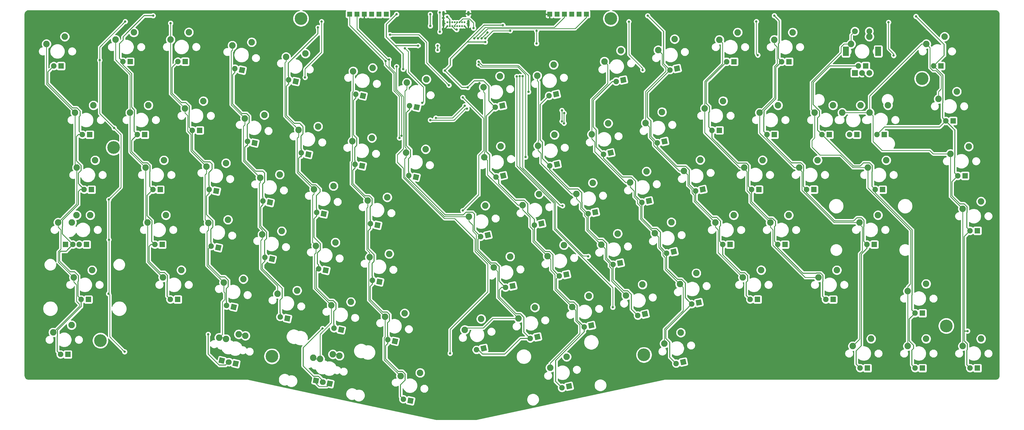
<source format=gtl>
G04 #@! TF.GenerationSoftware,KiCad,Pcbnew,(5.1.9-0-10_14)*
G04 #@! TF.CreationDate,2021-10-06T08:57:29-07:00*
G04 #@! TF.ProjectId,adelheid,6164656c-6865-4696-942e-6b696361645f,2.0*
G04 #@! TF.SameCoordinates,Original*
G04 #@! TF.FileFunction,Copper,L1,Top*
G04 #@! TF.FilePolarity,Positive*
%FSLAX46Y46*%
G04 Gerber Fmt 4.6, Leading zero omitted, Abs format (unit mm)*
G04 Created by KiCad (PCBNEW (5.1.9-0-10_14)) date 2021-10-06 08:57:29*
%MOMM*%
%LPD*%
G01*
G04 APERTURE LIST*
G04 #@! TA.AperFunction,ComponentPad*
%ADD10C,0.100000*%
G04 #@! TD*
G04 #@! TA.AperFunction,ComponentPad*
%ADD11C,1.905000*%
G04 #@! TD*
G04 #@! TA.AperFunction,ComponentPad*
%ADD12C,2.250000*%
G04 #@! TD*
G04 #@! TA.AperFunction,ComponentPad*
%ADD13C,2.000000*%
G04 #@! TD*
G04 #@! TA.AperFunction,WasherPad*
%ADD14R,2.000000X3.200000*%
G04 #@! TD*
G04 #@! TA.AperFunction,ComponentPad*
%ADD15R,2.000000X2.000000*%
G04 #@! TD*
G04 #@! TA.AperFunction,ComponentPad*
%ADD16C,0.650000*%
G04 #@! TD*
G04 #@! TA.AperFunction,ComponentPad*
%ADD17O,0.900000X2.400000*%
G04 #@! TD*
G04 #@! TA.AperFunction,ComponentPad*
%ADD18O,0.900000X1.700000*%
G04 #@! TD*
G04 #@! TA.AperFunction,ComponentPad*
%ADD19R,1.905000X1.905000*%
G04 #@! TD*
G04 #@! TA.AperFunction,ComponentPad*
%ADD20C,4.400000*%
G04 #@! TD*
G04 #@! TA.AperFunction,ComponentPad*
%ADD21R,1.700000X1.700000*%
G04 #@! TD*
G04 #@! TA.AperFunction,ViaPad*
%ADD22C,0.800000*%
G04 #@! TD*
G04 #@! TA.AperFunction,Conductor*
%ADD23C,0.250000*%
G04 #@! TD*
G04 #@! TA.AperFunction,Conductor*
%ADD24C,0.375000*%
G04 #@! TD*
G04 #@! TA.AperFunction,Conductor*
%ADD25C,0.254000*%
G04 #@! TD*
G04 #@! TA.AperFunction,Conductor*
%ADD26C,0.100000*%
G04 #@! TD*
G04 APERTURE END LIST*
G04 #@! TA.AperFunction,ComponentPad*
D10*
G36*
X130691835Y-155229788D02*
G01*
X131087906Y-153366417D01*
X132951277Y-153762488D01*
X132555206Y-155625859D01*
X130691835Y-155229788D01*
G37*
G04 #@! TD.AperFunction*
D11*
X129337061Y-153968042D03*
D12*
X128436853Y-145986462D03*
X135176186Y-144822206D03*
G04 #@! TA.AperFunction,ComponentPad*
D10*
G36*
X125885780Y-154206392D02*
G01*
X126281851Y-152343021D01*
X128145222Y-152739092D01*
X127749151Y-154602463D01*
X125885780Y-154206392D01*
G37*
G04 #@! TD.AperFunction*
D11*
X129499996Y-154000838D03*
D12*
X126115293Y-145491162D03*
X132854626Y-144326906D03*
G04 #@! TA.AperFunction,ComponentPad*
D10*
G36*
X93269640Y-147267112D02*
G01*
X93665711Y-145403741D01*
X95529082Y-145799812D01*
X95133011Y-147663183D01*
X93269640Y-147267112D01*
G37*
G04 #@! TD.AperFunction*
D11*
X96883856Y-147061558D03*
D12*
X93499153Y-138551882D03*
X100238486Y-137387626D03*
D13*
X318755400Y-32293800D03*
X313755400Y-32293800D03*
D14*
X321855400Y-39293800D03*
X310655400Y-39293800D03*
D13*
X318755400Y-46793800D03*
X316255400Y-46793800D03*
D15*
X313755400Y-46793800D03*
D16*
X174251700Y-30535000D03*
X172551700Y-30535000D03*
X173401700Y-30535000D03*
X175101700Y-30535000D03*
X175951700Y-30535000D03*
X176801700Y-30535000D03*
X177651700Y-30535000D03*
X178501700Y-30535000D03*
X172551700Y-29210000D03*
X173406700Y-29210000D03*
X174256700Y-29210000D03*
X175106700Y-29210000D03*
X175956700Y-29210000D03*
X176806700Y-29210000D03*
X177656700Y-29210000D03*
X178506700Y-29210000D03*
D17*
X171201700Y-29555000D03*
X179851700Y-29555000D03*
D18*
X171201700Y-26175000D03*
X179851700Y-26175000D03*
G04 #@! TA.AperFunction,ComponentPad*
D10*
G36*
X184416019Y-143380112D02*
G01*
X184019948Y-141516741D01*
X185883319Y-141120670D01*
X186279390Y-142984041D01*
X184416019Y-143380112D01*
G37*
G04 #@! TD.AperFunction*
D11*
X182665174Y-142778487D03*
D12*
X178596392Y-135853098D03*
X184279534Y-132048363D03*
D19*
X299567600Y-87210900D03*
D11*
X297027600Y-87210900D03*
D12*
X294487600Y-79590900D03*
X300837600Y-77050900D03*
X315722000Y-58000900D03*
X309372000Y-60540900D03*
D11*
X311912000Y-68160900D03*
D19*
X314452000Y-68160900D03*
G04 #@! TA.AperFunction,ComponentPad*
D10*
G36*
X190883689Y-59250863D02*
G01*
X190487618Y-57387492D01*
X192350989Y-56991421D01*
X192747060Y-58854792D01*
X190883689Y-59250863D01*
G37*
G04 #@! TD.AperFunction*
D11*
X189132844Y-58649238D03*
D12*
X185064062Y-51723849D03*
X190747204Y-47919114D03*
D19*
X320509900Y-106260900D03*
D11*
X317969900Y-106260900D03*
D12*
X315429900Y-98640900D03*
X321779900Y-96100900D03*
D19*
X40246300Y-106260900D03*
D11*
X42786300Y-106260900D03*
D12*
X37706300Y-98640900D03*
X44056300Y-96100900D03*
D19*
X49250600Y-87223600D03*
D11*
X46710600Y-87223600D03*
D12*
X44170600Y-79603600D03*
X50520600Y-77063600D03*
G04 #@! TA.AperFunction,ComponentPad*
D10*
G36*
X253596289Y-148138163D02*
G01*
X253200218Y-146274792D01*
X255063589Y-145878721D01*
X255459660Y-147742092D01*
X253596289Y-148138163D01*
G37*
G04 #@! TD.AperFunction*
D11*
X251845444Y-147536538D03*
D12*
X247776662Y-140611149D03*
X253459804Y-136806414D03*
D19*
X41046400Y-144373600D03*
D11*
X38506400Y-144373600D03*
D12*
X35966400Y-136753600D03*
X42316400Y-134213600D03*
D19*
X356235000Y-149123400D03*
D11*
X353695000Y-149123400D03*
D12*
X351155000Y-141503400D03*
X357505000Y-138963400D03*
D19*
X356222300Y-101498400D03*
D11*
X353682300Y-101498400D03*
D12*
X351142300Y-93878400D03*
X357492300Y-91338400D03*
D19*
X351955100Y-82448400D03*
D11*
X349415100Y-82448400D03*
D12*
X346875100Y-74828400D03*
X353225100Y-72288400D03*
D19*
X347802200Y-63411100D03*
D11*
X345262200Y-63411100D03*
D12*
X342722200Y-55791100D03*
X349072200Y-53251100D03*
D19*
X323977000Y-68160900D03*
D11*
X321437000Y-68160900D03*
D12*
X318897000Y-60540900D03*
X325247000Y-58000900D03*
D19*
X343585800Y-44361100D03*
D11*
X341045800Y-44361100D03*
D12*
X338505800Y-36741100D03*
X344855800Y-34201100D03*
D19*
X337185000Y-149123400D03*
D11*
X334645000Y-149123400D03*
D12*
X332105000Y-141503400D03*
X338455000Y-138963400D03*
D19*
X337185000Y-130073400D03*
D11*
X334645000Y-130073400D03*
D12*
X332105000Y-122453400D03*
X338455000Y-119913400D03*
D19*
X323380100Y-87223600D03*
D11*
X320840100Y-87223600D03*
D12*
X318300100Y-79603600D03*
X324650100Y-77063600D03*
D19*
X304939700Y-68173600D03*
D11*
X302399700Y-68173600D03*
D12*
X299859700Y-60553600D03*
X306209700Y-58013600D03*
D19*
X317525400Y-44373800D03*
D11*
X314985400Y-44373800D03*
D12*
X312445400Y-36753800D03*
X318795400Y-34213800D03*
D19*
X318122300Y-149123400D03*
D11*
X315582300Y-149123400D03*
D12*
X313042300Y-141503400D03*
X319392300Y-138963400D03*
D19*
X285877000Y-68173600D03*
D11*
X283337000Y-68173600D03*
D12*
X280797000Y-60553600D03*
X287147000Y-58013600D03*
D19*
X290957000Y-42875200D03*
D11*
X288417000Y-42875200D03*
D12*
X285877000Y-35255200D03*
X292227000Y-32715200D03*
D19*
X306247800Y-125323600D03*
D11*
X303707800Y-125323600D03*
D12*
X301167800Y-117703600D03*
X307517800Y-115163600D03*
D19*
X289560000Y-106286300D03*
D11*
X287020000Y-106286300D03*
D12*
X284480000Y-98666300D03*
X290830000Y-96126300D03*
D19*
X280530300Y-87210900D03*
D11*
X277990300Y-87210900D03*
D12*
X275450300Y-79590900D03*
X281800300Y-77050900D03*
D19*
X266839700Y-66675000D03*
D11*
X264299700Y-66675000D03*
D12*
X261759700Y-59055000D03*
X268109700Y-56515000D03*
D19*
X271894300Y-42875200D03*
D11*
X269354300Y-42875200D03*
D12*
X266814300Y-35255200D03*
X273164300Y-32715200D03*
D19*
X280035000Y-125310900D03*
D11*
X277495000Y-125310900D03*
D12*
X274955000Y-117690900D03*
X281305000Y-115150900D03*
D19*
X270510000Y-106286300D03*
D11*
X267970000Y-106286300D03*
D12*
X265430000Y-98666300D03*
X271780000Y-96126300D03*
G04 #@! TA.AperFunction,ComponentPad*
D10*
G36*
X260327289Y-88295763D02*
G01*
X259931218Y-86432392D01*
X261794589Y-86036321D01*
X262190660Y-87899692D01*
X260327289Y-88295763D01*
G37*
G04 #@! TD.AperFunction*
D11*
X258576444Y-87694138D03*
D12*
X254507662Y-80768749D03*
X260190804Y-76964014D03*
G04 #@! TA.AperFunction,ComponentPad*
D10*
G36*
X247081189Y-71658763D02*
G01*
X246685118Y-69795392D01*
X248548489Y-69399321D01*
X248944560Y-71262692D01*
X247081189Y-71658763D01*
G37*
G04 #@! TD.AperFunction*
D11*
X245330344Y-71057138D03*
D12*
X241261562Y-64131749D03*
X246944704Y-60327014D03*
G04 #@! TA.AperFunction,ComponentPad*
D10*
G36*
X251424589Y-46373063D02*
G01*
X251028518Y-44509692D01*
X252891889Y-44113621D01*
X253287960Y-45976992D01*
X251424589Y-46373063D01*
G37*
G04 #@! TD.AperFunction*
D11*
X249673744Y-45771438D03*
D12*
X245604962Y-38846049D03*
X251288104Y-35041314D03*
G04 #@! TA.AperFunction,ComponentPad*
D10*
G36*
X258955689Y-127526063D02*
G01*
X258559618Y-125662692D01*
X260422989Y-125266621D01*
X260819060Y-127129992D01*
X258955689Y-127526063D01*
G37*
G04 #@! TD.AperFunction*
D11*
X257204844Y-126924438D03*
D12*
X253136062Y-119999049D03*
X258819204Y-116194314D03*
G04 #@! TA.AperFunction,ComponentPad*
D10*
G36*
X250306989Y-109885763D02*
G01*
X249910918Y-108022392D01*
X251774289Y-107626321D01*
X252170360Y-109489692D01*
X250306989Y-109885763D01*
G37*
G04 #@! TD.AperFunction*
D11*
X248556144Y-109284138D03*
D12*
X244487362Y-102358749D03*
X250170504Y-98554014D03*
G04 #@! TA.AperFunction,ComponentPad*
D10*
G36*
X241696389Y-92245463D02*
G01*
X241300318Y-90382092D01*
X243163689Y-89986021D01*
X243559760Y-91849392D01*
X241696389Y-92245463D01*
G37*
G04 #@! TD.AperFunction*
D11*
X239945544Y-91643838D03*
D12*
X235876762Y-84718449D03*
X241559904Y-80913714D03*
G04 #@! TA.AperFunction,ComponentPad*
D10*
G36*
X228424889Y-75595763D02*
G01*
X228028818Y-73732392D01*
X229892189Y-73336321D01*
X230288260Y-75199692D01*
X228424889Y-75595763D01*
G37*
G04 #@! TD.AperFunction*
D11*
X226674044Y-74994138D03*
D12*
X222605262Y-68068749D03*
X228288404Y-64264014D03*
G04 #@! TA.AperFunction,ComponentPad*
D10*
G36*
X232793689Y-50335463D02*
G01*
X232397618Y-48472092D01*
X234260989Y-48076021D01*
X234657060Y-49939392D01*
X232793689Y-50335463D01*
G37*
G04 #@! TD.AperFunction*
D11*
X231042844Y-49733838D03*
D12*
X226974062Y-42808449D03*
X232657204Y-39003714D03*
G04 #@! TA.AperFunction,ComponentPad*
D10*
G36*
X240312089Y-131488463D02*
G01*
X239916018Y-129625092D01*
X241779389Y-129229021D01*
X242175460Y-131092392D01*
X240312089Y-131488463D01*
G37*
G04 #@! TD.AperFunction*
D11*
X238561244Y-130886838D03*
D12*
X234492462Y-123961449D03*
X240175604Y-120156714D03*
G04 #@! TA.AperFunction,ComponentPad*
D10*
G36*
X231701489Y-113822763D02*
G01*
X231305418Y-111959392D01*
X233168789Y-111563321D01*
X233564860Y-113426692D01*
X231701489Y-113822763D01*
G37*
G04 #@! TD.AperFunction*
D11*
X229950644Y-113221138D03*
D12*
X225881862Y-106295749D03*
X231565004Y-102491014D03*
G04 #@! TA.AperFunction,ComponentPad*
D10*
G36*
X223065489Y-96207863D02*
G01*
X222669418Y-94344492D01*
X224532789Y-93948421D01*
X224928860Y-95811792D01*
X223065489Y-96207863D01*
G37*
G04 #@! TD.AperFunction*
D11*
X221314644Y-95606238D03*
D12*
X217245862Y-88680849D03*
X222929004Y-84876114D03*
G04 #@! TA.AperFunction,ComponentPad*
D10*
G36*
X209819389Y-79570863D02*
G01*
X209423318Y-77707492D01*
X211286689Y-77311421D01*
X211682760Y-79174792D01*
X209819389Y-79570863D01*
G37*
G04 #@! TD.AperFunction*
D11*
X208068544Y-78969238D03*
D12*
X203999762Y-72043849D03*
X209682904Y-68239114D03*
G04 #@! TA.AperFunction,ComponentPad*
D10*
G36*
X209514589Y-55288463D02*
G01*
X209118518Y-53425092D01*
X210981889Y-53029021D01*
X211377960Y-54892392D01*
X209514589Y-55288463D01*
G37*
G04 #@! TD.AperFunction*
D11*
X207763744Y-54686838D03*
D12*
X203694962Y-47761449D03*
X209378104Y-43956714D03*
G04 #@! TA.AperFunction,ComponentPad*
D10*
G36*
X214010389Y-156545563D02*
G01*
X213614318Y-154682192D01*
X215477689Y-154286121D01*
X215873760Y-156149492D01*
X214010389Y-156545563D01*
G37*
G04 #@! TD.AperFunction*
D11*
X212259544Y-155943938D03*
D12*
X208190762Y-149018549D03*
X213873904Y-145213814D03*
G04 #@! TA.AperFunction,ComponentPad*
D10*
G36*
X221693889Y-135450863D02*
G01*
X221297818Y-133587492D01*
X223161189Y-133191421D01*
X223557260Y-135054792D01*
X221693889Y-135450863D01*
G37*
G04 #@! TD.AperFunction*
D11*
X219943044Y-134849238D03*
D12*
X215874262Y-127923849D03*
X221557404Y-124119114D03*
G04 #@! TA.AperFunction,ComponentPad*
D10*
G36*
X213070589Y-117797863D02*
G01*
X212674518Y-115934492D01*
X214537889Y-115538421D01*
X214933960Y-117401792D01*
X213070589Y-117797863D01*
G37*
G04 #@! TD.AperFunction*
D11*
X211319744Y-117196238D03*
D12*
X207250962Y-110270849D03*
X212934104Y-106466114D03*
G04 #@! TA.AperFunction,ComponentPad*
D10*
G36*
X204447289Y-100157563D02*
G01*
X204051218Y-98294192D01*
X205914589Y-97898121D01*
X206310660Y-99761492D01*
X204447289Y-100157563D01*
G37*
G04 #@! TD.AperFunction*
D11*
X202696444Y-99555938D03*
D12*
X198627662Y-92630549D03*
X204310804Y-88825814D03*
G04 #@! TA.AperFunction,ComponentPad*
D10*
G36*
X191175789Y-83520563D02*
G01*
X190779718Y-81657192D01*
X192643089Y-81261121D01*
X193039160Y-83124492D01*
X191175789Y-83520563D01*
G37*
G04 #@! TD.AperFunction*
D11*
X189424944Y-82918938D03*
D12*
X185356162Y-75993549D03*
X191039304Y-72188814D03*
G04 #@! TA.AperFunction,ComponentPad*
D10*
G36*
X203050289Y-139425963D02*
G01*
X202654218Y-137562592D01*
X204517589Y-137166521D01*
X204913660Y-139029892D01*
X203050289Y-139425963D01*
G37*
G04 #@! TD.AperFunction*
D11*
X201299444Y-138824338D03*
D12*
X197230662Y-131898949D03*
X202913804Y-128094214D03*
G04 #@! TA.AperFunction,ComponentPad*
D10*
G36*
X194439689Y-121772963D02*
G01*
X194043618Y-119909592D01*
X195906989Y-119513521D01*
X196303060Y-121376892D01*
X194439689Y-121772963D01*
G37*
G04 #@! TD.AperFunction*
D11*
X192688844Y-121171338D03*
D12*
X188620062Y-114245949D03*
X194303204Y-110441214D03*
G04 #@! TA.AperFunction,ComponentPad*
D10*
G36*
X185829089Y-104132663D02*
G01*
X185433018Y-102269292D01*
X187296389Y-101873221D01*
X187692460Y-103736592D01*
X185829089Y-104132663D01*
G37*
G04 #@! TD.AperFunction*
D11*
X184078244Y-103531038D03*
D12*
X180009462Y-96605649D03*
X185692604Y-92800914D03*
G04 #@! TA.AperFunction,ComponentPad*
D10*
G36*
X160549535Y-83652588D02*
G01*
X160945606Y-81789217D01*
X162808977Y-82185288D01*
X162412906Y-84048659D01*
X160549535Y-83652588D01*
G37*
G04 #@! TD.AperFunction*
D11*
X159194761Y-82390842D03*
D12*
X158294553Y-74409262D03*
X165033886Y-73245006D03*
G04 #@! TA.AperFunction,ComponentPad*
D10*
G36*
X160790835Y-59395588D02*
G01*
X161186906Y-57532217D01*
X163050277Y-57928288D01*
X162654206Y-59791659D01*
X160790835Y-59395588D01*
G37*
G04 #@! TD.AperFunction*
D11*
X159436061Y-58133842D03*
D12*
X158535853Y-50152262D03*
X165275186Y-48988006D03*
G04 #@! TA.AperFunction,ComponentPad*
D10*
G36*
X158644535Y-161160688D02*
G01*
X159040606Y-159297317D01*
X160903977Y-159693388D01*
X160507906Y-161556759D01*
X158644535Y-161160688D01*
G37*
G04 #@! TD.AperFunction*
D11*
X157289761Y-159898942D03*
D12*
X156389553Y-151917362D03*
X163128886Y-150753106D03*
G04 #@! TA.AperFunction,ComponentPad*
D10*
G36*
X153272435Y-140535888D02*
G01*
X153668506Y-138672517D01*
X155531877Y-139068588D01*
X155135806Y-140931959D01*
X153272435Y-140535888D01*
G37*
G04 #@! TD.AperFunction*
D11*
X151917661Y-139274142D03*
D12*
X151017453Y-131292562D03*
X157756786Y-130128306D03*
G04 #@! TA.AperFunction,ComponentPad*
D10*
G36*
X147913035Y-119923788D02*
G01*
X148309106Y-118060417D01*
X150172477Y-118456488D01*
X149776406Y-120319859D01*
X147913035Y-119923788D01*
G37*
G04 #@! TD.AperFunction*
D11*
X146558261Y-118662042D03*
D12*
X145658053Y-110680462D03*
X152397386Y-109516206D03*
G04 #@! TA.AperFunction,ComponentPad*
D10*
G36*
X147239935Y-100289588D02*
G01*
X147636006Y-98426217D01*
X149499377Y-98822288D01*
X149103306Y-100685659D01*
X147239935Y-100289588D01*
G37*
G04 #@! TD.AperFunction*
D11*
X145885161Y-99027842D03*
D12*
X144984953Y-91046262D03*
X151724286Y-89882006D03*
G04 #@! TA.AperFunction,ComponentPad*
D10*
G36*
X141905935Y-79715588D02*
G01*
X142302006Y-77852217D01*
X144165377Y-78248288D01*
X143769306Y-80111659D01*
X141905935Y-79715588D01*
G37*
G04 #@! TD.AperFunction*
D11*
X140551161Y-78453842D03*
D12*
X139650953Y-70472262D03*
X146390286Y-69308006D03*
G04 #@! TA.AperFunction,ComponentPad*
D10*
G36*
X142172635Y-55433188D02*
G01*
X142568706Y-53569817D01*
X144432077Y-53965888D01*
X144036006Y-55829259D01*
X142172635Y-55433188D01*
G37*
G04 #@! TD.AperFunction*
D11*
X140817861Y-54171442D03*
D12*
X139917653Y-46189862D03*
X146656986Y-45025606D03*
G04 #@! TA.AperFunction,ComponentPad*
D10*
G36*
X134641535Y-136586188D02*
G01*
X135037606Y-134722817D01*
X136900977Y-135118888D01*
X136504906Y-136982259D01*
X134641535Y-136586188D01*
G37*
G04 #@! TD.AperFunction*
D11*
X133286761Y-135324442D03*
D12*
X132386553Y-127342862D03*
X139125886Y-126178606D03*
G04 #@! TA.AperFunction,ComponentPad*
D10*
G36*
X129269435Y-115961388D02*
G01*
X129665506Y-114098017D01*
X131528877Y-114494088D01*
X131132806Y-116357459D01*
X129269435Y-115961388D01*
G37*
G04 #@! TD.AperFunction*
D11*
X127914661Y-114699642D03*
D12*
X127014453Y-106718062D03*
X133753786Y-105553806D03*
G04 #@! TA.AperFunction,ComponentPad*
D10*
G36*
X128596335Y-96377988D02*
G01*
X128992406Y-94514617D01*
X130855777Y-94910688D01*
X130459706Y-96774059D01*
X128596335Y-96377988D01*
G37*
G04 #@! TD.AperFunction*
D11*
X127241561Y-95116242D03*
D12*
X126341353Y-87134662D03*
X133080686Y-85970406D03*
G04 #@! TA.AperFunction,ComponentPad*
D10*
G36*
X123262335Y-75753188D02*
G01*
X123658406Y-73889817D01*
X125521777Y-74285888D01*
X125125706Y-76149259D01*
X123262335Y-75753188D01*
G37*
G04 #@! TD.AperFunction*
D11*
X121907561Y-74491442D03*
D12*
X121007353Y-66509862D03*
X127746686Y-65345606D03*
G04 #@! TA.AperFunction,ComponentPad*
D10*
G36*
X118906235Y-50467488D02*
G01*
X119302306Y-48604117D01*
X121165677Y-49000188D01*
X120769606Y-50863559D01*
X118906235Y-50467488D01*
G37*
G04 #@! TD.AperFunction*
D11*
X117551461Y-49205742D03*
D12*
X116651253Y-41224162D03*
X123390586Y-40059906D03*
G04 #@! TA.AperFunction,ComponentPad*
D10*
G36*
X115997935Y-132623788D02*
G01*
X116394006Y-130760417D01*
X118257377Y-131156488D01*
X117861306Y-133019859D01*
X115997935Y-132623788D01*
G37*
G04 #@! TD.AperFunction*
D11*
X114643161Y-131362042D03*
D12*
X113742953Y-123380462D03*
X120482286Y-122216206D03*
G04 #@! TA.AperFunction,ComponentPad*
D10*
G36*
X110676635Y-112037088D02*
G01*
X111072706Y-110173717D01*
X112936077Y-110569788D01*
X112540006Y-112433159D01*
X110676635Y-112037088D01*
G37*
G04 #@! TD.AperFunction*
D11*
X109321861Y-110775342D03*
D12*
X108421653Y-102793762D03*
X115160986Y-101629506D03*
G04 #@! TA.AperFunction,ComponentPad*
D10*
G36*
X109978135Y-92402888D02*
G01*
X110374206Y-90539517D01*
X112237577Y-90935588D01*
X111841506Y-92798959D01*
X109978135Y-92402888D01*
G37*
G04 #@! TD.AperFunction*
D11*
X108623361Y-91141142D03*
D12*
X107723153Y-83159562D03*
X114462486Y-81995306D03*
G04 #@! TA.AperFunction,ComponentPad*
D10*
G36*
X104631435Y-71778088D02*
G01*
X105027506Y-69914717D01*
X106890877Y-70310788D01*
X106494806Y-72174159D01*
X104631435Y-71778088D01*
G37*
G04 #@! TD.AperFunction*
D11*
X103276661Y-70516342D03*
D12*
X102376453Y-62534762D03*
X109115786Y-61370506D03*
G04 #@! TA.AperFunction,ComponentPad*
D10*
G36*
X100288035Y-46517788D02*
G01*
X100684106Y-44654417D01*
X102547477Y-45050488D01*
X102151406Y-46913859D01*
X100288035Y-46517788D01*
G37*
G04 #@! TD.AperFunction*
D11*
X98933261Y-45256042D03*
D12*
X98033053Y-37274462D03*
X104772386Y-36110206D03*
G04 #@! TA.AperFunction,ComponentPad*
D10*
G36*
X98090935Y-148295588D02*
G01*
X98487006Y-146432217D01*
X100350377Y-146828288D01*
X99954306Y-148691659D01*
X98090935Y-148295588D01*
G37*
G04 #@! TD.AperFunction*
D11*
X96736161Y-147033842D03*
D12*
X95835953Y-139052262D03*
X102575286Y-137888006D03*
G04 #@! TA.AperFunction,ComponentPad*
D10*
G36*
X97379735Y-128674088D02*
G01*
X97775806Y-126810717D01*
X99639177Y-127206788D01*
X99243106Y-129070159D01*
X97379735Y-128674088D01*
G37*
G04 #@! TD.AperFunction*
D11*
X96024961Y-127412342D03*
D12*
X95124753Y-119430762D03*
X101864086Y-118266506D03*
G04 #@! TA.AperFunction,ComponentPad*
D10*
G36*
X92045735Y-108074688D02*
G01*
X92441806Y-106211317D01*
X94305177Y-106607388D01*
X93909106Y-108470759D01*
X92045735Y-108074688D01*
G37*
G04 #@! TD.AperFunction*
D11*
X90690961Y-106812942D03*
D12*
X89790753Y-98831362D03*
X96530086Y-97667106D03*
G04 #@! TA.AperFunction,ComponentPad*
D10*
G36*
X91347235Y-88440488D02*
G01*
X91743306Y-86577117D01*
X93606677Y-86973188D01*
X93210606Y-88836559D01*
X91347235Y-88440488D01*
G37*
G04 #@! TD.AperFunction*
D11*
X89992461Y-87178742D03*
D12*
X89092253Y-79197162D03*
X95831586Y-78032906D03*
D19*
X86753700Y-66687700D03*
D11*
X84213700Y-66687700D03*
D12*
X81673700Y-59067700D03*
X88023700Y-56527700D03*
D19*
X81699100Y-42849800D03*
D11*
X79159100Y-42849800D03*
D12*
X76619100Y-35229800D03*
X82969100Y-32689800D03*
D19*
X79108300Y-125310900D03*
D11*
X76568300Y-125310900D03*
D12*
X74028300Y-117690900D03*
X80378300Y-115150900D03*
D19*
X73736200Y-106273600D03*
D11*
X71196200Y-106273600D03*
D12*
X68656200Y-98653600D03*
X75006200Y-96113600D03*
X74333100Y-77063600D03*
X67983100Y-79603600D03*
D11*
X70523100Y-87223600D03*
D19*
X73063100Y-87223600D03*
X67708368Y-68173600D03*
D11*
X65168368Y-68173600D03*
D12*
X62628368Y-60553600D03*
X68978368Y-58013600D03*
D19*
X62636400Y-42862500D03*
D11*
X60096400Y-42862500D03*
D12*
X57556400Y-35242500D03*
X63906400Y-32702500D03*
D19*
X48183800Y-125323600D03*
D11*
X45643800Y-125323600D03*
D12*
X43103800Y-117703600D03*
X49453800Y-115163600D03*
D19*
X47548800Y-106260900D03*
D11*
X45008800Y-106260900D03*
D12*
X42468800Y-98640900D03*
X48818800Y-96100900D03*
D19*
X48653700Y-68173600D03*
D11*
X46113700Y-68173600D03*
D12*
X43573700Y-60553600D03*
X49923700Y-58013600D03*
D19*
X38696900Y-44373800D03*
D11*
X36156900Y-44373800D03*
D12*
X33616900Y-36753800D03*
X39966900Y-34213800D03*
D20*
X56896000Y-72644000D03*
X345440000Y-134493000D03*
X240665000Y-144526000D03*
X337058000Y-48768000D03*
X52324000Y-139573000D03*
X111760000Y-145034000D03*
D21*
X220726000Y-26416000D03*
X218186000Y-26416000D03*
X215646000Y-26416000D03*
X213106000Y-26416000D03*
X210566000Y-26416000D03*
X208026000Y-26416000D03*
X141224000Y-26416000D03*
X138684000Y-26416000D03*
X151384000Y-26416000D03*
X146304000Y-26416000D03*
X148844000Y-26416000D03*
X143764000Y-26416000D03*
D20*
X121827220Y-27932509D03*
X229192785Y-27932509D03*
D22*
X338709000Y-69723000D03*
X223012000Y-43307000D03*
X328930000Y-50546000D03*
X303403000Y-40767000D03*
X151130000Y-39624000D03*
X175895000Y-73406000D03*
X72771000Y-146177000D03*
X197866000Y-28448000D03*
X185674000Y-26162000D03*
X191516000Y-26162000D03*
X163830000Y-30480000D03*
X169672000Y-54864000D03*
X163068000Y-36322000D03*
X163068000Y-38354000D03*
X183642000Y-50292000D03*
X183134000Y-40386000D03*
X191008000Y-34798000D03*
X132334000Y-43688000D03*
X49657000Y-35433000D03*
X170434000Y-38862000D03*
X275463000Y-48387000D03*
X334937100Y-27178000D03*
X70599300Y-26924000D03*
X127723900Y-31000700D03*
X241960400Y-26936700D03*
X285838900Y-26924000D03*
X154940000Y-26416000D03*
X166654002Y-30480000D03*
X166624000Y-26416000D03*
X157226000Y-45466000D03*
X191770000Y-30235979D03*
X185674000Y-36068000D03*
X171704000Y-45974000D03*
X179578000Y-51816000D03*
X162436499Y-37334501D03*
X352806000Y-136271000D03*
X172466000Y-27304990D03*
X89662000Y-137414000D03*
X129286000Y-135382000D03*
X200660000Y-53340000D03*
X178562000Y-58166000D03*
X168566946Y-62394946D03*
X183388000Y-42926000D03*
X199644000Y-75946000D03*
X183375349Y-43938654D03*
X198628000Y-47891996D03*
X212471000Y-92837000D03*
X197612000Y-47948998D03*
X221375231Y-110363000D03*
X196596000Y-48006000D03*
X229870000Y-128016000D03*
X183134000Y-34798000D03*
X203454000Y-32135990D03*
X203454000Y-36576000D03*
X181864000Y-34798000D03*
X194310000Y-32135990D03*
X185674000Y-34798000D03*
X156628000Y-68583005D03*
X212250000Y-63539013D03*
X212250000Y-59750000D03*
X152336000Y-42164000D03*
X151130000Y-42672000D03*
X155942495Y-69311076D03*
X212985209Y-64216856D03*
X213000000Y-60706866D03*
X76644500Y-29527500D03*
X169164000Y-38861999D03*
X169164000Y-37286999D03*
X177914000Y-94500400D03*
X177914000Y-55288144D03*
X184404000Y-34798000D03*
X186436000Y-32766000D03*
X154953000Y-44564000D03*
X173500000Y-144000000D03*
X60706000Y-143446500D03*
X55151700Y-123325300D03*
X57104089Y-65862511D03*
X55245000Y-90678000D03*
X55270400Y-104609900D03*
X325424800Y-29222700D03*
X327213600Y-40752400D03*
X163892801Y-57163399D03*
X60934600Y-28956000D03*
X52082700Y-42354500D03*
X128968500Y-28981400D03*
X123243186Y-48321114D03*
X235445300Y-28994100D03*
X240247568Y-45785168D03*
X279628600Y-28956000D03*
X157861000Y-38227000D03*
X179324000Y-59182000D03*
X166624000Y-63119000D03*
X280126500Y-40604500D03*
X152654000Y-33528000D03*
X173114000Y-51041000D03*
X175768000Y-31750000D03*
X169926000Y-32512000D03*
X169926000Y-25846753D03*
X181610000Y-31242000D03*
D23*
X171239009Y-30333011D02*
X171239009Y-29767326D01*
D24*
X140052870Y-68297870D02*
X141163454Y-69408454D01*
X141163454Y-69408454D02*
X141163454Y-71910572D01*
X140817861Y-54171442D02*
X140817861Y-55518480D01*
X140052870Y-56283471D02*
X140052870Y-68297870D01*
X140817861Y-55518480D02*
X140052870Y-56283471D01*
X141163454Y-71910572D02*
X140468199Y-72605827D01*
X140468199Y-72605827D02*
X140468199Y-77023842D01*
X140468199Y-77023842D02*
X140551161Y-77106804D01*
X140551161Y-77106804D02*
X140551161Y-78453842D01*
X101399489Y-60833000D02*
X102997000Y-60833000D01*
X102997000Y-60833000D02*
X103888954Y-61724954D01*
X98168270Y-57601781D02*
X101399489Y-60833000D01*
X98168270Y-47368071D02*
X98168270Y-57601781D01*
X98933261Y-45256042D02*
X98933261Y-46603080D01*
X98933261Y-46603080D02*
X98168270Y-47368071D01*
X63140878Y-58695878D02*
X64140869Y-59695869D01*
X64140869Y-59695869D02*
X64140869Y-61866625D01*
X64140869Y-61866625D02*
X64056967Y-61950527D01*
X64056967Y-61950527D02*
X64056967Y-67062199D01*
X64056967Y-67062199D02*
X64215869Y-67221101D01*
X64215869Y-67221101D02*
X65168368Y-68173600D01*
X63140878Y-47072882D02*
X63140878Y-58695878D01*
X60096400Y-44028404D02*
X63140878Y-47072882D01*
X60096400Y-42862500D02*
X60096400Y-44028404D01*
X91059000Y-78359000D02*
X91059000Y-80181226D01*
X90297000Y-77597000D02*
X91059000Y-78359000D01*
X84213700Y-66687700D02*
X84213700Y-73593811D01*
X88216889Y-77597000D02*
X90297000Y-77597000D01*
X84213700Y-73593811D02*
X88216889Y-77597000D01*
X89992461Y-85831704D02*
X89992461Y-87178742D01*
X91059000Y-80181226D02*
X89909499Y-81330727D01*
X89909499Y-85748742D02*
X89992461Y-85831704D01*
X89909499Y-81330727D02*
X89909499Y-85748742D01*
X315624910Y-79091090D02*
X316738000Y-77978000D01*
X316738000Y-77978000D02*
X318913002Y-77978000D01*
X318913002Y-77978000D02*
X319812601Y-78877599D01*
X319812601Y-80916625D02*
X319728699Y-81000527D01*
X319812601Y-78877599D02*
X319812601Y-80916625D01*
X319728699Y-81000527D02*
X319728699Y-86112199D01*
X319728699Y-86112199D02*
X319887601Y-86271101D01*
X186062421Y-61719661D02*
X186062421Y-74048421D01*
X186062421Y-74048421D02*
X187229599Y-75215599D01*
X189132844Y-58649238D02*
X186062421Y-61719661D01*
X158373510Y-72013510D02*
X159807054Y-73447054D01*
X159807054Y-73447054D02*
X159807054Y-75847572D01*
X159807054Y-75847572D02*
X159111799Y-76542827D01*
X159111799Y-76542827D02*
X159111799Y-80960842D01*
X159111799Y-80960842D02*
X159194761Y-81043804D01*
X159194761Y-81043804D02*
X159194761Y-82390842D01*
X158373510Y-60543431D02*
X158373510Y-72013510D01*
X159436061Y-58133842D02*
X159436061Y-59480880D01*
X159436061Y-59480880D02*
X158373510Y-60543431D01*
X39218801Y-97853197D02*
X39218801Y-99953925D01*
X45363562Y-87223600D02*
X44683110Y-87904052D01*
X46710600Y-87223600D02*
X45363562Y-87223600D01*
X44683109Y-92388889D02*
X39218801Y-97853197D01*
X44683110Y-87904052D02*
X44683109Y-92388889D01*
X39218801Y-99953925D02*
X39134899Y-100037827D01*
X39134899Y-100037827D02*
X39134899Y-102609499D01*
X39134899Y-102609499D02*
X41833801Y-105308401D01*
X41833801Y-105308401D02*
X42786300Y-106260900D01*
X44683110Y-81554890D02*
X44683110Y-85196110D01*
X44683110Y-85196110D02*
X46710600Y-87223600D01*
X45683101Y-78877599D02*
X45683101Y-80554899D01*
X45683101Y-80554899D02*
X44683110Y-81554890D01*
X210349717Y-121674505D02*
X214913212Y-126238000D01*
X214913212Y-126238000D02*
X216334415Y-126238000D01*
X210349717Y-118453283D02*
X210349717Y-121674505D01*
X210367245Y-118148737D02*
X210367245Y-118435755D01*
X210367245Y-118435755D02*
X210349717Y-118453283D01*
X211319744Y-117196238D02*
X210367245Y-118148737D01*
X282309501Y-59828499D02*
X282309501Y-61866625D01*
X282309501Y-61866625D02*
X282225599Y-61950527D01*
X286389510Y-55748490D02*
X282309501Y-59828499D01*
X288417000Y-42875200D02*
X286389510Y-44902690D01*
X286389510Y-44902690D02*
X286389510Y-55748490D01*
X282225599Y-67062199D02*
X282384501Y-67221101D01*
X282225599Y-61950527D02*
X282225599Y-67062199D01*
X282384501Y-67221101D02*
X283337000Y-68173600D01*
X313351610Y-98128390D02*
X314452000Y-97028000D01*
X314452000Y-97028000D02*
X316055502Y-97028000D01*
X306779186Y-98128390D02*
X313351610Y-98128390D01*
X297307000Y-88656204D02*
X306779186Y-98128390D01*
X297027600Y-88366600D02*
X297307000Y-88646000D01*
X297307000Y-88646000D02*
X297307000Y-88656204D01*
X297027600Y-87210900D02*
X297027600Y-88366600D01*
X347387610Y-89398912D02*
X350190698Y-92202000D01*
X350190698Y-92202000D02*
X351611902Y-92202000D01*
X347387610Y-84475890D02*
X347387610Y-89398912D01*
X349415100Y-82448400D02*
X347387610Y-84475890D01*
X352232125Y-136279190D02*
X351654810Y-136279190D01*
X351654810Y-136279190D02*
X351654810Y-139691810D01*
X351654810Y-103513190D02*
X351654810Y-136279190D01*
X352806000Y-136271000D02*
X352240315Y-136271000D01*
X352240315Y-136271000D02*
X352232125Y-136279190D01*
X351654810Y-139691810D02*
X352707463Y-140744463D01*
X352729801Y-102450899D02*
X352717101Y-102450899D01*
X353682300Y-101498400D02*
X352729801Y-102450899D01*
X352717101Y-102450899D02*
X351654810Y-103513190D01*
X352583599Y-142900327D02*
X352583599Y-148011999D01*
X352707463Y-140744463D02*
X352707463Y-142776463D01*
X352707463Y-142776463D02*
X352583599Y-142900327D01*
X352583599Y-148011999D02*
X352742501Y-148170901D01*
X352742501Y-148170901D02*
X353695000Y-149123400D01*
X352654801Y-95191425D02*
X352570899Y-95275327D01*
X352654801Y-93244899D02*
X352654801Y-95191425D01*
X351611902Y-92202000D02*
X352654801Y-93244899D01*
X352570899Y-95275327D02*
X352570899Y-100386999D01*
X352570899Y-100386999D02*
X352729801Y-100545901D01*
X352729801Y-100545901D02*
X353682300Y-101498400D01*
X348366199Y-66515099D02*
X348408513Y-66557413D01*
X348408513Y-66557413D02*
X348408513Y-76120513D01*
X348303699Y-81336999D02*
X348462601Y-81495901D01*
X348408513Y-76120513D02*
X348303699Y-76225327D01*
X348303699Y-76225327D02*
X348303699Y-81336999D01*
X348462601Y-81495901D02*
X349415100Y-82448400D01*
X345262200Y-63411100D02*
X344379550Y-62528450D01*
X341045800Y-44361100D02*
X344242913Y-47558213D01*
X344379550Y-62528450D02*
X344172201Y-62321101D01*
X344242913Y-57095913D02*
X344150799Y-57188027D01*
X344150799Y-57188027D02*
X344150799Y-62299699D01*
X344242913Y-47558213D02*
X344242913Y-57095913D01*
X344150799Y-62299699D02*
X344379550Y-62528450D01*
X334937100Y-27178000D02*
X344697201Y-36938101D01*
X344697201Y-40709699D02*
X344634701Y-40772199D01*
X344697201Y-36938101D02*
X344697201Y-40709699D01*
X344634701Y-40772199D02*
X341045800Y-44361100D01*
X332617510Y-139704510D02*
X334137000Y-141224000D01*
X334137000Y-141224000D02*
X334137000Y-142296926D01*
X333692501Y-148170901D02*
X334645000Y-149123400D01*
X334137000Y-142296926D02*
X333533599Y-142900327D01*
X333533599Y-142900327D02*
X333533599Y-148011999D01*
X333533599Y-148011999D02*
X333692501Y-148170901D01*
X332617510Y-132075490D02*
X332617510Y-139704510D01*
X333692501Y-131025899D02*
X333667101Y-131025899D01*
X333667101Y-131025899D02*
X332617510Y-132075490D01*
X334645000Y-130073400D02*
X333692501Y-131025899D01*
X333539411Y-101088815D02*
X333617501Y-101166905D01*
X333617501Y-101166905D02*
X333617501Y-123766425D01*
X333533599Y-128961999D02*
X333692501Y-129120901D01*
X333617501Y-123766425D02*
X333533599Y-123850327D01*
X333533599Y-123850327D02*
X333533599Y-128961999D01*
X333692501Y-129120901D02*
X334645000Y-130073400D01*
X320840100Y-88389504D02*
X333539411Y-101088815D01*
X320840100Y-87223600D02*
X320840100Y-88389504D01*
X319887601Y-86271101D02*
X320840100Y-87223600D01*
X314198000Y-143173226D02*
X314198000Y-147739100D01*
X314198000Y-147739100D02*
X315582300Y-149123400D01*
X315976000Y-109601838D02*
X315976000Y-141395226D01*
X315976000Y-141395226D02*
X314198000Y-143173226D01*
X316055502Y-97028000D02*
X316942401Y-97914899D01*
X316858499Y-100037827D02*
X316858499Y-105149499D01*
X316942401Y-97914899D02*
X316942401Y-99953925D01*
X316942401Y-99953925D02*
X316858499Y-100037827D01*
X316858499Y-105149499D02*
X317017401Y-105308401D01*
X317017401Y-105308401D02*
X317969900Y-106260900D01*
X283337000Y-68173600D02*
X283337000Y-69427892D01*
X283337000Y-69427892D02*
X291887108Y-77978000D01*
X296037000Y-80867026D02*
X295916199Y-80987827D01*
X291887108Y-77978000D02*
X295113202Y-77978000D01*
X296037000Y-78901798D02*
X296037000Y-80867026D01*
X295113202Y-77978000D02*
X296037000Y-78901798D01*
X295916199Y-86099499D02*
X296075101Y-86258401D01*
X295916199Y-80987827D02*
X295916199Y-86099499D01*
X296075101Y-86258401D02*
X297027600Y-87210900D01*
X285838900Y-26924000D02*
X287581863Y-28666963D01*
X287581863Y-28666963D02*
X287581863Y-36375863D01*
X287581863Y-36375863D02*
X287305599Y-36652127D01*
X287305599Y-36652127D02*
X287305599Y-41763799D01*
X287305599Y-41763799D02*
X287464501Y-41922701D01*
X287464501Y-41922701D02*
X288417000Y-42875200D01*
X273071607Y-78078399D02*
X276176301Y-78078399D01*
X276176301Y-78078399D02*
X276987000Y-78889098D01*
X276878899Y-86099499D02*
X277037801Y-86258401D01*
X276987000Y-78889098D02*
X276987000Y-80879726D01*
X277037801Y-86258401D02*
X277990300Y-87210900D01*
X276987000Y-80879726D02*
X276878899Y-80987827D01*
X276878899Y-80987827D02*
X276878899Y-86099499D01*
X264299700Y-69306492D02*
X273071607Y-78078399D01*
X264299700Y-66675000D02*
X264299700Y-69306492D01*
X277990300Y-87210900D02*
X277990300Y-91427300D01*
X283735399Y-97172399D02*
X283753999Y-97153799D01*
X277990300Y-91427300D02*
X283735399Y-97172399D01*
X283753999Y-97153799D02*
X285206001Y-97153799D01*
X285206001Y-97153799D02*
X286258000Y-98205798D01*
X286258000Y-98205798D02*
X286258000Y-99713826D01*
X285908599Y-105174899D02*
X286067501Y-105333801D01*
X286258000Y-99713826D02*
X285908599Y-100063227D01*
X285908599Y-100063227D02*
X285908599Y-105174899D01*
X286067501Y-105333801D02*
X287020000Y-106286300D01*
X287020000Y-106286300D02*
X287020000Y-107442000D01*
X302680301Y-119016625D02*
X302596399Y-119100527D01*
X287020000Y-107442000D02*
X295783000Y-116205000D01*
X302680301Y-116977599D02*
X302680301Y-119016625D01*
X295783000Y-116205000D02*
X300427898Y-116205000D01*
X300427898Y-116205000D02*
X300441799Y-116191099D01*
X300441799Y-116191099D02*
X301893801Y-116191099D01*
X302755301Y-124371101D02*
X303707800Y-125323600D01*
X301893801Y-116191099D02*
X302680301Y-116977599D01*
X302596399Y-119100527D02*
X302596399Y-124212199D01*
X302596399Y-124212199D02*
X302755301Y-124371101D01*
X276606000Y-117103398D02*
X276606000Y-118865426D01*
X275580602Y-116078000D02*
X276606000Y-117103398D01*
X267970000Y-106286300D02*
X267970000Y-109855000D01*
X274193000Y-116078000D02*
X275580602Y-116078000D01*
X267970000Y-109855000D02*
X274193000Y-116078000D01*
X276606000Y-118865426D02*
X276098000Y-119373426D01*
X276542501Y-124358401D02*
X277495000Y-125310900D01*
X276098000Y-119373426D02*
X276098000Y-123913900D01*
X276098000Y-123913900D02*
X276542501Y-124358401D01*
X264338249Y-96849751D02*
X265851953Y-96849751D01*
X266858599Y-105174899D02*
X267017501Y-105333801D01*
X265851953Y-96849751D02*
X267208000Y-98205798D01*
X267208000Y-98205798D02*
X267208000Y-99713826D01*
X267208000Y-99713826D02*
X266858599Y-100063227D01*
X266858599Y-100063227D02*
X266858599Y-105174899D01*
X267017501Y-105333801D02*
X267970000Y-106286300D01*
X258576444Y-87694138D02*
X258576444Y-91087946D01*
X258576444Y-91087946D02*
X264338249Y-96849751D01*
X243134999Y-68861793D02*
X244377845Y-70104639D01*
X241808000Y-62103000D02*
X243134999Y-63429999D01*
X241808000Y-53637182D02*
X241808000Y-62103000D01*
X243134999Y-63429999D02*
X243134999Y-68861793D01*
X249673744Y-45771438D02*
X241808000Y-53637182D01*
X244377845Y-70104639D02*
X245330344Y-71057138D01*
X237750199Y-84353384D02*
X237750199Y-89448493D01*
X237750199Y-89448493D02*
X238993045Y-90691339D01*
X236302254Y-82905439D02*
X237750199Y-84353384D01*
X233197560Y-82905439D02*
X236302254Y-82905439D01*
X238993045Y-90691339D02*
X239945544Y-91643838D01*
X226674044Y-74994138D02*
X226674044Y-76381923D01*
X226674044Y-76381923D02*
X233197560Y-82905439D01*
X239945544Y-97180521D02*
X243476023Y-100711000D01*
X239945544Y-91643838D02*
X239945544Y-97180521D01*
X256381099Y-80403684D02*
X256381099Y-85498793D01*
X245330344Y-72457623D02*
X251993721Y-79121000D01*
X255098415Y-79121000D02*
X256381099Y-80403684D01*
X251993721Y-79121000D02*
X255098415Y-79121000D01*
X245330344Y-71057138D02*
X245330344Y-72457623D01*
X256381099Y-85498793D02*
X257623945Y-86741639D01*
X257623945Y-86741639D02*
X258576444Y-87694138D01*
X269354300Y-42875200D02*
X262272210Y-49957290D01*
X262272210Y-49957290D02*
X262272210Y-57404000D01*
X262272210Y-57404000D02*
X262347202Y-57404000D01*
X263188299Y-60451927D02*
X263188299Y-65563599D01*
X263347201Y-65722501D02*
X264299700Y-66675000D01*
X262347202Y-57404000D02*
X263398000Y-58454798D01*
X263398000Y-58454798D02*
X263398000Y-60242226D01*
X263398000Y-60242226D02*
X263188299Y-60451927D01*
X263188299Y-65563599D02*
X263347201Y-65722501D01*
X241960400Y-26936700D02*
X247478399Y-32454699D01*
X247478399Y-32454699D02*
X247478399Y-43576093D01*
X247478399Y-43576093D02*
X248721245Y-44818939D01*
X248721245Y-44818939D02*
X249673744Y-45771438D01*
X248289172Y-138815172D02*
X249650099Y-140176099D01*
X257204844Y-126924438D02*
X256252345Y-127876937D01*
X249650099Y-140176099D02*
X249650099Y-145341193D01*
X248289172Y-135848626D02*
X248289172Y-138815172D01*
X256252345Y-127885453D02*
X248289172Y-135848626D01*
X256252345Y-127876937D02*
X256252345Y-127885453D01*
X249650099Y-145341193D02*
X251845444Y-147536538D01*
X255009499Y-119633984D02*
X255009499Y-124729093D01*
X253739515Y-118364000D02*
X255009499Y-119633984D01*
X252287513Y-118364000D02*
X253739515Y-118364000D01*
X248556144Y-114632631D02*
X252287513Y-118364000D01*
X248556144Y-109284138D02*
X248556144Y-114632631D01*
X255009499Y-124729093D02*
X256252345Y-125971939D01*
X256252345Y-125971939D02*
X257204844Y-126924438D01*
X245078115Y-100711000D02*
X246360799Y-101993684D01*
X243476023Y-100711000D02*
X245078115Y-100711000D01*
X246360799Y-101993684D02*
X246360799Y-107088793D01*
X246360799Y-107088793D02*
X247603645Y-108331639D01*
X247603645Y-108331639D02*
X248556144Y-109284138D01*
X223139000Y-65532000D02*
X224117763Y-66510763D01*
X229695806Y-49733838D02*
X223139000Y-56290644D01*
X224117763Y-66510763D02*
X224117763Y-72437857D01*
X223139000Y-56290644D02*
X223139000Y-65532000D01*
X231042844Y-49733838D02*
X229695806Y-49733838D01*
X224117763Y-72437857D02*
X225721545Y-74041639D01*
X225721545Y-74041639D02*
X226674044Y-74994138D01*
X233680000Y-122301000D02*
X235070515Y-122301000D01*
X235070515Y-122301000D02*
X236365899Y-123596384D01*
X236365899Y-123596384D02*
X236365899Y-128691493D01*
X229950644Y-118571644D02*
X233680000Y-122301000D01*
X229950644Y-113221138D02*
X229950644Y-118571644D01*
X236365899Y-128691493D02*
X237608745Y-129934339D01*
X237608745Y-129934339D02*
X238561244Y-130886838D01*
X227755299Y-105930684D02*
X227755299Y-111025793D01*
X226345615Y-104521000D02*
X227755299Y-105930684D01*
X224790000Y-104521000D02*
X226345615Y-104521000D01*
X221314644Y-101045644D02*
X224790000Y-104521000D01*
X221314644Y-95606238D02*
X221314644Y-101045644D01*
X227755299Y-111025793D02*
X228998145Y-112268639D01*
X228998145Y-112268639D02*
X229950644Y-113221138D01*
X219119299Y-88315784D02*
X219119299Y-91516180D01*
X214693821Y-86995000D02*
X217798515Y-86995000D01*
X219119299Y-91516180D02*
X219244299Y-91641180D01*
X217798515Y-86995000D02*
X219119299Y-88315784D01*
X220362145Y-94653739D02*
X221314644Y-95606238D01*
X208068544Y-78969238D02*
X208068544Y-80369723D01*
X208068544Y-80369723D02*
X214693821Y-86995000D01*
X219244299Y-91641180D02*
X219244299Y-93535893D01*
X219244299Y-93535893D02*
X220362145Y-94653739D01*
X204724000Y-69977000D02*
X205512263Y-70765263D01*
X205512263Y-70765263D02*
X205512263Y-76412957D01*
X205512263Y-76412957D02*
X207116045Y-78016739D01*
X207116045Y-78016739D02*
X208068544Y-78969238D01*
X219943044Y-136545956D02*
X210064199Y-146424801D01*
X210064199Y-146424801D02*
X210064199Y-153748593D01*
X210064199Y-153748593D02*
X211307045Y-154991439D01*
X211307045Y-154991439D02*
X212259544Y-155943938D01*
X196358511Y-130302000D02*
X197872215Y-130302000D01*
X197872215Y-130302000D02*
X199104099Y-131533884D01*
X199104099Y-131533884D02*
X199104099Y-136628993D01*
X199104099Y-136628993D02*
X200346945Y-137871839D01*
X200346945Y-137871839D02*
X201299444Y-138824338D01*
X190500000Y-124443489D02*
X196358511Y-130302000D01*
X191341806Y-121171338D02*
X190500000Y-122013144D01*
X192688844Y-121171338D02*
X191341806Y-121171338D01*
X190500000Y-122013144D02*
X190500000Y-124443489D01*
X187747912Y-112649000D02*
X189261615Y-112649000D01*
X189261615Y-112649000D02*
X190493499Y-113880884D01*
X190493499Y-113880884D02*
X190493499Y-118975993D01*
X190493499Y-118975993D02*
X191736345Y-120218839D01*
X183125745Y-108026833D02*
X187747912Y-112649000D01*
X183125745Y-104483537D02*
X183125745Y-108026833D01*
X206416912Y-108712000D02*
X207930615Y-108712000D01*
X207930615Y-108712000D02*
X209124399Y-109905784D01*
X209124399Y-109905784D02*
X209124399Y-115000893D01*
X209124399Y-115000893D02*
X210367245Y-116243739D01*
X210367245Y-116243739D02*
X211319744Y-117196238D01*
X202696444Y-104991532D02*
X206416912Y-108712000D01*
X202696444Y-99555938D02*
X202696444Y-104991532D01*
X189424944Y-82918938D02*
X190377443Y-83871437D01*
X202696444Y-98208900D02*
X202696444Y-99555938D01*
X190377443Y-83871437D02*
X190377443Y-85221443D01*
X190377443Y-85221443D02*
X196088000Y-90932000D01*
X199167615Y-90932000D02*
X200406000Y-92170385D01*
X196088000Y-90932000D02*
X199167615Y-90932000D01*
X202696444Y-97565523D02*
X202696444Y-98208900D01*
X200406000Y-92170385D02*
X200406000Y-95275079D01*
X200406000Y-95275079D02*
X202696444Y-97565523D01*
X189424944Y-82918938D02*
X187229599Y-80723593D01*
X187229599Y-80723593D02*
X187229599Y-75215599D01*
X181945399Y-95777695D02*
X181945399Y-97092427D01*
X181882899Y-101335693D02*
X183125745Y-102578539D01*
X181945399Y-97092427D02*
X181882899Y-97154927D01*
X181882899Y-97154927D02*
X181882899Y-101335693D01*
X183125745Y-102578539D02*
X184078244Y-103531038D01*
X178972852Y-95093148D02*
X181260852Y-95093148D01*
X178054000Y-96012000D02*
X178972852Y-95093148D01*
X171831000Y-96012000D02*
X178054000Y-96012000D01*
X159194761Y-83375761D02*
X171831000Y-96012000D01*
X159194761Y-82390842D02*
X159194761Y-83375761D01*
X181260852Y-95093148D02*
X181945399Y-95777695D01*
X80353798Y-57023000D02*
X81867502Y-57023000D01*
X81867502Y-57023000D02*
X83186201Y-58341699D01*
X77131610Y-53800812D02*
X80353798Y-57023000D01*
X77131610Y-44877290D02*
X77131610Y-53800812D01*
X79159100Y-42849800D02*
X77131610Y-44877290D01*
X93936894Y-117518105D02*
X95450598Y-117518105D01*
X95450598Y-117518105D02*
X96647000Y-118714507D01*
X89800962Y-113382173D02*
X93936894Y-117518105D01*
X89800962Y-107684038D02*
X89800962Y-113382173D01*
X90690961Y-106812942D02*
X90672058Y-106812942D01*
X90672058Y-106812942D02*
X89800962Y-107684038D01*
X70168701Y-97981701D02*
X70168701Y-99287101D01*
X68495610Y-96308610D02*
X70168701Y-97981701D01*
X70168701Y-99287101D02*
X70084799Y-99371003D01*
X68495610Y-89251090D02*
X68495610Y-96308610D01*
X70523100Y-87223600D02*
X68495610Y-89251090D01*
X67082298Y-77978000D02*
X68596002Y-77978000D01*
X69495601Y-78877599D02*
X69495601Y-80916625D01*
X68596002Y-77978000D02*
X69495601Y-78877599D01*
X69495601Y-80916625D02*
X69411699Y-81000527D01*
X63140878Y-74036580D02*
X67082298Y-77978000D01*
X63140878Y-70201090D02*
X63140878Y-74036580D01*
X65168368Y-68173600D02*
X63140878Y-70201090D01*
X44086210Y-68854052D02*
X44086210Y-77280708D01*
X44086210Y-77280708D02*
X45683101Y-78877599D01*
X46113700Y-68173600D02*
X44766662Y-68173600D01*
X44766662Y-68173600D02*
X44086210Y-68854052D01*
X42672898Y-58928000D02*
X44186602Y-58928000D01*
X44186602Y-58928000D02*
X45284913Y-60026311D01*
X45284913Y-60026311D02*
X45284913Y-61667913D01*
X34129410Y-50384512D02*
X42672898Y-58928000D01*
X34129410Y-46401290D02*
X34129410Y-50384512D01*
X36156900Y-44373800D02*
X34129410Y-46401290D01*
X91303254Y-98105361D02*
X91303254Y-100269672D01*
X89992461Y-87178742D02*
X89992461Y-88569539D01*
X89102462Y-95904569D02*
X91303254Y-98105361D01*
X89102462Y-89459538D02*
X89102462Y-95904569D01*
X89992461Y-88569539D02*
X89102462Y-89459538D01*
X91303254Y-100269672D02*
X90607999Y-100964927D01*
X90607999Y-100964927D02*
X90607999Y-105382942D01*
X90607999Y-105382942D02*
X90690961Y-105465904D01*
X90690961Y-105465904D02*
X90690961Y-106812942D01*
X73013198Y-115951000D02*
X74526902Y-115951000D01*
X74526902Y-115951000D02*
X75555363Y-116979461D01*
X75555363Y-116979461D02*
X75555363Y-118989363D01*
X69215000Y-112152802D02*
X73013198Y-115951000D01*
X69168710Y-112094710D02*
X69215000Y-112141000D01*
X69215000Y-112141000D02*
X69215000Y-112152802D01*
X69168710Y-106954052D02*
X69168710Y-112094710D01*
X71196200Y-106273600D02*
X69849162Y-106273600D01*
X69849162Y-106273600D02*
X69168710Y-106954052D01*
X41821998Y-115697000D02*
X43335702Y-115697000D01*
X43335702Y-115697000D02*
X44704000Y-117065298D01*
X44704000Y-117065298D02*
X44704000Y-118928926D01*
X44704000Y-118928926D02*
X44532399Y-119100527D01*
X44532399Y-124212199D02*
X44691301Y-124371101D01*
X44532399Y-119100527D02*
X44532399Y-124212199D01*
X38218810Y-112093812D02*
X41821998Y-115697000D01*
X38218810Y-108974190D02*
X38218810Y-112093812D01*
X40462200Y-108585000D02*
X38608000Y-108585000D01*
X38608000Y-108585000D02*
X38218810Y-108974190D01*
X42786300Y-106260900D02*
X40462200Y-108585000D01*
X155448000Y-150241000D02*
X156951693Y-150241000D01*
X156951693Y-150241000D02*
X157902054Y-151191361D01*
X157902054Y-151191361D02*
X157902054Y-153355672D01*
X157902054Y-153355672D02*
X156337262Y-154920464D01*
X156337262Y-154920464D02*
X156337262Y-158946443D01*
X156337262Y-158946443D02*
X157289761Y-159898942D01*
X151152670Y-145945670D02*
X155448000Y-150241000D01*
X151152670Y-141386171D02*
X151152670Y-145945670D01*
X151917661Y-139274142D02*
X151917661Y-140621180D01*
X151917661Y-140621180D02*
X151152670Y-141386171D01*
X150116689Y-129667000D02*
X151630393Y-129667000D01*
X151630393Y-129667000D02*
X152529954Y-130566561D01*
X152529954Y-130566561D02*
X152529954Y-132730872D01*
X152529954Y-132730872D02*
X151834699Y-133426127D01*
X151834699Y-133426127D02*
X151834699Y-137844142D01*
X151917661Y-137927104D02*
X151917661Y-139274142D01*
X151834699Y-137844142D02*
X151917661Y-137927104D01*
X145796000Y-125346311D02*
X150116689Y-129667000D01*
X146558261Y-120009080D02*
X145796000Y-120771341D01*
X146558261Y-118662042D02*
X146558261Y-120009080D01*
X145796000Y-120771341D02*
X145796000Y-125346311D01*
X147170554Y-109832554D02*
X147170554Y-112118772D01*
X147170554Y-112118772D02*
X146475299Y-112814027D01*
X146475299Y-112814027D02*
X146475299Y-117232042D01*
X146475299Y-117232042D02*
X146558261Y-117315004D01*
X146558261Y-117315004D02*
X146558261Y-118662042D01*
X145120170Y-107782170D02*
X147170554Y-109832554D01*
X145120170Y-101513830D02*
X145120170Y-107782170D01*
X145885161Y-100748839D02*
X145120170Y-101513830D01*
X145885161Y-99027842D02*
X145885161Y-100748839D01*
X146537799Y-117294542D02*
X146558261Y-117315004D01*
X144071489Y-89408000D02*
X145585193Y-89408000D01*
X146497454Y-90320261D02*
X146497454Y-92484572D01*
X145585193Y-89408000D02*
X146497454Y-90320261D01*
X145802199Y-97597842D02*
X145885161Y-97680804D01*
X146497454Y-92484572D02*
X145802199Y-93179827D01*
X145802199Y-93179827D02*
X145802199Y-97597842D01*
X145885161Y-97680804D02*
X145885161Y-99027842D01*
X139827000Y-85163511D02*
X144071489Y-89408000D01*
X140551161Y-79800880D02*
X139827000Y-80525041D01*
X140551161Y-78453842D02*
X140551161Y-79800880D01*
X139827000Y-80525041D02*
X139827000Y-85163511D01*
X103193699Y-69086342D02*
X103276661Y-69169304D01*
X103888954Y-61724954D02*
X103888954Y-63973072D01*
X103888954Y-63973072D02*
X103193699Y-64668327D01*
X103193699Y-64668327D02*
X103193699Y-69086342D01*
X103276661Y-69169304D02*
X103276661Y-70516342D01*
X131498489Y-125730000D02*
X133012193Y-125730000D01*
X133012193Y-125730000D02*
X133985000Y-126702807D01*
X133985000Y-126702807D02*
X133985000Y-128695226D01*
X133203799Y-129476427D02*
X133203799Y-133894442D01*
X133286761Y-133977404D02*
X133286761Y-135324442D01*
X133985000Y-128695226D02*
X133203799Y-129476427D01*
X133203799Y-133894442D02*
X133286761Y-133977404D01*
X127127000Y-121358511D02*
X131498489Y-125730000D01*
X127127000Y-115316000D02*
X127127000Y-121358511D01*
X127914661Y-114699642D02*
X127743358Y-114699642D01*
X127743358Y-114699642D02*
X127127000Y-115316000D01*
X127241561Y-95116242D02*
X127241561Y-96463280D01*
X127241561Y-96463280D02*
X126365000Y-97339841D01*
X126365000Y-97339841D02*
X126365000Y-103830107D01*
X126365000Y-103830107D02*
X128526954Y-105992061D01*
X127914661Y-113352604D02*
X127914661Y-114699642D01*
X128526954Y-105992061D02*
X128526954Y-108156372D01*
X128526954Y-108156372D02*
X127526963Y-109156363D01*
X127526963Y-109156363D02*
X127526963Y-112964906D01*
X127526963Y-112964906D02*
X127914661Y-113352604D01*
X127158599Y-89298227D02*
X127158599Y-93686242D01*
X121519520Y-75838480D02*
X121017562Y-76340438D01*
X121091073Y-81086073D02*
X125627161Y-85622161D01*
X125627161Y-85622161D02*
X126974855Y-85622161D01*
X121907561Y-74491442D02*
X121907561Y-75838480D01*
X121907561Y-75838480D02*
X121519520Y-75838480D01*
X126974855Y-85622161D02*
X128426927Y-87074234D01*
X121017562Y-81086073D02*
X121091073Y-81086073D01*
X128426927Y-88029899D02*
X127158599Y-89298227D01*
X128426927Y-87074234D02*
X128426927Y-88029899D01*
X121017562Y-76340438D02*
X121017562Y-81086073D01*
X127158599Y-93686242D02*
X127241561Y-93769204D01*
X127241561Y-93769204D02*
X127241561Y-95116242D01*
X122555000Y-65405000D02*
X122555000Y-67913026D01*
X122555000Y-67913026D02*
X121824599Y-68643427D01*
X121824599Y-68643427D02*
X121824599Y-73061442D01*
X121824599Y-73061442D02*
X121907561Y-73144404D01*
X121907561Y-73144404D02*
X121907561Y-74491442D01*
X116786470Y-61541470D02*
X119499049Y-64254049D01*
X119499049Y-64254049D02*
X121404049Y-64254049D01*
X116786470Y-51361530D02*
X116786470Y-61541470D01*
X117595220Y-50552780D02*
X116786470Y-51361530D01*
X117551461Y-50552780D02*
X117595220Y-50552780D01*
X127723900Y-33159700D02*
X127666526Y-33159700D01*
X117468499Y-43357727D02*
X117468499Y-47775742D01*
X127666526Y-33159700D02*
X117468499Y-43357727D01*
X117468499Y-47775742D02*
X117551461Y-47858704D01*
X117551461Y-47858704D02*
X117551461Y-49205742D01*
X115316000Y-121504132D02*
X115316000Y-124758226D01*
X115316000Y-124758226D02*
X114560199Y-125514027D01*
X114560199Y-125514027D02*
X114560199Y-129932042D01*
X114560199Y-129932042D02*
X114643161Y-130015004D01*
X108431862Y-114619994D02*
X115316000Y-121504132D01*
X108431862Y-113012379D02*
X108431862Y-114619994D01*
X114643161Y-130015004D02*
X114643161Y-131362042D01*
X109321861Y-112122380D02*
X108431862Y-113012379D01*
X109321861Y-110775342D02*
X109321861Y-112122380D01*
X107858370Y-93253171D02*
X107858370Y-99914691D01*
X107858370Y-99914691D02*
X109934154Y-101990475D01*
X109238899Y-104927327D02*
X109238899Y-109345342D01*
X109934154Y-101990475D02*
X109934154Y-104232072D01*
X109934154Y-104232072D02*
X109238899Y-104927327D01*
X109321861Y-109428304D02*
X109321861Y-110775342D01*
X109238899Y-109345342D02*
X109321861Y-109428304D01*
X108623361Y-91141142D02*
X108623361Y-92488180D01*
X108623361Y-92488180D02*
X107858370Y-93253171D01*
X108540399Y-85293127D02*
X108540399Y-89711142D01*
X108540399Y-89711142D02*
X108623361Y-89794104D01*
X108623361Y-89794104D02*
X108623361Y-91141142D01*
X96647000Y-118714507D02*
X96647000Y-120859326D01*
X96647000Y-120859326D02*
X95941999Y-121564327D01*
X95941999Y-121564327D02*
X95941999Y-125982342D01*
X95941999Y-125982342D02*
X96024961Y-126065304D01*
X96024961Y-126065304D02*
X96024961Y-127412342D01*
X75456899Y-124199499D02*
X75615801Y-124358401D01*
X75555363Y-118989363D02*
X75456899Y-119087827D01*
X75615801Y-124358401D02*
X76568300Y-125310900D01*
X75456899Y-119087827D02*
X75456899Y-124199499D01*
X108526505Y-80815105D02*
X109235654Y-81524254D01*
X109235654Y-81524254D02*
X109235654Y-84597872D01*
X109235654Y-84597872D02*
X108540399Y-85293127D01*
X106103494Y-80815105D02*
X108526505Y-80815105D01*
X102386662Y-77098273D02*
X106103494Y-80815105D01*
X102386662Y-72581238D02*
X102386662Y-77098273D01*
X103276661Y-71863380D02*
X103104520Y-71863380D01*
X103104520Y-71863380D02*
X102386662Y-72581238D01*
X83123701Y-58279199D02*
X83186201Y-58341699D01*
X83186201Y-58341699D02*
X83186201Y-60380725D01*
X83186201Y-60380725D02*
X83102299Y-60464627D01*
X83102299Y-60464627D02*
X83102299Y-65576299D01*
X83102299Y-65576299D02*
X83261201Y-65735201D01*
X83261201Y-65735201D02*
X84213700Y-66687700D01*
X67538898Y-26924000D02*
X60223327Y-34239571D01*
X60223327Y-35401099D02*
X58984999Y-36639427D01*
X60223327Y-34239571D02*
X60223327Y-35401099D01*
X58984999Y-36639427D02*
X58984999Y-41751099D01*
X58984999Y-41751099D02*
X59047499Y-41813599D01*
X69411699Y-81000527D02*
X69411699Y-86112199D01*
X69411699Y-86112199D02*
X69570601Y-86271101D01*
X69570601Y-86271101D02*
X70523100Y-87223600D01*
X70084799Y-99371003D02*
X70084799Y-105162199D01*
X70084799Y-105162199D02*
X70243701Y-105321101D01*
X37478901Y-138066625D02*
X37394999Y-138150527D01*
X45606598Y-127838200D02*
X37478901Y-135965897D01*
X37478901Y-135965897D02*
X37478901Y-138066625D01*
X45643800Y-127838200D02*
X45606598Y-127838200D01*
X37394999Y-143262199D02*
X37553901Y-143421101D01*
X45643800Y-125323600D02*
X45643800Y-127838200D01*
X37394999Y-138150527D02*
X37394999Y-143262199D01*
X37553901Y-143421101D02*
X38506400Y-144373600D01*
X44691301Y-124371101D02*
X45643800Y-125323600D01*
X45284913Y-61667913D02*
X45002299Y-61950527D01*
X45002299Y-61950527D02*
X45002299Y-67062199D01*
X45002299Y-67062199D02*
X45161201Y-67221101D01*
X45161201Y-67221101D02*
X46113700Y-68173600D01*
X179578000Y-51816000D02*
X181889501Y-49504499D01*
X181889501Y-49504499D02*
X185083214Y-49504499D01*
X185083214Y-49504499D02*
X186937499Y-51358784D01*
X186937499Y-56453893D02*
X188180345Y-57696739D01*
X186937499Y-51358784D02*
X186937499Y-56453893D01*
X188180345Y-57696739D02*
X189132844Y-58649238D01*
X67538898Y-26924000D02*
X70599300Y-26924000D01*
X127723900Y-33159700D02*
X127723900Y-31000700D01*
X60096400Y-42862500D02*
X59047499Y-41813599D01*
X151384000Y-34290000D02*
X154432000Y-37338000D01*
X151384000Y-29972000D02*
X154940000Y-26416000D01*
X151384000Y-34290000D02*
X151384000Y-29972000D01*
X154432000Y-37338000D02*
X157226000Y-40132000D01*
X166654002Y-26446002D02*
X166624000Y-26416000D01*
X166654002Y-30480000D02*
X166654002Y-26446002D01*
X157226000Y-40132000D02*
X157226000Y-45466000D01*
X191770000Y-30235979D02*
X185260519Y-30235979D01*
X171704000Y-45974000D02*
X173586498Y-44091502D01*
X185674000Y-36068000D02*
X179428498Y-36068000D01*
X179428498Y-36068000D02*
X185260519Y-30235979D01*
X177546000Y-51816000D02*
X171704000Y-45974000D01*
X179578000Y-51816000D02*
X177546000Y-51816000D01*
X173586498Y-41910000D02*
X173586498Y-44091502D01*
X173586498Y-41910000D02*
X179428498Y-36068000D01*
X162433000Y-37338000D02*
X162436499Y-37334501D01*
X154432000Y-37338000D02*
X162433000Y-37338000D01*
X70147299Y-105224699D02*
X70243701Y-105321101D01*
X70243701Y-105321101D02*
X71196200Y-106273600D01*
X103276661Y-70516342D02*
X103276661Y-71863380D01*
X108623361Y-91141142D02*
X108623361Y-91528639D01*
X117551461Y-49205742D02*
X117551461Y-50552780D01*
X121404049Y-64254049D02*
X122555000Y-65405000D01*
X151897199Y-137906642D02*
X151917661Y-137927104D01*
X151917661Y-139274142D02*
X151917661Y-139674339D01*
X191736345Y-120218839D02*
X192688844Y-121171338D01*
X184078244Y-103531038D02*
X183125745Y-104483537D01*
X216334415Y-126238000D02*
X217551000Y-127454585D01*
X217551000Y-132457194D02*
X219943044Y-134849238D01*
X217551000Y-127454585D02*
X217551000Y-132457194D01*
X219943044Y-134849238D02*
X219943044Y-136545956D01*
X207763744Y-54686838D02*
X204724000Y-57726582D01*
X204724000Y-57726582D02*
X204724000Y-69977000D01*
X317969900Y-107607938D02*
X315976000Y-109601838D01*
X317969900Y-106260900D02*
X317969900Y-107607938D01*
X301309701Y-67083601D02*
X301447201Y-67221101D01*
X301447201Y-67221101D02*
X302399700Y-68173600D01*
X319791199Y-86174699D02*
X319887601Y-86271101D01*
X333555001Y-128983401D02*
X333692501Y-129120901D01*
X333596099Y-148074499D02*
X333692501Y-148170901D01*
X345262200Y-63411100D02*
X343141300Y-65532000D01*
X324065900Y-65532000D02*
X321437000Y-68160900D01*
X343141300Y-65532000D02*
X324065900Y-65532000D01*
X348366199Y-81399499D02*
X348462601Y-81495901D01*
X345262200Y-63411100D02*
X348366199Y-66515099D01*
X313317190Y-79091090D02*
X314158910Y-79091090D01*
X302399700Y-68173600D02*
X313317190Y-79091090D01*
X314158910Y-79091090D02*
X315624910Y-79091090D01*
X305044196Y-44373800D02*
X314985400Y-44373800D01*
X300372210Y-58750322D02*
X299332499Y-57710611D01*
X300372210Y-58818210D02*
X300372210Y-58750322D01*
X299332499Y-50085497D02*
X305044196Y-44373800D01*
X300863000Y-66636900D02*
X300863000Y-62375826D01*
X301498000Y-59944000D02*
X300372210Y-58818210D01*
X300863000Y-62375826D02*
X301498000Y-61740826D01*
X301498000Y-61740826D02*
X301498000Y-59944000D01*
X299332499Y-57710611D02*
X299332499Y-50085497D01*
X302399700Y-68173600D02*
X300863000Y-66636900D01*
X201299444Y-138824338D02*
X197925662Y-138824338D01*
X197925662Y-138824338D02*
X192500000Y-144250000D01*
X183266371Y-142778487D02*
X182665174Y-142778487D01*
X184737884Y-144250000D02*
X183266371Y-142778487D01*
X192500000Y-144250000D02*
X184737884Y-144250000D01*
X173406700Y-28245690D02*
X173406700Y-29210000D01*
X172466000Y-27304990D02*
X173406700Y-28245690D01*
X173406700Y-30530000D02*
X173401700Y-30535000D01*
X173406700Y-29210000D02*
X173406700Y-30530000D01*
X129337061Y-153382908D02*
X129337061Y-153968042D01*
X126187211Y-151955511D02*
X127909664Y-151955511D01*
X127909664Y-151955511D02*
X129337061Y-153382908D01*
X93505198Y-148068473D02*
X95701530Y-148068473D01*
X95701530Y-148068473D02*
X96736161Y-147033842D01*
X89662000Y-144225275D02*
X93505198Y-148068473D01*
X89662000Y-137414000D02*
X89662000Y-144225275D01*
X122624850Y-142043150D02*
X122624850Y-148393150D01*
X123317000Y-141351000D02*
X122624850Y-142043150D01*
X122624850Y-148393150D02*
X126187211Y-151955511D01*
X129286000Y-135382000D02*
X123317000Y-141351000D01*
D23*
X197190211Y-44228591D02*
X200660000Y-47698380D01*
X196850000Y-44196000D02*
X196882590Y-44228590D01*
X196882590Y-44228590D02*
X197190211Y-44228591D01*
X200660000Y-47698380D02*
X200660000Y-53340000D01*
X174333054Y-62394946D02*
X178562000Y-58166000D01*
X168566946Y-62394946D02*
X174333054Y-62394946D01*
X183388000Y-42926000D02*
X184658000Y-44196000D01*
X184658000Y-44196000D02*
X184785000Y-44196000D01*
X184785000Y-44196000D02*
X196850000Y-44196000D01*
X195224400Y-44678600D02*
X196341704Y-44678600D01*
X197003810Y-44678600D02*
X199644000Y-47318790D01*
X196341704Y-44678600D02*
X197003810Y-44678600D01*
X199644000Y-47318790D02*
X199644000Y-75946000D01*
X184115295Y-44678600D02*
X185445400Y-44678600D01*
X183375349Y-43938654D02*
X184115295Y-44678600D01*
X185445400Y-44678600D02*
X195224400Y-44678600D01*
X212344000Y-92710000D02*
X212471000Y-92837000D01*
X211613812Y-92710000D02*
X212344000Y-92710000D01*
X198628000Y-47891996D02*
X198628000Y-79724188D01*
X198628000Y-79724188D02*
X211613812Y-92710000D01*
X212471000Y-92837000D02*
X212598000Y-92964000D01*
X197612000Y-79344598D02*
X210000010Y-91732608D01*
X197612000Y-47948998D02*
X197612000Y-79344598D01*
X210000010Y-91732608D02*
X210000010Y-100749608D01*
X210000010Y-100749608D02*
X219486402Y-110236000D01*
X219486402Y-110236000D02*
X221234000Y-110236000D01*
X221234000Y-110236000D02*
X221488000Y-110490000D01*
X196596000Y-78965008D02*
X209550000Y-91919008D01*
X196596000Y-48006000D02*
X196596000Y-78965008D01*
X209550000Y-100936008D02*
X229870000Y-121256008D01*
X209550000Y-91919008D02*
X209550000Y-100936008D01*
X229870000Y-121256008D02*
X229870000Y-128016000D01*
X102092686Y-137405406D02*
X102575286Y-137888006D01*
X100238486Y-137405406D02*
X102092686Y-137405406D01*
X134680886Y-144326906D02*
X135176186Y-144822206D01*
X132854626Y-144326906D02*
X134680886Y-144326906D01*
X346875100Y-74828400D02*
X346875100Y-89611200D01*
X346875100Y-89611200D02*
X351142300Y-93878400D01*
X346875100Y-75095100D02*
X346875100Y-75222100D01*
X346875100Y-74828400D02*
X346875100Y-75095100D01*
X343659691Y-52324000D02*
X342722200Y-53261491D01*
X342722200Y-53261491D02*
X342722200Y-55791100D01*
X343659691Y-47749691D02*
X343659691Y-52324000D01*
X340767998Y-45974000D02*
X341884000Y-45974000D01*
X341884000Y-45974000D02*
X343659691Y-47749691D01*
X339768299Y-38003599D02*
X339768299Y-44974301D01*
X338505800Y-36741100D02*
X339768299Y-38003599D01*
X339768299Y-44974301D02*
X340767998Y-45974000D01*
X186521011Y-31410989D02*
X183134000Y-34798000D01*
X216831011Y-31410989D02*
X186521011Y-31410989D01*
X220726000Y-26416000D02*
X220726000Y-27516000D01*
X220726000Y-27516000D02*
X216831011Y-31410989D01*
X318897000Y-54758910D02*
X318897000Y-58949910D01*
X336914810Y-36741100D02*
X318897000Y-54758910D01*
X318897000Y-58949910D02*
X318897000Y-60540900D01*
X338505800Y-36741100D02*
X336914810Y-36741100D01*
X340893400Y-74828400D02*
X346875100Y-74828400D01*
X351142300Y-141490700D02*
X351155000Y-141503400D01*
X351142300Y-93878400D02*
X351142300Y-141490700D01*
X309372000Y-60540900D02*
X318897000Y-60540900D01*
X320021999Y-61665899D02*
X320021999Y-70521999D01*
X318897000Y-60540900D02*
X320021999Y-61665899D01*
X320021999Y-70521999D02*
X323154801Y-73654801D01*
X323154801Y-73654801D02*
X339719801Y-73654801D01*
X340407500Y-74342500D02*
X340893400Y-74828400D01*
X339719801Y-73654801D02*
X340407500Y-74342500D01*
X217038490Y-132669482D02*
X217038490Y-129088077D01*
X217038490Y-129088077D02*
X215874262Y-127923849D01*
X218440000Y-137178321D02*
X218440000Y-134070992D01*
X218440000Y-134070992D02*
X217038490Y-132669482D01*
X208190762Y-149018549D02*
X208190762Y-147427559D01*
X208190762Y-147427559D02*
X218440000Y-137178321D01*
X209837207Y-121886793D02*
X214749263Y-126798850D01*
X208375961Y-115157961D02*
X209837207Y-116619207D01*
X209837207Y-116619207D02*
X209837207Y-121886793D01*
X207250962Y-110270849D02*
X208375961Y-111395848D01*
X208375961Y-111395848D02*
X208375961Y-115157961D01*
X202160057Y-105179943D02*
X206125963Y-109145850D01*
X202183934Y-101091934D02*
X202183934Y-105156066D01*
X202183934Y-105156066D02*
X202160057Y-105179943D01*
X201168000Y-96761877D02*
X201168000Y-100076000D01*
X201168000Y-100076000D02*
X202183934Y-101091934D01*
X198627662Y-94221539D02*
X201168000Y-96761877D01*
X203454000Y-32135990D02*
X203454000Y-36576000D01*
X185356162Y-74402559D02*
X185356162Y-75993549D01*
X185549911Y-74208810D02*
X185356162Y-74402559D01*
X185549911Y-53800688D02*
X185549911Y-74208810D01*
X185064062Y-53314839D02*
X185549911Y-53800688D01*
X185064062Y-51723849D02*
X185064062Y-53314839D01*
X186481161Y-82075038D02*
X197036672Y-92630549D01*
X197036672Y-92630549D02*
X198627662Y-92630549D01*
X185356162Y-75993549D02*
X186481161Y-77118548D01*
X186481161Y-77118548D02*
X186481161Y-82075038D01*
X206125963Y-109145850D02*
X207250962Y-110270849D01*
X198627662Y-92630549D02*
X198627662Y-94221539D01*
X214749263Y-126798850D02*
X215874262Y-127923849D01*
X185701021Y-30960979D02*
X181864000Y-34798000D01*
X209661021Y-30960979D02*
X185701021Y-30960979D01*
X213106000Y-27516000D02*
X209661021Y-30960979D01*
X213106000Y-26416000D02*
X213106000Y-27516000D01*
X188336010Y-32135990D02*
X185674000Y-34798000D01*
X194310000Y-32135990D02*
X188336010Y-32135990D01*
X141224000Y-31496000D02*
X141224000Y-26416000D01*
X152336000Y-42164000D02*
X151914000Y-42164000D01*
X151011000Y-41261000D02*
X150989000Y-41261000D01*
X151914000Y-42164000D02*
X151011000Y-41261000D01*
X150989000Y-41261000D02*
X141224000Y-31496000D01*
X151130000Y-41402000D02*
X150989000Y-41261000D01*
X156628000Y-54902410D02*
X156628000Y-68583005D01*
X212250000Y-63539013D02*
X212250000Y-59750000D01*
X152336000Y-42164000D02*
X152336000Y-44569010D01*
X154502990Y-52777400D02*
X156628000Y-54902410D01*
X154502990Y-46736000D02*
X154502990Y-52777400D01*
X152336000Y-44569010D02*
X154502990Y-46736000D01*
X138684000Y-30226000D02*
X138684000Y-26416000D01*
X151130000Y-42672000D02*
X138684000Y-30226000D01*
X155942495Y-69311076D02*
X155902999Y-69271580D01*
X155902999Y-69271580D02*
X155902999Y-54847001D01*
X212985209Y-60721657D02*
X213000000Y-60706866D01*
X212985209Y-64216856D02*
X212985209Y-60721657D01*
X151130000Y-42672000D02*
X151130000Y-43999420D01*
X154052980Y-52963800D02*
X154176590Y-53087410D01*
X154052980Y-46922400D02*
X154052980Y-52963800D01*
X151130000Y-43999420D02*
X154052980Y-46922400D01*
X154176590Y-53087410D02*
X155919590Y-54830410D01*
X44019889Y-125934889D02*
X45085000Y-127000000D01*
X45085000Y-127000000D02*
X45085000Y-127635000D01*
X45085000Y-127635000D02*
X43103800Y-129616200D01*
X44019889Y-120210679D02*
X44019889Y-125934889D01*
X43103800Y-117703600D02*
X43103800Y-119294590D01*
X43103800Y-119294590D02*
X44019889Y-120210679D01*
X37706300Y-108761902D02*
X37706300Y-112306100D01*
X38622389Y-107845813D02*
X37706300Y-108761902D01*
X37706300Y-112306100D02*
X43103800Y-117703600D01*
X38622389Y-101147979D02*
X38622389Y-107845813D01*
X37706300Y-98640900D02*
X37706300Y-100231890D01*
X37706300Y-100231890D02*
X38622389Y-101147979D01*
X33616900Y-50596800D02*
X43573700Y-60553600D01*
X33616900Y-36753800D02*
X33616900Y-50596800D01*
X43573700Y-79006700D02*
X44170600Y-79603600D01*
X43573700Y-60553600D02*
X43573700Y-79006700D01*
X44170600Y-92176600D02*
X37706300Y-98640900D01*
X44170600Y-79603600D02*
X44170600Y-92176600D01*
X43103800Y-129616200D02*
X35966400Y-136753600D01*
X57556400Y-42213202D02*
X62628368Y-47285170D01*
X62628368Y-47285170D02*
X62628368Y-58962610D01*
X62628368Y-58962610D02*
X62628368Y-60553600D01*
X57556400Y-35242500D02*
X57556400Y-42213202D01*
X62628368Y-74248868D02*
X67983100Y-79603600D01*
X62628368Y-60553600D02*
X62628368Y-74248868D01*
X67983100Y-97980500D02*
X68656200Y-98653600D01*
X67983100Y-79603600D02*
X67983100Y-97980500D01*
X68656200Y-112318800D02*
X74028300Y-117690900D01*
X68656200Y-98653600D02*
X68656200Y-112318800D01*
X83701190Y-68080190D02*
X83701190Y-73806099D01*
X82589789Y-66968789D02*
X83701190Y-68080190D01*
X82589789Y-61574779D02*
X82589789Y-66968789D01*
X81673700Y-59067700D02*
X81673700Y-60658690D01*
X81673700Y-60658690D02*
X82589789Y-61574779D01*
X83701190Y-73806099D02*
X89092253Y-79197162D01*
X95429489Y-125349000D02*
X94622452Y-126156037D01*
X95429489Y-122988489D02*
X95429489Y-125349000D01*
X95124753Y-119430762D02*
X95124753Y-122683753D01*
X95124753Y-122683753D02*
X95429489Y-122988489D01*
X76619100Y-54013100D02*
X81673700Y-59067700D01*
X76619100Y-35229800D02*
X76619100Y-54013100D01*
X88589952Y-97630561D02*
X88665754Y-97706363D01*
X88589952Y-82106364D02*
X88589952Y-97630561D01*
X89092253Y-81604063D02*
X88589952Y-82106364D01*
X88665754Y-97706363D02*
X89790753Y-98831362D01*
X89092253Y-79197162D02*
X89092253Y-81604063D01*
X89288452Y-113594461D02*
X93999754Y-118305763D01*
X93999754Y-118305763D02*
X95124753Y-119430762D01*
X89288452Y-101740564D02*
X89288452Y-113594461D01*
X89790753Y-101238263D02*
X89288452Y-101740564D01*
X89790753Y-98831362D02*
X89790753Y-101238263D01*
X76644500Y-35204400D02*
X76619100Y-35229800D01*
X76644500Y-29527500D02*
X76644500Y-35204400D01*
X94622452Y-137446363D02*
X93499153Y-138569662D01*
X94622452Y-126156037D02*
X94622452Y-137446363D01*
X95353353Y-138569662D02*
X95835953Y-139052262D01*
X93499153Y-138569662D02*
X95353353Y-138569662D01*
X169164000Y-38861999D02*
X169164000Y-37286999D01*
X101251454Y-61409763D02*
X102376453Y-62534762D01*
X97655760Y-39242745D02*
X97655760Y-57814069D01*
X98033053Y-38865452D02*
X97655760Y-39242745D01*
X97655760Y-57814069D02*
X101251454Y-61409763D01*
X98033053Y-37274462D02*
X98033053Y-38865452D01*
X101874152Y-77310561D02*
X106598154Y-82034563D01*
X101874152Y-65263169D02*
X101874152Y-77310561D01*
X102376453Y-64760868D02*
X101874152Y-65263169D01*
X106598154Y-82034563D02*
X107723153Y-83159562D01*
X102376453Y-62534762D02*
X102376453Y-64760868D01*
X108421653Y-101202772D02*
X108421653Y-102793762D01*
X107345860Y-100126979D02*
X108421653Y-101202772D01*
X107345860Y-85127845D02*
X107345860Y-100126979D01*
X107723153Y-84750552D02*
X107345860Y-85127845D01*
X107723153Y-83159562D02*
X107723153Y-84750552D01*
X113742953Y-121789472D02*
X113742953Y-123380462D01*
X107919352Y-114832282D02*
X113742953Y-120655883D01*
X107919352Y-104887053D02*
X107919352Y-114832282D01*
X108421653Y-104384752D02*
X107919352Y-104887053D01*
X113742953Y-120655883D02*
X113742953Y-121789472D01*
X108421653Y-102793762D02*
X108421653Y-104384752D01*
X132386553Y-133461649D02*
X128436853Y-137411349D01*
X132386553Y-127342862D02*
X132386553Y-133461649D01*
X116273960Y-61776469D02*
X119882354Y-65384863D01*
X116273960Y-43192445D02*
X116273960Y-61776469D01*
X119882354Y-65384863D02*
X121007353Y-66509862D01*
X116651253Y-42815152D02*
X116273960Y-43192445D01*
X116651253Y-41224162D02*
X116651253Y-42815152D01*
X125216354Y-86009663D02*
X126341353Y-87134662D01*
X120505052Y-81298361D02*
X125216354Y-86009663D01*
X120505052Y-69419064D02*
X120505052Y-81298361D01*
X121007353Y-68916763D02*
X120505052Y-69419064D01*
X121007353Y-66509862D02*
X121007353Y-68916763D01*
X125889454Y-105593063D02*
X127014453Y-106718062D01*
X125839052Y-105542661D02*
X125889454Y-105593063D01*
X126341353Y-88725652D02*
X125839052Y-89227953D01*
X125839052Y-89227953D02*
X125839052Y-105542661D01*
X126341353Y-87134662D02*
X126341353Y-88725652D01*
X131261554Y-126217863D02*
X132386553Y-127342862D01*
X126512152Y-109627264D02*
X126512152Y-121468461D01*
X126512152Y-121468461D02*
X131261554Y-126217863D01*
X127014453Y-109124963D02*
X126512152Y-109627264D01*
X127014453Y-106718062D02*
X127014453Y-109124963D01*
X128436853Y-137411349D02*
X128436853Y-145986462D01*
X126610593Y-145986462D02*
X126115293Y-145491162D01*
X128436853Y-145986462D02*
X126610593Y-145986462D01*
X139650953Y-68881272D02*
X139650953Y-70472262D01*
X139540360Y-53558241D02*
X139540360Y-68770679D01*
X139540360Y-68770679D02*
X139650953Y-68881272D01*
X139917653Y-53180948D02*
X139540360Y-53558241D01*
X139917653Y-46189862D02*
X139917653Y-53180948D01*
X139273660Y-85334969D02*
X143859954Y-89921263D01*
X139273660Y-77840641D02*
X139273660Y-85334969D01*
X139650953Y-77463348D02*
X139273660Y-77840641D01*
X143859954Y-89921263D02*
X144984953Y-91046262D01*
X139650953Y-70472262D02*
X139650953Y-77463348D01*
X144607660Y-108039079D02*
X145658053Y-109089472D01*
X144607660Y-93649661D02*
X144607660Y-108039079D01*
X144984953Y-93272368D02*
X144607660Y-93649661D01*
X145658053Y-109089472D02*
X145658053Y-110680462D01*
X144984953Y-91046262D02*
X144984953Y-93272368D01*
X149892454Y-130167563D02*
X151017453Y-131292562D01*
X145280760Y-125555869D02*
X149892454Y-130167563D01*
X145280760Y-112648745D02*
X145280760Y-125555869D01*
X145658053Y-112271452D02*
X145280760Y-112648745D01*
X145658053Y-110680462D02*
X145658053Y-112271452D01*
X155264554Y-150792363D02*
X156389553Y-151917362D01*
X150640160Y-146167969D02*
X155264554Y-150792363D01*
X150640160Y-138660941D02*
X150640160Y-146167969D01*
X151017453Y-138283648D02*
X150640160Y-138660941D01*
X151017453Y-131292562D02*
X151017453Y-138283648D01*
X157861000Y-53053221D02*
X157861000Y-72384719D01*
X157861000Y-72384719D02*
X158294553Y-72818272D01*
X158294553Y-72818272D02*
X158294553Y-74409262D01*
X158535853Y-50152262D02*
X158535853Y-52378368D01*
X158535853Y-52378368D02*
X157861000Y-53053221D01*
X189980989Y-115606876D02*
X189980990Y-124649277D01*
X189980990Y-124649277D02*
X197230662Y-131898949D01*
X188620062Y-114245949D02*
X189980989Y-115606876D01*
X196014713Y-130683000D02*
X197230662Y-131898949D01*
X182602057Y-108227943D02*
X187495063Y-113120950D01*
X181370389Y-101614389D02*
X182602057Y-102846057D01*
X182602057Y-102846057D02*
X182602057Y-108227943D01*
X180009462Y-98196639D02*
X181370389Y-99557566D01*
X181370389Y-99557566D02*
X181370389Y-101614389D01*
X180009462Y-96605649D02*
X180009462Y-98196639D01*
X178418472Y-96605649D02*
X180009462Y-96605649D01*
X171518866Y-96605649D02*
X178418472Y-96605649D01*
X157792252Y-82879035D02*
X171518866Y-96605649D01*
X157792252Y-76502553D02*
X157792252Y-82879035D01*
X158294553Y-76000252D02*
X157792252Y-76502553D01*
X158294553Y-74409262D02*
X158294553Y-76000252D01*
X187495063Y-113120950D02*
X188620062Y-114245949D01*
X197230662Y-131898949D02*
X188351051Y-131898949D01*
X179222942Y-135226548D02*
X178596392Y-135853098D01*
X185023452Y-135226548D02*
X179222942Y-135226548D01*
X188351051Y-131898949D02*
X185023452Y-135226548D01*
X183442009Y-89099991D02*
X183314409Y-89099991D01*
X183314409Y-89099991D02*
X177914000Y-94500400D01*
X185099901Y-73726099D02*
X183442009Y-75383991D01*
X183442009Y-75383991D02*
X183442009Y-89099991D01*
X185099901Y-62474045D02*
X185099901Y-73726099D01*
X177914000Y-55288144D02*
X185099901Y-62474045D01*
X229446007Y-118914993D02*
X234492462Y-123961449D01*
X229438134Y-114599330D02*
X229438134Y-118907120D01*
X229438134Y-118907120D02*
X229446007Y-118914993D01*
X228673143Y-112668435D02*
X228673143Y-113834339D01*
X227242790Y-111238082D02*
X228673143Y-112668435D01*
X228673143Y-113834339D02*
X229438134Y-114599330D01*
X227242789Y-107656676D02*
X227242790Y-111238082D01*
X225881862Y-106295749D02*
X227242789Y-107656676D01*
X218731789Y-93890789D02*
X220037143Y-95196143D01*
X218731789Y-91853468D02*
X218731789Y-93890789D01*
X224869113Y-105283000D02*
X225881862Y-106295749D01*
X220037143Y-95196143D02*
X220037143Y-96212143D01*
X217245862Y-88680849D02*
X217245862Y-90367541D01*
X217245862Y-90367541D02*
X218731789Y-91853468D01*
X220037143Y-96212143D02*
X220802134Y-96977134D01*
X220802135Y-101257933D02*
X224827202Y-105283000D01*
X220802134Y-96977134D02*
X220802135Y-101257933D01*
X224827202Y-105283000D02*
X224869113Y-105283000D01*
X203999762Y-72043849D02*
X203999762Y-73634839D01*
X204999753Y-74634830D02*
X204999753Y-78025730D01*
X215654872Y-88680849D02*
X217245862Y-88680849D01*
X203999762Y-73634839D02*
X204999753Y-74634830D01*
X204999753Y-78025730D02*
X215654872Y-88680849D01*
X203999762Y-70452859D02*
X203999762Y-72043849D01*
X204180811Y-70271810D02*
X203999762Y-70452859D01*
X204180811Y-49933990D02*
X204180811Y-70271810D01*
X203694962Y-49448141D02*
X204180811Y-49933990D01*
X203694962Y-47761449D02*
X203694962Y-49448141D01*
X239422113Y-97381887D02*
X243273975Y-101233750D01*
X238480535Y-90906535D02*
X238480536Y-92100464D01*
X238480536Y-92100464D02*
X238531464Y-92100464D01*
X238531464Y-92100464D02*
X239422113Y-92991113D01*
X239422113Y-92991113D02*
X239422113Y-97381887D01*
X222605262Y-55981262D02*
X222605262Y-68068749D01*
X226974062Y-42808449D02*
X228099061Y-43933448D01*
X228099061Y-43933448D02*
X228099061Y-50487463D01*
X228099061Y-50487463D02*
X222605262Y-55981262D01*
X247278643Y-109991643D02*
X248043634Y-110756634D01*
X247278643Y-108731435D02*
X247278643Y-109991643D01*
X248043634Y-110756634D02*
X248043634Y-114906621D01*
X245848290Y-107301082D02*
X247278643Y-108731435D01*
X244487362Y-102358749D02*
X245848289Y-103719676D01*
X245848289Y-103719676D02*
X245848290Y-107301082D01*
X248043634Y-114906621D02*
X252011063Y-118874050D01*
X252011063Y-118874050D02*
X253136062Y-119999049D01*
X243273975Y-101233750D02*
X243362363Y-101233750D01*
X237237689Y-89663689D02*
X238480535Y-90906535D01*
X237237689Y-87670366D02*
X237237689Y-89663689D01*
X235876762Y-84718449D02*
X235876762Y-86309439D01*
X235876762Y-86309439D02*
X237237689Y-87670366D01*
X243362363Y-101233750D02*
X244487362Y-102358749D01*
X235876762Y-84718449D02*
X234285772Y-84718449D01*
X234285772Y-84718449D02*
X223605253Y-74037930D01*
X223605253Y-70659730D02*
X222605262Y-69659739D01*
X222605262Y-69659739D02*
X222605262Y-68068749D01*
X223605253Y-74037930D02*
X223605253Y-70659730D01*
X184404000Y-34798000D02*
X186436000Y-32766000D01*
X254261061Y-121124048D02*
X254261061Y-129151939D01*
X253136062Y-119999049D02*
X254261061Y-121124048D01*
X247776662Y-135636338D02*
X247776662Y-140611149D01*
X254261061Y-129151939D02*
X247776662Y-135636338D01*
X266346089Y-101173379D02*
X266346089Y-109081989D01*
X266346089Y-109081989D02*
X274955000Y-117690900D01*
X265430000Y-98666300D02*
X265430000Y-100257290D01*
X265430000Y-100257290D02*
X266346089Y-101173379D01*
X242622489Y-69074081D02*
X244052843Y-70504435D01*
X244052843Y-70504435D02*
X244052843Y-71904920D01*
X244052843Y-71904920D02*
X252916672Y-80768749D01*
X241261562Y-64131749D02*
X242622489Y-65492676D01*
X242622489Y-65492676D02*
X242622489Y-69074081D01*
X257298943Y-87141435D02*
X257298943Y-88307339D01*
X255868589Y-82129676D02*
X255868589Y-85761411D01*
X254507662Y-80768749D02*
X255868589Y-82129676D01*
X255868589Y-85761411D02*
X255918919Y-85761411D01*
X255918919Y-85761411D02*
X257298943Y-87141435D01*
X264305001Y-97541301D02*
X265430000Y-98666300D01*
X257298943Y-88307339D02*
X258059490Y-89067886D01*
X258059490Y-89067886D02*
X258059490Y-91295790D01*
X258059490Y-91295790D02*
X264305001Y-97541301D01*
X241261562Y-53251438D02*
X241261562Y-62540759D01*
X246965890Y-43788382D02*
X248285000Y-45107492D01*
X248285000Y-45107492D02*
X248285000Y-46228000D01*
X248285000Y-46228000D02*
X241261562Y-53251438D01*
X245604962Y-38846049D02*
X246965889Y-40206976D01*
X246965889Y-40206976D02*
X246965890Y-43788382D01*
X241261562Y-62540759D02*
X241261562Y-64131749D01*
X252916672Y-80768749D02*
X254507662Y-80768749D01*
X277477790Y-88628790D02*
X277477790Y-91664090D01*
X276366389Y-80913389D02*
X276366389Y-87517389D01*
X277477790Y-91664090D02*
X277501350Y-91687650D01*
X276366389Y-87517389D02*
X277477790Y-88628790D01*
X275450300Y-79997300D02*
X276366389Y-80913389D01*
X275450300Y-79590900D02*
X275450300Y-79997300D01*
X277501350Y-91687650D02*
X284480000Y-98666300D01*
X285382499Y-106539501D02*
X296546598Y-117703600D01*
X284480000Y-100257290D02*
X285382499Y-101159789D01*
X284480000Y-98666300D02*
X284480000Y-100257290D01*
X285382499Y-101159789D02*
X285382499Y-106539501D01*
X275450300Y-79590900D02*
X275450300Y-80124300D01*
X261759700Y-57670700D02*
X261759700Y-59055000D01*
X266814300Y-35255200D02*
X267939299Y-36380199D01*
X267939299Y-36380199D02*
X267939299Y-43565403D01*
X267939299Y-43565403D02*
X261759700Y-49745002D01*
X261759700Y-49745002D02*
X261759700Y-57670700D01*
X273859310Y-79590900D02*
X275450300Y-79590900D01*
X261759700Y-67491290D02*
X273859310Y-79590900D01*
X261759700Y-59055000D02*
X261759700Y-67491290D01*
X296546598Y-117703600D02*
X299576810Y-117703600D01*
X299576810Y-117703600D02*
X301167800Y-117703600D01*
X286893000Y-42075998D02*
X286793089Y-41976087D01*
X285877000Y-44577000D02*
X286893000Y-43561000D01*
X286893000Y-43561000D02*
X286893000Y-42075998D01*
X285877000Y-55473600D02*
X285877000Y-44577000D01*
X280797000Y-60553600D02*
X285877000Y-55473600D01*
X286793089Y-41976087D02*
X286793089Y-37762279D01*
X286793089Y-37762279D02*
X285877000Y-36846190D01*
X285877000Y-36846190D02*
X285877000Y-35255200D01*
X316345989Y-100191989D02*
X316345989Y-108507051D01*
X315429900Y-99275900D02*
X316345989Y-100191989D01*
X315429900Y-109423140D02*
X315429900Y-139115800D01*
X316345989Y-108507051D02*
X315429900Y-109423140D01*
X315429900Y-98640900D02*
X315429900Y-99275900D01*
X315429900Y-139115800D02*
X313042300Y-141503400D01*
X295415499Y-87489501D02*
X306566898Y-98640900D01*
X295403689Y-80900689D02*
X295403689Y-86615689D01*
X295403689Y-86615689D02*
X295415499Y-86627499D01*
X295415499Y-86627499D02*
X295415499Y-87489501D01*
X294487600Y-79590900D02*
X294487600Y-79984600D01*
X294487600Y-79984600D02*
X295403689Y-80900689D01*
X293204900Y-79590900D02*
X294487600Y-79590900D01*
X292896610Y-79590900D02*
X293204900Y-79590900D01*
X280797000Y-60553600D02*
X280797000Y-67612690D01*
X280797000Y-67612690D02*
X292775210Y-79590900D01*
X292775210Y-79590900D02*
X293204900Y-79590900D01*
X292863598Y-79590900D02*
X292896610Y-79590900D01*
X313838910Y-98640900D02*
X315429900Y-98640900D01*
X306566898Y-98640900D02*
X313838910Y-98640900D01*
X332105000Y-120862410D02*
X332105000Y-122453400D01*
X333026901Y-101301103D02*
X333026901Y-119940509D01*
X318300100Y-86574302D02*
X333026901Y-101301103D01*
X333026901Y-119940509D02*
X332105000Y-120862410D01*
X318300100Y-79603600D02*
X318300100Y-86574302D01*
X332105000Y-122453400D02*
X332105000Y-141503400D01*
X298925099Y-72448973D02*
X301726126Y-75250000D01*
X298925099Y-70222827D02*
X298925099Y-72448973D01*
X299859700Y-69288226D02*
X298925099Y-70222827D01*
X299859700Y-60553600D02*
X299859700Y-69288226D01*
X313104902Y-79603600D02*
X318300100Y-79603600D01*
X308751302Y-75250000D02*
X313104902Y-79603600D01*
X301726126Y-75250000D02*
X308751302Y-75250000D01*
X299859700Y-60553600D02*
X298734701Y-59428601D01*
X312445400Y-33603800D02*
X313755400Y-32293800D01*
X312445400Y-36753800D02*
X312445400Y-33603800D01*
X312445400Y-36753800D02*
X310010398Y-36753800D01*
X298734701Y-50234701D02*
X298734701Y-49958497D01*
X298734701Y-59428601D02*
X298734701Y-50234701D01*
X310010398Y-36753800D02*
X309330399Y-37433799D01*
X298734701Y-49958497D02*
X298734701Y-50015299D01*
X298734701Y-50015299D02*
X298734701Y-50234701D01*
X309330399Y-37433799D02*
X309316201Y-37433799D01*
X308971599Y-37778401D02*
X308971599Y-39721599D01*
X309316201Y-37433799D02*
X308971599Y-37778401D01*
X308971599Y-39721599D02*
X298734701Y-49958497D01*
X173500000Y-135750000D02*
X173500000Y-144000000D01*
X186563000Y-113030000D02*
X186563000Y-122687000D01*
X186563000Y-122687000D02*
X173500000Y-135750000D01*
X182152047Y-104301047D02*
X182152047Y-108619047D01*
X171551600Y-97274793D02*
X172854207Y-97274793D01*
X157342243Y-83065436D02*
X171551600Y-97274793D01*
X157342242Y-79872242D02*
X157342243Y-83065436D01*
X155194000Y-77724000D02*
X157342242Y-79872242D01*
X182152047Y-108619047D02*
X186563000Y-113030000D01*
X155194000Y-75184000D02*
X155194000Y-77724000D01*
X157353000Y-73025000D02*
X155194000Y-75184000D01*
X172861414Y-97282000D02*
X175133000Y-97282000D01*
X175133000Y-97282000D02*
X182152047Y-104301047D01*
X157353000Y-54991000D02*
X157353000Y-73025000D01*
X172854207Y-97274793D02*
X172861414Y-97282000D01*
X154953000Y-52591000D02*
X157353000Y-54991000D01*
X154953000Y-44564000D02*
X154953000Y-52591000D01*
X318755400Y-34173800D02*
X318795400Y-34213800D01*
X318755400Y-32293800D02*
X318755400Y-34173800D01*
X127015501Y-153472742D02*
X127015501Y-154109681D01*
X127015501Y-154446521D02*
X128083020Y-155514040D01*
X127015501Y-153472742D02*
X127015501Y-154446521D01*
X130803654Y-155514040D02*
X131821556Y-154496138D01*
X128083020Y-155514040D02*
X130803654Y-155514040D01*
X164292800Y-56763400D02*
X164292800Y-51745400D01*
X163892801Y-57163399D02*
X164292800Y-56763400D01*
X159018001Y-46470601D02*
X159018001Y-39384001D01*
X164292800Y-51745400D02*
X159018001Y-46470601D01*
X159018001Y-39384001D02*
X157861000Y-38227000D01*
X52082700Y-42354500D02*
X52082700Y-60841122D01*
X52082700Y-60841122D02*
X57104089Y-65862511D01*
X57104089Y-65862511D02*
X59421001Y-68179423D01*
X59421001Y-68179423D02*
X59421001Y-86501999D01*
X59421001Y-86501999D02*
X55644999Y-90278001D01*
X55644999Y-90278001D02*
X55245000Y-90678000D01*
X55151700Y-123325300D02*
X55551699Y-123725299D01*
X55551699Y-123725299D02*
X55551699Y-138292199D01*
X55551699Y-138292199D02*
X60306001Y-143046501D01*
X60306001Y-143046501D02*
X60706000Y-143446500D01*
X55270400Y-104609900D02*
X55270400Y-123206600D01*
X55270400Y-123206600D02*
X55151700Y-123325300D01*
X55245000Y-90678000D02*
X55245000Y-104381300D01*
X325424800Y-38397915D02*
X325424800Y-29222700D01*
X327213600Y-40752400D02*
X327213600Y-40186715D01*
X327213600Y-40186715D02*
X325424800Y-38397915D01*
X52082700Y-37807900D02*
X60934600Y-28956000D01*
X52082700Y-42354500D02*
X52082700Y-37807900D01*
X128968500Y-39631379D02*
X128968500Y-28981400D01*
X123243186Y-48321114D02*
X123243186Y-45356693D01*
X123243186Y-45356693D02*
X128968500Y-39631379D01*
X235445300Y-40417215D02*
X235445300Y-28994100D01*
X240247568Y-45785168D02*
X240247568Y-45219483D01*
X240247568Y-45219483D02*
X235445300Y-40417215D01*
X279628600Y-28956000D02*
X279628600Y-40106600D01*
X279628600Y-40106600D02*
X280126500Y-40604500D01*
X174820368Y-63119947D02*
X167317632Y-63119947D01*
X178758315Y-59182000D02*
X174820368Y-63119947D01*
X179324000Y-59182000D02*
X178758315Y-59182000D01*
X167317632Y-63119947D02*
X166878947Y-63119947D01*
X166878947Y-63119947D02*
X166878000Y-63119000D01*
X166878000Y-63119000D02*
X166624000Y-63119000D01*
X173114000Y-51041000D02*
X165354000Y-43281000D01*
X165354000Y-43281000D02*
X165354000Y-36195000D01*
X162687000Y-33528000D02*
X152654000Y-33528000D01*
X165354000Y-36195000D02*
X162687000Y-33528000D01*
X174251700Y-30647002D02*
X174251700Y-30535000D01*
X175354698Y-31750000D02*
X174251700Y-30647002D01*
X175768000Y-31750000D02*
X175354698Y-31750000D01*
X175956700Y-29322002D02*
X175956700Y-29210000D01*
X175101700Y-30177002D02*
X175956700Y-29322002D01*
X175101700Y-30535000D02*
X175101700Y-30177002D01*
X169926000Y-32512000D02*
X170190447Y-32559953D01*
X169926000Y-25846753D02*
X169926000Y-32512000D01*
X177874708Y-28029990D02*
X176806700Y-29097998D01*
X180172719Y-28029990D02*
X177874708Y-28029990D01*
X181610000Y-29467271D02*
X180172719Y-28029990D01*
X176806700Y-29097998D02*
X176806700Y-29210000D01*
X181610000Y-31242000D02*
X181610000Y-29467271D01*
D25*
X121000281Y-25206457D02*
X120484344Y-25420165D01*
X120020013Y-25730421D01*
X119625132Y-26125302D01*
X119314876Y-26589633D01*
X119101168Y-27105570D01*
X118992220Y-27653286D01*
X118992220Y-28211732D01*
X119101168Y-28759448D01*
X119314876Y-29275385D01*
X119625132Y-29739716D01*
X120020013Y-30134597D01*
X120484344Y-30444853D01*
X121000281Y-30658561D01*
X121547997Y-30767509D01*
X122106443Y-30767509D01*
X122654159Y-30658561D01*
X123170096Y-30444853D01*
X123634427Y-30134597D01*
X124029308Y-29739716D01*
X124339564Y-29275385D01*
X124553272Y-28759448D01*
X124662220Y-28211732D01*
X124662220Y-27653286D01*
X124553272Y-27105570D01*
X124339564Y-26589633D01*
X124029308Y-26125302D01*
X123634427Y-25730421D01*
X123170096Y-25420165D01*
X122654159Y-25206457D01*
X122332672Y-25142509D01*
X137360087Y-25142509D01*
X137303463Y-25211506D01*
X137244498Y-25321820D01*
X137208188Y-25441518D01*
X137195928Y-25566000D01*
X137195928Y-27266000D01*
X137208188Y-27390482D01*
X137244498Y-27510180D01*
X137303463Y-27620494D01*
X137382815Y-27717185D01*
X137479506Y-27796537D01*
X137589820Y-27855502D01*
X137709518Y-27891812D01*
X137834000Y-27904072D01*
X137924001Y-27904072D01*
X137924000Y-30188677D01*
X137920324Y-30226000D01*
X137924000Y-30263322D01*
X137924000Y-30263332D01*
X137934997Y-30374985D01*
X137963591Y-30469248D01*
X137978454Y-30518246D01*
X138049026Y-30650276D01*
X138088851Y-30698802D01*
X138143999Y-30766001D01*
X138173003Y-30789804D01*
X150095000Y-42711802D01*
X150095000Y-42773939D01*
X150134774Y-42973898D01*
X150212795Y-43162256D01*
X150326063Y-43331774D01*
X150370001Y-43375712D01*
X150370001Y-43962088D01*
X150366324Y-43999420D01*
X150370001Y-44036753D01*
X150380998Y-44148406D01*
X150387040Y-44168325D01*
X150424454Y-44291666D01*
X150495026Y-44423696D01*
X150566201Y-44510422D01*
X150590000Y-44539421D01*
X150618998Y-44563219D01*
X153292980Y-47237202D01*
X153292981Y-52926468D01*
X153289304Y-52963800D01*
X153292981Y-53001133D01*
X153303978Y-53112786D01*
X153317160Y-53156242D01*
X153347434Y-53256046D01*
X153418006Y-53388076D01*
X153487862Y-53473195D01*
X153512980Y-53503801D01*
X153541978Y-53527599D01*
X153612791Y-53598412D01*
X155143000Y-55128622D01*
X155142999Y-68646861D01*
X155138558Y-68651302D01*
X155025290Y-68820820D01*
X154947269Y-69009178D01*
X154907495Y-69209137D01*
X154907495Y-69413015D01*
X154947269Y-69612974D01*
X155025290Y-69801332D01*
X155138558Y-69970850D01*
X155282721Y-70115013D01*
X155452239Y-70228281D01*
X155640597Y-70306302D01*
X155840556Y-70346076D01*
X156044434Y-70346076D01*
X156244393Y-70306302D01*
X156432751Y-70228281D01*
X156593001Y-70121206D01*
X156593001Y-72710197D01*
X154683003Y-74620196D01*
X154653999Y-74643999D01*
X154619365Y-74686201D01*
X154559026Y-74759724D01*
X154508900Y-74853502D01*
X154488454Y-74891754D01*
X154444997Y-75035015D01*
X154434000Y-75146668D01*
X154434000Y-75146678D01*
X154430324Y-75184000D01*
X154434000Y-75221323D01*
X154434001Y-77686668D01*
X154430324Y-77724000D01*
X154434001Y-77761333D01*
X154444998Y-77872986D01*
X154452365Y-77897273D01*
X154488454Y-78016246D01*
X154559026Y-78148276D01*
X154630201Y-78235002D01*
X154654000Y-78264001D01*
X154682998Y-78287799D01*
X156582242Y-80187044D01*
X156582244Y-83028104D01*
X156578567Y-83065436D01*
X156582244Y-83102768D01*
X156582244Y-83102769D01*
X156593241Y-83214422D01*
X156597336Y-83227922D01*
X156636697Y-83357682D01*
X156707269Y-83489712D01*
X156778444Y-83576438D01*
X156802243Y-83605437D01*
X156831241Y-83629235D01*
X170987805Y-97785801D01*
X171011599Y-97814794D01*
X171040592Y-97838588D01*
X171040596Y-97838592D01*
X171106758Y-97892889D01*
X171127324Y-97909767D01*
X171259353Y-97980339D01*
X171402614Y-98023796D01*
X171514267Y-98034793D01*
X171514276Y-98034793D01*
X171551599Y-98038469D01*
X171588922Y-98034793D01*
X172750908Y-98034793D01*
X172824081Y-98042000D01*
X172824091Y-98042000D01*
X172861413Y-98045676D01*
X172898736Y-98042000D01*
X174818199Y-98042000D01*
X181392047Y-104615850D01*
X181392048Y-108581715D01*
X181388371Y-108619047D01*
X181392048Y-108656380D01*
X181403045Y-108768033D01*
X181412529Y-108799298D01*
X181446501Y-108911293D01*
X181517073Y-109043323D01*
X181580633Y-109120770D01*
X181612047Y-109159048D01*
X181641045Y-109182846D01*
X185803000Y-113344802D01*
X185803001Y-122372197D01*
X172989003Y-135186196D01*
X172959999Y-135209999D01*
X172915504Y-135264217D01*
X172865026Y-135325724D01*
X172834946Y-135382000D01*
X172794454Y-135457754D01*
X172750997Y-135601015D01*
X172740000Y-135712668D01*
X172740000Y-135712678D01*
X172736324Y-135750000D01*
X172740000Y-135787322D01*
X172740001Y-143296288D01*
X172696063Y-143340226D01*
X172582795Y-143509744D01*
X172504774Y-143698102D01*
X172465000Y-143898061D01*
X172465000Y-144101939D01*
X172504774Y-144301898D01*
X172582795Y-144490256D01*
X172696063Y-144659774D01*
X172840226Y-144803937D01*
X173009744Y-144917205D01*
X173198102Y-144995226D01*
X173398061Y-145035000D01*
X173601939Y-145035000D01*
X173801898Y-144995226D01*
X173990256Y-144917205D01*
X174159774Y-144803937D01*
X174303937Y-144659774D01*
X174417205Y-144490256D01*
X174495226Y-144301898D01*
X174535000Y-144101939D01*
X174535000Y-143898061D01*
X174495226Y-143698102D01*
X174417205Y-143509744D01*
X174303937Y-143340226D01*
X174260000Y-143296289D01*
X174260000Y-136064801D01*
X178449783Y-131875018D01*
X182519534Y-131875018D01*
X182519534Y-132221708D01*
X182587170Y-132561736D01*
X182719842Y-132882036D01*
X182912453Y-133170298D01*
X183157599Y-133415444D01*
X183445861Y-133608055D01*
X183766161Y-133740727D01*
X184106189Y-133808363D01*
X184452879Y-133808363D01*
X184792907Y-133740727D01*
X185113207Y-133608055D01*
X185401469Y-133415444D01*
X185646615Y-133170298D01*
X185839226Y-132882036D01*
X185971898Y-132561736D01*
X186039534Y-132221708D01*
X186039534Y-131875018D01*
X185971898Y-131534990D01*
X185839226Y-131214690D01*
X185646615Y-130926428D01*
X185401469Y-130681282D01*
X185113207Y-130488671D01*
X184792907Y-130355999D01*
X184452879Y-130288363D01*
X184106189Y-130288363D01*
X183766161Y-130355999D01*
X183445861Y-130488671D01*
X183157599Y-130681282D01*
X182912453Y-130926428D01*
X182719842Y-131214690D01*
X182587170Y-131534990D01*
X182519534Y-131875018D01*
X178449783Y-131875018D01*
X187074003Y-123250799D01*
X187103001Y-123227001D01*
X187197974Y-123111276D01*
X187268546Y-122979247D01*
X187312003Y-122835986D01*
X187323000Y-122724333D01*
X187323000Y-122724325D01*
X187326676Y-122687000D01*
X187323000Y-122649675D01*
X187323000Y-118387453D01*
X187465459Y-118446462D01*
X187757188Y-118504491D01*
X188054632Y-118504491D01*
X188346361Y-118446462D01*
X188621163Y-118332635D01*
X188868479Y-118167384D01*
X189078803Y-117957060D01*
X189220989Y-117744263D01*
X189220991Y-124611945D01*
X189217314Y-124649277D01*
X189220991Y-124686609D01*
X189220991Y-124686610D01*
X189230702Y-124785201D01*
X189231988Y-124798262D01*
X189275444Y-124941523D01*
X189346016Y-125073553D01*
X189405137Y-125145591D01*
X189440990Y-125189278D01*
X189469988Y-125213076D01*
X195395859Y-131138949D01*
X188388376Y-131138949D01*
X188351051Y-131135273D01*
X188313726Y-131138949D01*
X188313718Y-131138949D01*
X188202065Y-131149946D01*
X188058804Y-131193403D01*
X187926775Y-131263975D01*
X187811050Y-131358948D01*
X187787253Y-131387945D01*
X184708651Y-134466548D01*
X179689190Y-134466548D01*
X179430065Y-134293406D01*
X179109765Y-134160734D01*
X178769737Y-134093098D01*
X178423047Y-134093098D01*
X178083019Y-134160734D01*
X177762719Y-134293406D01*
X177474457Y-134486017D01*
X177229311Y-134731163D01*
X177036700Y-135019425D01*
X176904028Y-135339725D01*
X176836392Y-135679753D01*
X176836392Y-136026443D01*
X176904028Y-136366471D01*
X177036700Y-136686771D01*
X177229311Y-136975033D01*
X177415031Y-137160753D01*
X177166987Y-137263496D01*
X176919671Y-137428747D01*
X176709347Y-137639071D01*
X176544096Y-137886387D01*
X176430269Y-138161189D01*
X176372240Y-138452918D01*
X176372240Y-138750362D01*
X176430269Y-139042091D01*
X176544096Y-139316893D01*
X176709347Y-139564209D01*
X176919671Y-139774533D01*
X177166987Y-139939784D01*
X177441789Y-140053611D01*
X177733518Y-140111640D01*
X178030962Y-140111640D01*
X178322691Y-140053611D01*
X178597493Y-139939784D01*
X178844809Y-139774533D01*
X179055133Y-139564209D01*
X179220384Y-139316893D01*
X179334211Y-139042091D01*
X179392240Y-138750362D01*
X179392240Y-138452918D01*
X179334211Y-138161189D01*
X179220384Y-137886387D01*
X179055133Y-137639071D01*
X178986119Y-137570057D01*
X179109765Y-137545462D01*
X179430065Y-137412790D01*
X179718327Y-137220179D01*
X179963473Y-136975033D01*
X180156084Y-136686771D01*
X180288756Y-136366471D01*
X180356392Y-136026443D01*
X180356392Y-135986548D01*
X180731103Y-135986548D01*
X180521529Y-136300198D01*
X180323357Y-136778627D01*
X180222330Y-137286525D01*
X180222330Y-137804373D01*
X180323357Y-138312271D01*
X180521529Y-138790700D01*
X180809230Y-139221275D01*
X181175404Y-139587449D01*
X181605979Y-139875150D01*
X182084408Y-140073322D01*
X182592306Y-140174349D01*
X183110154Y-140174349D01*
X183618052Y-140073322D01*
X184096481Y-139875150D01*
X184527056Y-139587449D01*
X184893230Y-139221275D01*
X185180931Y-138790700D01*
X185379103Y-138312271D01*
X185480130Y-137804373D01*
X185480130Y-137286525D01*
X185379103Y-136778627D01*
X185197640Y-136340536D01*
X186310220Y-136340536D01*
X186310220Y-136637980D01*
X186368249Y-136929709D01*
X186482076Y-137204511D01*
X186647327Y-137451827D01*
X186857651Y-137662151D01*
X187104967Y-137827402D01*
X187379769Y-137941229D01*
X187671498Y-137999258D01*
X187968942Y-137999258D01*
X188260671Y-137941229D01*
X188535473Y-137827402D01*
X188782789Y-137662151D01*
X188993113Y-137451827D01*
X189158364Y-137204511D01*
X189272191Y-136929709D01*
X189330220Y-136637980D01*
X189330220Y-136340536D01*
X189272191Y-136048807D01*
X189158364Y-135774005D01*
X188993113Y-135526689D01*
X188782789Y-135316365D01*
X188535473Y-135151114D01*
X188260671Y-135037287D01*
X187968942Y-134979258D01*
X187671498Y-134979258D01*
X187379769Y-135037287D01*
X187104967Y-135151114D01*
X186857651Y-135316365D01*
X186647327Y-135526689D01*
X186482076Y-135774005D01*
X186368249Y-136048807D01*
X186310220Y-136340536D01*
X185197640Y-136340536D01*
X185180931Y-136300198D01*
X184971357Y-135986548D01*
X184986130Y-135986548D01*
X185023452Y-135990224D01*
X185060774Y-135986548D01*
X185060785Y-135986548D01*
X185172438Y-135975551D01*
X185315699Y-135932094D01*
X185447728Y-135861522D01*
X185563453Y-135766549D01*
X185587256Y-135737545D01*
X188665853Y-132658949D01*
X195640454Y-132658949D01*
X195670970Y-132732622D01*
X195863581Y-133020884D01*
X196049301Y-133206604D01*
X195801257Y-133309347D01*
X195553941Y-133474598D01*
X195343617Y-133684922D01*
X195178366Y-133932238D01*
X195064539Y-134207040D01*
X195006510Y-134498769D01*
X195006510Y-134796213D01*
X195064539Y-135087942D01*
X195178366Y-135362744D01*
X195343617Y-135610060D01*
X195553941Y-135820384D01*
X195801257Y-135985635D01*
X196076059Y-136099462D01*
X196367788Y-136157491D01*
X196665232Y-136157491D01*
X196956961Y-136099462D01*
X197231763Y-135985635D01*
X197479079Y-135820384D01*
X197689403Y-135610060D01*
X197854654Y-135362744D01*
X197968481Y-135087942D01*
X198026510Y-134796213D01*
X198026510Y-134498769D01*
X197968481Y-134207040D01*
X197854654Y-133932238D01*
X197689403Y-133684922D01*
X197620389Y-133615908D01*
X197744035Y-133591313D01*
X198064335Y-133458641D01*
X198281599Y-133313469D01*
X198281600Y-136588585D01*
X198277620Y-136628993D01*
X198293501Y-136790231D01*
X198340532Y-136945272D01*
X198362876Y-136987074D01*
X198416908Y-137088160D01*
X198519691Y-137213402D01*
X198551070Y-137239154D01*
X199313753Y-138001838D01*
X197966060Y-138001838D01*
X197925662Y-137997859D01*
X197764424Y-138013740D01*
X197609382Y-138060771D01*
X197466495Y-138137146D01*
X197341253Y-138239929D01*
X197315501Y-138271308D01*
X192159310Y-143427500D01*
X186737866Y-143427500D01*
X186814522Y-143331560D01*
X186872037Y-143220484D01*
X186906777Y-143100321D01*
X186917407Y-142975689D01*
X186903519Y-142851379D01*
X186507448Y-140988008D01*
X186469574Y-140868795D01*
X186409171Y-140759262D01*
X186328560Y-140663618D01*
X186230838Y-140585538D01*
X186119762Y-140528023D01*
X185999599Y-140493283D01*
X185874967Y-140482653D01*
X185750657Y-140496541D01*
X183887286Y-140892612D01*
X183768073Y-140930486D01*
X183658540Y-140990889D01*
X183562896Y-141071500D01*
X183484816Y-141169222D01*
X183427301Y-141280298D01*
X183402625Y-141365652D01*
X183128231Y-141251994D01*
X182821529Y-141190987D01*
X182508819Y-141190987D01*
X182202117Y-141251994D01*
X181913211Y-141371663D01*
X181653202Y-141545395D01*
X181432082Y-141766515D01*
X181258350Y-142026524D01*
X181138681Y-142315430D01*
X181077674Y-142622132D01*
X181077674Y-142934842D01*
X181138681Y-143241544D01*
X181258350Y-143530450D01*
X181432082Y-143790459D01*
X181653202Y-144011579D01*
X181913211Y-144185311D01*
X182202117Y-144304980D01*
X182508819Y-144365987D01*
X182821529Y-144365987D01*
X183128231Y-144304980D01*
X183417137Y-144185311D01*
X183472807Y-144148114D01*
X184127723Y-144803030D01*
X184153475Y-144834409D01*
X184184854Y-144860161D01*
X184278717Y-144937192D01*
X184421604Y-145013567D01*
X184576646Y-145060598D01*
X184737884Y-145076479D01*
X184778282Y-145072500D01*
X192459602Y-145072500D01*
X192500000Y-145076479D01*
X192540398Y-145072500D01*
X192597397Y-145066886D01*
X192661238Y-145060598D01*
X192745624Y-145035000D01*
X192816280Y-145013567D01*
X192959167Y-144937192D01*
X193053936Y-144859417D01*
X196423263Y-144859417D01*
X196423263Y-145377265D01*
X196524290Y-145885163D01*
X196722462Y-146363592D01*
X197010163Y-146794167D01*
X197376337Y-147160341D01*
X197806912Y-147448042D01*
X198285341Y-147646214D01*
X198793239Y-147747241D01*
X199311087Y-147747241D01*
X199818985Y-147646214D01*
X200297414Y-147448042D01*
X200727989Y-147160341D01*
X201094163Y-146794167D01*
X201381864Y-146363592D01*
X201580036Y-145885163D01*
X201681063Y-145377265D01*
X201681063Y-144859417D01*
X201580036Y-144351519D01*
X201381864Y-143873090D01*
X201094163Y-143442515D01*
X200727989Y-143076341D01*
X200297414Y-142788640D01*
X199818985Y-142590468D01*
X199311087Y-142489441D01*
X198793239Y-142489441D01*
X198285341Y-142590468D01*
X197806912Y-142788640D01*
X197376337Y-143076341D01*
X197010163Y-143442515D01*
X196722462Y-143873090D01*
X196524290Y-144351519D01*
X196423263Y-144859417D01*
X193053936Y-144859417D01*
X193084409Y-144834409D01*
X193110165Y-144803025D01*
X198266353Y-139646838D01*
X199939751Y-139646838D01*
X200066352Y-139836310D01*
X200287472Y-140057430D01*
X200547481Y-140231162D01*
X200836387Y-140350831D01*
X201143089Y-140411838D01*
X201455799Y-140411838D01*
X201762501Y-140350831D01*
X202051407Y-140231162D01*
X202311416Y-140057430D01*
X202532536Y-139836310D01*
X202547194Y-139814372D01*
X202605048Y-139883015D01*
X202702770Y-139961095D01*
X202813846Y-140018610D01*
X202934009Y-140053350D01*
X203058641Y-140063980D01*
X203182951Y-140050092D01*
X205046322Y-139654021D01*
X205165535Y-139616147D01*
X205275068Y-139555744D01*
X205370712Y-139475133D01*
X205448792Y-139377411D01*
X205506307Y-139266335D01*
X205541047Y-139146172D01*
X205551677Y-139021540D01*
X205537789Y-138897230D01*
X205141718Y-137033859D01*
X205103844Y-136914646D01*
X205043441Y-136805113D01*
X204962830Y-136709469D01*
X204865108Y-136631389D01*
X204754032Y-136573874D01*
X204633869Y-136539134D01*
X204509237Y-136528504D01*
X204384927Y-136542392D01*
X202521556Y-136938463D01*
X202402343Y-136976337D01*
X202292810Y-137036740D01*
X202197166Y-137117351D01*
X202119086Y-137215073D01*
X202061571Y-137326149D01*
X202036895Y-137411503D01*
X201762501Y-137297845D01*
X201455799Y-137236838D01*
X201143089Y-137236838D01*
X200919592Y-137281295D01*
X199926599Y-136288303D01*
X199926599Y-135711427D01*
X200240249Y-135921001D01*
X200718678Y-136119173D01*
X201226576Y-136220200D01*
X201744424Y-136220200D01*
X202252322Y-136119173D01*
X202730751Y-135921001D01*
X203161326Y-135633300D01*
X203527500Y-135267126D01*
X203815201Y-134836551D01*
X204013373Y-134358122D01*
X204114400Y-133850224D01*
X204114400Y-133332376D01*
X204013373Y-132824478D01*
X203831910Y-132386387D01*
X204944490Y-132386387D01*
X204944490Y-132683831D01*
X205002519Y-132975560D01*
X205116346Y-133250362D01*
X205281597Y-133497678D01*
X205491921Y-133708002D01*
X205739237Y-133873253D01*
X206014039Y-133987080D01*
X206305768Y-134045109D01*
X206603212Y-134045109D01*
X206894941Y-133987080D01*
X207169743Y-133873253D01*
X207417059Y-133708002D01*
X207627383Y-133497678D01*
X207792634Y-133250362D01*
X207906461Y-132975560D01*
X207964490Y-132683831D01*
X207964490Y-132386387D01*
X207906461Y-132094658D01*
X207792634Y-131819856D01*
X207627383Y-131572540D01*
X207417059Y-131362216D01*
X207169743Y-131196965D01*
X206894941Y-131083138D01*
X206603212Y-131025109D01*
X206305768Y-131025109D01*
X206014039Y-131083138D01*
X205739237Y-131196965D01*
X205491921Y-131362216D01*
X205281597Y-131572540D01*
X205116346Y-131819856D01*
X205002519Y-132094658D01*
X204944490Y-132386387D01*
X203831910Y-132386387D01*
X203815201Y-132346049D01*
X203527500Y-131915474D01*
X203161326Y-131549300D01*
X202730751Y-131261599D01*
X202252322Y-131063427D01*
X201744424Y-130962400D01*
X201226576Y-130962400D01*
X200718678Y-131063427D01*
X200240249Y-131261599D01*
X199924537Y-131472551D01*
X199914697Y-131372645D01*
X199867666Y-131217604D01*
X199861296Y-131205687D01*
X199791291Y-131074717D01*
X199688508Y-130949475D01*
X199657125Y-130923720D01*
X198482380Y-129748975D01*
X198456624Y-129717591D01*
X198331382Y-129614808D01*
X198188495Y-129538433D01*
X198033453Y-129491402D01*
X197872215Y-129475521D01*
X197831817Y-129479500D01*
X196699202Y-129479500D01*
X195140571Y-127920869D01*
X201153804Y-127920869D01*
X201153804Y-128267559D01*
X201221440Y-128607587D01*
X201354112Y-128927887D01*
X201546723Y-129216149D01*
X201791869Y-129461295D01*
X202080131Y-129653906D01*
X202400431Y-129786578D01*
X202740459Y-129854214D01*
X203087149Y-129854214D01*
X203427177Y-129786578D01*
X203747477Y-129653906D01*
X204035739Y-129461295D01*
X204280885Y-129216149D01*
X204473496Y-128927887D01*
X204606168Y-128607587D01*
X204673804Y-128267559D01*
X204673804Y-127920869D01*
X204606168Y-127580841D01*
X204473496Y-127260541D01*
X204280885Y-126972279D01*
X204035739Y-126727133D01*
X203747477Y-126534522D01*
X203427177Y-126401850D01*
X203087149Y-126334214D01*
X202740459Y-126334214D01*
X202400431Y-126401850D01*
X202080131Y-126534522D01*
X201791869Y-126727133D01*
X201546723Y-126972279D01*
X201354112Y-127260541D01*
X201221440Y-127580841D01*
X201153804Y-127920869D01*
X195140571Y-127920869D01*
X191322500Y-124102799D01*
X191322500Y-122353834D01*
X191474388Y-122201946D01*
X191676872Y-122404430D01*
X191936881Y-122578162D01*
X192225787Y-122697831D01*
X192532489Y-122758838D01*
X192845199Y-122758838D01*
X193151901Y-122697831D01*
X193440807Y-122578162D01*
X193700816Y-122404430D01*
X193921936Y-122183310D01*
X193936594Y-122161372D01*
X193994448Y-122230015D01*
X194092170Y-122308095D01*
X194203246Y-122365610D01*
X194323409Y-122400350D01*
X194448041Y-122410980D01*
X194572351Y-122397092D01*
X196435722Y-122001021D01*
X196554935Y-121963147D01*
X196664468Y-121902744D01*
X196760112Y-121822133D01*
X196838192Y-121724411D01*
X196895707Y-121613335D01*
X196930447Y-121493172D01*
X196941077Y-121368540D01*
X196927189Y-121244230D01*
X196531118Y-119380859D01*
X196493244Y-119261646D01*
X196432841Y-119152113D01*
X196352230Y-119056469D01*
X196254508Y-118978389D01*
X196143432Y-118920874D01*
X196023269Y-118886134D01*
X195898637Y-118875504D01*
X195774327Y-118889392D01*
X193910956Y-119285463D01*
X193791743Y-119323337D01*
X193682210Y-119383740D01*
X193586566Y-119464351D01*
X193508486Y-119562073D01*
X193450971Y-119673149D01*
X193426295Y-119758503D01*
X193151901Y-119644845D01*
X192845199Y-119583838D01*
X192532489Y-119583838D01*
X192308992Y-119628295D01*
X191315999Y-118635303D01*
X191315999Y-118058427D01*
X191629649Y-118268001D01*
X192108078Y-118466173D01*
X192615976Y-118567200D01*
X193133824Y-118567200D01*
X193641722Y-118466173D01*
X194120151Y-118268001D01*
X194550726Y-117980300D01*
X194916900Y-117614126D01*
X195204601Y-117183551D01*
X195402773Y-116705122D01*
X195503800Y-116197224D01*
X195503800Y-115679376D01*
X195402773Y-115171478D01*
X195221310Y-114733387D01*
X196333890Y-114733387D01*
X196333890Y-115030831D01*
X196391919Y-115322560D01*
X196505746Y-115597362D01*
X196670997Y-115844678D01*
X196881321Y-116055002D01*
X197128637Y-116220253D01*
X197403439Y-116334080D01*
X197695168Y-116392109D01*
X197992612Y-116392109D01*
X198284341Y-116334080D01*
X198559143Y-116220253D01*
X198806459Y-116055002D01*
X199016783Y-115844678D01*
X199182034Y-115597362D01*
X199295861Y-115322560D01*
X199353890Y-115030831D01*
X199353890Y-114733387D01*
X199295861Y-114441658D01*
X199182034Y-114166856D01*
X199016783Y-113919540D01*
X198806459Y-113709216D01*
X198559143Y-113543965D01*
X198284341Y-113430138D01*
X197992612Y-113372109D01*
X197695168Y-113372109D01*
X197403439Y-113430138D01*
X197128637Y-113543965D01*
X196881321Y-113709216D01*
X196670997Y-113919540D01*
X196505746Y-114166856D01*
X196391919Y-114441658D01*
X196333890Y-114733387D01*
X195221310Y-114733387D01*
X195204601Y-114693049D01*
X194916900Y-114262474D01*
X194550726Y-113896300D01*
X194120151Y-113608599D01*
X193641722Y-113410427D01*
X193133824Y-113309400D01*
X192615976Y-113309400D01*
X192108078Y-113410427D01*
X191629649Y-113608599D01*
X191313937Y-113819551D01*
X191304097Y-113719645D01*
X191257066Y-113564604D01*
X191245503Y-113542972D01*
X191180691Y-113421717D01*
X191077908Y-113296475D01*
X191046525Y-113270720D01*
X189871780Y-112095975D01*
X189846024Y-112064591D01*
X189720782Y-111961808D01*
X189577895Y-111885433D01*
X189422853Y-111838402D01*
X189403776Y-111836523D01*
X189261615Y-111822521D01*
X189221217Y-111826500D01*
X188088602Y-111826500D01*
X186529971Y-110267869D01*
X192543204Y-110267869D01*
X192543204Y-110614559D01*
X192610840Y-110954587D01*
X192743512Y-111274887D01*
X192936123Y-111563149D01*
X193181269Y-111808295D01*
X193469531Y-112000906D01*
X193789831Y-112133578D01*
X194129859Y-112201214D01*
X194476549Y-112201214D01*
X194816577Y-112133578D01*
X195136877Y-112000906D01*
X195425139Y-111808295D01*
X195670285Y-111563149D01*
X195862896Y-111274887D01*
X195995568Y-110954587D01*
X196063204Y-110614559D01*
X196063204Y-110267869D01*
X195995568Y-109927841D01*
X195862896Y-109607541D01*
X195670285Y-109319279D01*
X195425139Y-109074133D01*
X195136877Y-108881522D01*
X194816577Y-108748850D01*
X194476549Y-108681214D01*
X194129859Y-108681214D01*
X193789831Y-108748850D01*
X193469531Y-108881522D01*
X193181269Y-109074133D01*
X192936123Y-109319279D01*
X192743512Y-109607541D01*
X192610840Y-109927841D01*
X192543204Y-110267869D01*
X186529971Y-110267869D01*
X183948245Y-107686143D01*
X183948245Y-105118538D01*
X184234599Y-105118538D01*
X184541301Y-105057531D01*
X184830207Y-104937862D01*
X185090216Y-104764130D01*
X185311336Y-104543010D01*
X185325994Y-104521072D01*
X185383848Y-104589715D01*
X185481570Y-104667795D01*
X185592646Y-104725310D01*
X185712809Y-104760050D01*
X185837441Y-104770680D01*
X185961751Y-104756792D01*
X187825122Y-104360721D01*
X187944335Y-104322847D01*
X188053868Y-104262444D01*
X188149512Y-104181833D01*
X188227592Y-104084111D01*
X188285107Y-103973035D01*
X188319847Y-103852872D01*
X188330477Y-103728240D01*
X188316589Y-103603930D01*
X187920518Y-101740559D01*
X187882644Y-101621346D01*
X187822241Y-101511813D01*
X187741630Y-101416169D01*
X187643908Y-101338089D01*
X187532832Y-101280574D01*
X187412669Y-101245834D01*
X187288037Y-101235204D01*
X187163727Y-101249092D01*
X185300356Y-101645163D01*
X185181143Y-101683037D01*
X185071610Y-101743440D01*
X184975966Y-101824051D01*
X184897886Y-101921773D01*
X184840371Y-102032849D01*
X184815695Y-102118203D01*
X184541301Y-102004545D01*
X184234599Y-101943538D01*
X183921889Y-101943538D01*
X183698392Y-101987995D01*
X182705399Y-100995003D01*
X182705399Y-100418127D01*
X183019049Y-100627701D01*
X183497478Y-100825873D01*
X184005376Y-100926900D01*
X184523224Y-100926900D01*
X185031122Y-100825873D01*
X185509551Y-100627701D01*
X185940126Y-100340000D01*
X186306300Y-99973826D01*
X186594001Y-99543251D01*
X186792173Y-99064822D01*
X186893200Y-98556924D01*
X186893200Y-98039076D01*
X186792173Y-97531178D01*
X186610710Y-97093087D01*
X187723290Y-97093087D01*
X187723290Y-97390531D01*
X187781319Y-97682260D01*
X187895146Y-97957062D01*
X188060397Y-98204378D01*
X188270721Y-98414702D01*
X188518037Y-98579953D01*
X188792839Y-98693780D01*
X189084568Y-98751809D01*
X189382012Y-98751809D01*
X189673741Y-98693780D01*
X189948543Y-98579953D01*
X190195859Y-98414702D01*
X190406183Y-98204378D01*
X190571434Y-97957062D01*
X190685261Y-97682260D01*
X190743290Y-97390531D01*
X190743290Y-97093087D01*
X190685261Y-96801358D01*
X190571434Y-96526556D01*
X190406183Y-96279240D01*
X190195859Y-96068916D01*
X189948543Y-95903665D01*
X189673741Y-95789838D01*
X189382012Y-95731809D01*
X189084568Y-95731809D01*
X188792839Y-95789838D01*
X188518037Y-95903665D01*
X188270721Y-96068916D01*
X188060397Y-96279240D01*
X187895146Y-96526556D01*
X187781319Y-96801358D01*
X187723290Y-97093087D01*
X186610710Y-97093087D01*
X186594001Y-97052749D01*
X186306300Y-96622174D01*
X185940126Y-96256000D01*
X185509551Y-95968299D01*
X185031122Y-95770127D01*
X184523224Y-95669100D01*
X184005376Y-95669100D01*
X183497478Y-95770127D01*
X183019049Y-95968299D01*
X182767899Y-96136112D01*
X182767899Y-95818093D01*
X182771878Y-95777695D01*
X182755997Y-95616457D01*
X182708966Y-95461415D01*
X182632591Y-95318528D01*
X182555560Y-95224665D01*
X182529808Y-95193286D01*
X182498430Y-95167535D01*
X181871017Y-94540123D01*
X181845261Y-94508739D01*
X181720019Y-94405956D01*
X181577132Y-94329581D01*
X181422090Y-94282550D01*
X181260852Y-94266669D01*
X181220454Y-94270648D01*
X179218553Y-94270648D01*
X180861632Y-92627569D01*
X183932604Y-92627569D01*
X183932604Y-92974259D01*
X184000240Y-93314287D01*
X184132912Y-93634587D01*
X184325523Y-93922849D01*
X184570669Y-94167995D01*
X184858931Y-94360606D01*
X185179231Y-94493278D01*
X185519259Y-94560914D01*
X185865949Y-94560914D01*
X186205977Y-94493278D01*
X186526277Y-94360606D01*
X186814539Y-94167995D01*
X187059685Y-93922849D01*
X187252296Y-93634587D01*
X187384968Y-93314287D01*
X187452604Y-92974259D01*
X187452604Y-92627569D01*
X187384968Y-92287541D01*
X187252296Y-91967241D01*
X187059685Y-91678979D01*
X186814539Y-91433833D01*
X186526277Y-91241222D01*
X186205977Y-91108550D01*
X185865949Y-91040914D01*
X185519259Y-91040914D01*
X185179231Y-91108550D01*
X184858931Y-91241222D01*
X184570669Y-91433833D01*
X184325523Y-91678979D01*
X184132912Y-91967241D01*
X184000240Y-92287541D01*
X183932604Y-92627569D01*
X180861632Y-92627569D01*
X183661636Y-89827566D01*
X183734256Y-89805537D01*
X183866285Y-89734965D01*
X183982010Y-89639992D01*
X184076983Y-89524267D01*
X184147555Y-89392238D01*
X184191012Y-89248977D01*
X184200458Y-89153071D01*
X184202009Y-89137324D01*
X184205686Y-89099991D01*
X184202009Y-89062658D01*
X184202009Y-80194152D01*
X184493288Y-80252091D01*
X184790732Y-80252091D01*
X185082461Y-80194062D01*
X185357263Y-80080235D01*
X185604579Y-79914984D01*
X185721162Y-79798401D01*
X185721162Y-82037706D01*
X185717485Y-82075038D01*
X185721162Y-82112371D01*
X185732159Y-82224024D01*
X185738237Y-82244061D01*
X185775615Y-82367284D01*
X185846187Y-82499314D01*
X185905307Y-82571351D01*
X185941161Y-82615039D01*
X185970159Y-82638837D01*
X196472873Y-93141552D01*
X196496671Y-93170550D01*
X196612396Y-93265523D01*
X196744425Y-93336095D01*
X196887686Y-93379552D01*
X196999339Y-93390549D01*
X196999349Y-93390549D01*
X197036672Y-93394225D01*
X197038886Y-93394007D01*
X197067970Y-93464222D01*
X197260581Y-93752484D01*
X197446301Y-93938204D01*
X197198257Y-94040947D01*
X196950941Y-94206198D01*
X196740617Y-94416522D01*
X196575366Y-94663838D01*
X196461539Y-94938640D01*
X196403510Y-95230369D01*
X196403510Y-95527813D01*
X196461539Y-95819542D01*
X196575366Y-96094344D01*
X196740617Y-96341660D01*
X196950941Y-96551984D01*
X197198257Y-96717235D01*
X197473059Y-96831062D01*
X197764788Y-96889091D01*
X198062232Y-96889091D01*
X198353961Y-96831062D01*
X198628763Y-96717235D01*
X198876079Y-96551984D01*
X199086403Y-96341660D01*
X199251654Y-96094344D01*
X199302621Y-95971300D01*
X200408000Y-97076680D01*
X200408001Y-100038668D01*
X200404324Y-100076000D01*
X200408001Y-100113333D01*
X200418998Y-100224986D01*
X200422050Y-100235046D01*
X200462454Y-100368246D01*
X200533026Y-100500276D01*
X200599219Y-100580931D01*
X200628000Y-100616001D01*
X200656998Y-100639799D01*
X201423934Y-101406736D01*
X201423935Y-104988496D01*
X201411055Y-105030957D01*
X201401270Y-105130303D01*
X201396381Y-105179943D01*
X201411055Y-105328928D01*
X201454511Y-105472189D01*
X201525083Y-105604219D01*
X201620056Y-105719944D01*
X201649060Y-105743747D01*
X205589114Y-109683803D01*
X205558598Y-109757476D01*
X205490962Y-110097504D01*
X205490962Y-110444194D01*
X205558598Y-110784222D01*
X205691270Y-111104522D01*
X205883881Y-111392784D01*
X206069601Y-111578504D01*
X205821557Y-111681247D01*
X205574241Y-111846498D01*
X205363917Y-112056822D01*
X205198666Y-112304138D01*
X205084839Y-112578940D01*
X205026810Y-112870669D01*
X205026810Y-113168113D01*
X205084839Y-113459842D01*
X205198666Y-113734644D01*
X205363917Y-113981960D01*
X205574241Y-114192284D01*
X205821557Y-114357535D01*
X206096359Y-114471362D01*
X206388088Y-114529391D01*
X206685532Y-114529391D01*
X206977261Y-114471362D01*
X207252063Y-114357535D01*
X207499379Y-114192284D01*
X207615962Y-114075701D01*
X207615962Y-115120629D01*
X207612285Y-115157961D01*
X207615962Y-115195294D01*
X207626959Y-115306947D01*
X207636059Y-115336945D01*
X207670415Y-115450207D01*
X207740987Y-115582237D01*
X207784060Y-115634721D01*
X207835961Y-115697962D01*
X207864959Y-115721760D01*
X209077207Y-116934009D01*
X209077208Y-121849460D01*
X209073531Y-121886793D01*
X209077208Y-121924126D01*
X209088205Y-122035779D01*
X209101387Y-122079235D01*
X209131661Y-122179039D01*
X209202233Y-122311069D01*
X209254639Y-122374925D01*
X209297207Y-122426794D01*
X209326205Y-122450592D01*
X214212414Y-127336803D01*
X214181898Y-127410476D01*
X214114262Y-127750504D01*
X214114262Y-128097194D01*
X214181898Y-128437222D01*
X214314570Y-128757522D01*
X214507181Y-129045784D01*
X214692901Y-129231504D01*
X214444857Y-129334247D01*
X214197541Y-129499498D01*
X213987217Y-129709822D01*
X213821966Y-129957138D01*
X213708139Y-130231940D01*
X213650110Y-130523669D01*
X213650110Y-130821113D01*
X213708139Y-131112842D01*
X213821966Y-131387644D01*
X213987217Y-131634960D01*
X214197541Y-131845284D01*
X214444857Y-132010535D01*
X214719659Y-132124362D01*
X215011388Y-132182391D01*
X215308832Y-132182391D01*
X215600561Y-132124362D01*
X215875363Y-132010535D01*
X216122679Y-131845284D01*
X216278490Y-131689473D01*
X216278490Y-132632159D01*
X216274814Y-132669482D01*
X216278490Y-132706804D01*
X216278490Y-132706814D01*
X216289487Y-132818467D01*
X216332944Y-132961728D01*
X216403516Y-133093758D01*
X216439407Y-133137491D01*
X216498489Y-133209483D01*
X216527492Y-133233285D01*
X217680001Y-134385796D01*
X217680000Y-136863518D01*
X207679760Y-146863760D01*
X207650762Y-146887558D01*
X207626964Y-146916556D01*
X207626963Y-146916557D01*
X207555788Y-147003283D01*
X207485216Y-147135313D01*
X207465169Y-147201401D01*
X207444010Y-147271158D01*
X207441760Y-147278574D01*
X207427086Y-147427559D01*
X207427304Y-147429773D01*
X207357089Y-147458857D01*
X207068827Y-147651468D01*
X206823681Y-147896614D01*
X206631070Y-148184876D01*
X206498398Y-148505176D01*
X206430762Y-148845204D01*
X206430762Y-149191894D01*
X206498398Y-149531922D01*
X206631070Y-149852222D01*
X206823681Y-150140484D01*
X207009401Y-150326204D01*
X206761357Y-150428947D01*
X206514041Y-150594198D01*
X206303717Y-150804522D01*
X206138466Y-151051838D01*
X206024639Y-151326640D01*
X205966610Y-151618369D01*
X205966610Y-151915813D01*
X206024639Y-152207542D01*
X206138466Y-152482344D01*
X206303717Y-152729660D01*
X206514041Y-152939984D01*
X206761357Y-153105235D01*
X207036159Y-153219062D01*
X207327888Y-153277091D01*
X207625332Y-153277091D01*
X207917061Y-153219062D01*
X208191863Y-153105235D01*
X208439179Y-152939984D01*
X208649503Y-152729660D01*
X208814754Y-152482344D01*
X208928581Y-152207542D01*
X208986610Y-151915813D01*
X208986610Y-151618369D01*
X208928581Y-151326640D01*
X208814754Y-151051838D01*
X208649503Y-150804522D01*
X208580489Y-150735508D01*
X208704135Y-150710913D01*
X209024435Y-150578241D01*
X209241700Y-150433069D01*
X209241700Y-153708185D01*
X209237720Y-153748593D01*
X209253601Y-153909831D01*
X209300632Y-154064872D01*
X209327637Y-154115394D01*
X209377008Y-154207760D01*
X209479791Y-154333002D01*
X209511170Y-154358754D01*
X210716501Y-155564086D01*
X210672044Y-155787583D01*
X210672044Y-156100293D01*
X210733051Y-156406995D01*
X210852720Y-156695901D01*
X211026452Y-156955910D01*
X211247572Y-157177030D01*
X211507581Y-157350762D01*
X211796487Y-157470431D01*
X212103189Y-157531438D01*
X212415899Y-157531438D01*
X212722601Y-157470431D01*
X213011507Y-157350762D01*
X213271516Y-157177030D01*
X213492636Y-156955910D01*
X213507294Y-156933972D01*
X213565148Y-157002615D01*
X213662870Y-157080695D01*
X213773946Y-157138210D01*
X213894109Y-157172950D01*
X214018741Y-157183580D01*
X214143051Y-157169692D01*
X216006422Y-156773621D01*
X216125635Y-156735747D01*
X216235168Y-156675344D01*
X216330812Y-156594733D01*
X216408892Y-156497011D01*
X216466407Y-156385935D01*
X216501147Y-156265772D01*
X216511777Y-156141140D01*
X216497889Y-156016830D01*
X216249568Y-154848568D01*
X223415989Y-154848568D01*
X223415989Y-155273854D01*
X223498959Y-155690968D01*
X223661708Y-156083881D01*
X223897985Y-156437493D01*
X224198707Y-156738215D01*
X224552319Y-156974492D01*
X224945232Y-157137241D01*
X225362346Y-157220211D01*
X225787632Y-157220211D01*
X226204746Y-157137241D01*
X226597659Y-156974492D01*
X226951271Y-156738215D01*
X227251993Y-156437493D01*
X227488270Y-156083881D01*
X227651019Y-155690968D01*
X227733989Y-155273854D01*
X227733989Y-154848568D01*
X227651019Y-154431454D01*
X227488270Y-154038541D01*
X227251993Y-153684929D01*
X226951271Y-153384207D01*
X226597659Y-153147930D01*
X226204746Y-152985181D01*
X225787632Y-152902211D01*
X225362346Y-152902211D01*
X224945232Y-152985181D01*
X224552319Y-153147930D01*
X224198707Y-153384207D01*
X223897985Y-153684929D01*
X223661708Y-154038541D01*
X223498959Y-154431454D01*
X223415989Y-154848568D01*
X216249568Y-154848568D01*
X216101818Y-154153459D01*
X216063944Y-154034246D01*
X216003541Y-153924713D01*
X215922930Y-153829069D01*
X215825208Y-153750989D01*
X215714132Y-153693474D01*
X215593969Y-153658734D01*
X215469337Y-153648104D01*
X215345027Y-153661992D01*
X213481656Y-154058063D01*
X213362443Y-154095937D01*
X213252910Y-154156340D01*
X213157266Y-154236951D01*
X213079186Y-154334673D01*
X213021671Y-154445749D01*
X212996995Y-154531103D01*
X212722601Y-154417445D01*
X212415899Y-154356438D01*
X212103189Y-154356438D01*
X211879692Y-154400895D01*
X210886699Y-153407903D01*
X210886699Y-152831027D01*
X211200349Y-153040601D01*
X211678778Y-153238773D01*
X212186676Y-153339800D01*
X212704524Y-153339800D01*
X213212422Y-153238773D01*
X213690851Y-153040601D01*
X214121426Y-152752900D01*
X214487600Y-152386726D01*
X214775301Y-151956151D01*
X214973473Y-151477722D01*
X215074500Y-150969824D01*
X215074500Y-150451976D01*
X214973473Y-149944078D01*
X214792010Y-149505987D01*
X215904590Y-149505987D01*
X215904590Y-149803431D01*
X215962619Y-150095160D01*
X216076446Y-150369962D01*
X216241697Y-150617278D01*
X216452021Y-150827602D01*
X216699337Y-150992853D01*
X216974139Y-151106680D01*
X217265868Y-151164709D01*
X217563312Y-151164709D01*
X217855041Y-151106680D01*
X218129843Y-150992853D01*
X218377159Y-150827602D01*
X218587483Y-150617278D01*
X218752734Y-150369962D01*
X218866561Y-150095160D01*
X218924590Y-149803431D01*
X218924590Y-149505987D01*
X218866561Y-149214258D01*
X218752734Y-148939456D01*
X218587483Y-148692140D01*
X218377159Y-148481816D01*
X218129843Y-148316565D01*
X217855041Y-148202738D01*
X217563312Y-148144709D01*
X217265868Y-148144709D01*
X216974139Y-148202738D01*
X216699337Y-148316565D01*
X216452021Y-148481816D01*
X216241697Y-148692140D01*
X216076446Y-148939456D01*
X215962619Y-149214258D01*
X215904590Y-149505987D01*
X214792010Y-149505987D01*
X214775301Y-149465649D01*
X214487600Y-149035074D01*
X214121426Y-148668900D01*
X213690851Y-148381199D01*
X213212422Y-148183027D01*
X212704524Y-148082000D01*
X212186676Y-148082000D01*
X211678778Y-148183027D01*
X211200349Y-148381199D01*
X210886699Y-148590773D01*
X210886699Y-146765491D01*
X212138978Y-145513212D01*
X212181540Y-145727187D01*
X212314212Y-146047487D01*
X212506823Y-146335749D01*
X212751969Y-146580895D01*
X213040231Y-146773506D01*
X213360531Y-146906178D01*
X213700559Y-146973814D01*
X214047249Y-146973814D01*
X214387277Y-146906178D01*
X214707577Y-146773506D01*
X214995839Y-146580895D01*
X215240985Y-146335749D01*
X215433596Y-146047487D01*
X215566268Y-145727187D01*
X215633904Y-145387159D01*
X215633904Y-145040469D01*
X215566268Y-144700441D01*
X215433596Y-144380141D01*
X215344485Y-144246777D01*
X237830000Y-144246777D01*
X237830000Y-144805223D01*
X237938948Y-145352939D01*
X238152656Y-145868876D01*
X238462912Y-146333207D01*
X238857793Y-146728088D01*
X239322124Y-147038344D01*
X239838061Y-147252052D01*
X240385777Y-147361000D01*
X240944223Y-147361000D01*
X241491939Y-147252052D01*
X242007876Y-147038344D01*
X242472207Y-146728088D01*
X242867088Y-146333207D01*
X243177344Y-145868876D01*
X243391052Y-145352939D01*
X243500000Y-144805223D01*
X243500000Y-144246777D01*
X243391052Y-143699061D01*
X243177344Y-143183124D01*
X242867088Y-142718793D01*
X242472207Y-142323912D01*
X242007876Y-142013656D01*
X241491939Y-141799948D01*
X240944223Y-141691000D01*
X240385777Y-141691000D01*
X239838061Y-141799948D01*
X239322124Y-142013656D01*
X238857793Y-142323912D01*
X238462912Y-142718793D01*
X238152656Y-143183124D01*
X237938948Y-143699061D01*
X237830000Y-144246777D01*
X215344485Y-144246777D01*
X215240985Y-144091879D01*
X214995839Y-143846733D01*
X214707577Y-143654122D01*
X214387277Y-143521450D01*
X214173303Y-143478888D01*
X217756873Y-139895318D01*
X219777515Y-139895318D01*
X219777515Y-140413166D01*
X219878542Y-140921064D01*
X220076714Y-141399493D01*
X220364415Y-141830068D01*
X220730589Y-142196242D01*
X221161164Y-142483943D01*
X221639593Y-142682115D01*
X222147491Y-142783142D01*
X222665339Y-142783142D01*
X223173237Y-142682115D01*
X223651666Y-142483943D01*
X224082241Y-142196242D01*
X224448415Y-141830068D01*
X224736116Y-141399493D01*
X224934288Y-140921064D01*
X225035315Y-140413166D01*
X225035315Y-139895318D01*
X224934288Y-139387420D01*
X224736116Y-138908991D01*
X224448415Y-138478416D01*
X224082241Y-138112242D01*
X223651666Y-137824541D01*
X223173237Y-137626369D01*
X222665339Y-137525342D01*
X222147491Y-137525342D01*
X221639593Y-137626369D01*
X221161164Y-137824541D01*
X220730589Y-138112242D01*
X220364415Y-138478416D01*
X220076714Y-138908991D01*
X219878542Y-139387420D01*
X219777515Y-139895318D01*
X217756873Y-139895318D01*
X220496074Y-137156117D01*
X220527453Y-137130365D01*
X220597215Y-137045360D01*
X220630236Y-137005123D01*
X220706611Y-136862236D01*
X220753642Y-136707194D01*
X220769523Y-136545956D01*
X220765544Y-136505558D01*
X220765544Y-136208931D01*
X220955016Y-136082330D01*
X221176136Y-135861210D01*
X221190794Y-135839272D01*
X221248648Y-135907915D01*
X221346370Y-135985995D01*
X221457446Y-136043510D01*
X221577609Y-136078250D01*
X221702241Y-136088880D01*
X221826551Y-136074992D01*
X223689922Y-135678921D01*
X223809135Y-135641047D01*
X223918668Y-135580644D01*
X224014312Y-135500033D01*
X224092392Y-135402311D01*
X224149907Y-135291235D01*
X224184647Y-135171072D01*
X224195277Y-135046440D01*
X224181389Y-134922130D01*
X223785318Y-133058759D01*
X223747444Y-132939546D01*
X223687041Y-132830013D01*
X223606430Y-132734369D01*
X223508708Y-132656289D01*
X223397632Y-132598774D01*
X223277469Y-132564034D01*
X223152837Y-132553404D01*
X223028527Y-132567292D01*
X221165156Y-132963363D01*
X221045943Y-133001237D01*
X220936410Y-133061640D01*
X220840766Y-133142251D01*
X220762686Y-133239973D01*
X220705171Y-133351049D01*
X220680495Y-133436403D01*
X220406101Y-133322745D01*
X220099399Y-133261738D01*
X219786689Y-133261738D01*
X219563191Y-133306195D01*
X218373500Y-132116504D01*
X218373500Y-131578426D01*
X218453274Y-131658200D01*
X218883849Y-131945901D01*
X219362278Y-132144073D01*
X219870176Y-132245100D01*
X220388024Y-132245100D01*
X220895922Y-132144073D01*
X221374351Y-131945901D01*
X221804926Y-131658200D01*
X222171100Y-131292026D01*
X222458801Y-130861451D01*
X222656973Y-130383022D01*
X222758000Y-129875124D01*
X222758000Y-129357276D01*
X222656973Y-128849378D01*
X222475510Y-128411287D01*
X223588090Y-128411287D01*
X223588090Y-128708731D01*
X223646119Y-129000460D01*
X223759946Y-129275262D01*
X223925197Y-129522578D01*
X224135521Y-129732902D01*
X224382837Y-129898153D01*
X224657639Y-130011980D01*
X224949368Y-130070009D01*
X225246812Y-130070009D01*
X225538541Y-130011980D01*
X225813343Y-129898153D01*
X226060659Y-129732902D01*
X226270983Y-129522578D01*
X226436234Y-129275262D01*
X226550061Y-129000460D01*
X226608090Y-128708731D01*
X226608090Y-128411287D01*
X226550061Y-128119558D01*
X226436234Y-127844756D01*
X226270983Y-127597440D01*
X226060659Y-127387116D01*
X225813343Y-127221865D01*
X225538541Y-127108038D01*
X225246812Y-127050009D01*
X224949368Y-127050009D01*
X224657639Y-127108038D01*
X224382837Y-127221865D01*
X224135521Y-127387116D01*
X223925197Y-127597440D01*
X223759946Y-127844756D01*
X223646119Y-128119558D01*
X223588090Y-128411287D01*
X222475510Y-128411287D01*
X222458801Y-128370949D01*
X222171100Y-127940374D01*
X221804926Y-127574200D01*
X221374351Y-127286499D01*
X220895922Y-127088327D01*
X220388024Y-126987300D01*
X219870176Y-126987300D01*
X219362278Y-127088327D01*
X218883849Y-127286499D01*
X218453274Y-127574200D01*
X218373500Y-127653974D01*
X218373500Y-127494983D01*
X218377479Y-127454584D01*
X218361598Y-127293346D01*
X218314567Y-127138305D01*
X218287853Y-127088327D01*
X218238192Y-126995418D01*
X218135409Y-126870176D01*
X218104031Y-126844425D01*
X216944580Y-125684975D01*
X216918824Y-125653591D01*
X216793582Y-125550808D01*
X216650695Y-125474433D01*
X216495653Y-125427402D01*
X216483947Y-125426249D01*
X216334415Y-125411521D01*
X216294017Y-125415500D01*
X215253903Y-125415500D01*
X213784172Y-123945769D01*
X219797404Y-123945769D01*
X219797404Y-124292459D01*
X219865040Y-124632487D01*
X219997712Y-124952787D01*
X220190323Y-125241049D01*
X220435469Y-125486195D01*
X220723731Y-125678806D01*
X221044031Y-125811478D01*
X221384059Y-125879114D01*
X221730749Y-125879114D01*
X222070777Y-125811478D01*
X222391077Y-125678806D01*
X222679339Y-125486195D01*
X222924485Y-125241049D01*
X223117096Y-124952787D01*
X223249768Y-124632487D01*
X223317404Y-124292459D01*
X223317404Y-123945769D01*
X223249768Y-123605741D01*
X223117096Y-123285441D01*
X222924485Y-122997179D01*
X222679339Y-122752033D01*
X222391077Y-122559422D01*
X222070777Y-122426750D01*
X221730749Y-122359114D01*
X221384059Y-122359114D01*
X221044031Y-122426750D01*
X220723731Y-122559422D01*
X220435469Y-122752033D01*
X220190323Y-122997179D01*
X219997712Y-123285441D01*
X219865040Y-123605741D01*
X219797404Y-123945769D01*
X213784172Y-123945769D01*
X211172217Y-121333815D01*
X211172217Y-118783738D01*
X211476099Y-118783738D01*
X211782801Y-118722731D01*
X212071707Y-118603062D01*
X212331716Y-118429330D01*
X212552836Y-118208210D01*
X212567494Y-118186272D01*
X212625348Y-118254915D01*
X212723070Y-118332995D01*
X212834146Y-118390510D01*
X212954309Y-118425250D01*
X213078941Y-118435880D01*
X213203251Y-118421992D01*
X215066622Y-118025921D01*
X215185835Y-117988047D01*
X215295368Y-117927644D01*
X215391012Y-117847033D01*
X215469092Y-117749311D01*
X215526607Y-117638235D01*
X215561347Y-117518072D01*
X215571977Y-117393440D01*
X215558089Y-117269130D01*
X215162018Y-115405759D01*
X215124144Y-115286546D01*
X215063741Y-115177013D01*
X214983130Y-115081369D01*
X214885408Y-115003289D01*
X214774332Y-114945774D01*
X214654169Y-114911034D01*
X214529537Y-114900404D01*
X214405227Y-114914292D01*
X212541856Y-115310363D01*
X212422643Y-115348237D01*
X212313110Y-115408640D01*
X212217466Y-115489251D01*
X212139386Y-115586973D01*
X212081871Y-115698049D01*
X212057195Y-115783403D01*
X211782801Y-115669745D01*
X211476099Y-115608738D01*
X211163389Y-115608738D01*
X210939892Y-115653195D01*
X209946899Y-114660203D01*
X209946899Y-114083327D01*
X210260549Y-114292901D01*
X210738978Y-114491073D01*
X211246876Y-114592100D01*
X211764724Y-114592100D01*
X212272622Y-114491073D01*
X212751051Y-114292901D01*
X213181626Y-114005200D01*
X213547800Y-113639026D01*
X213835501Y-113208451D01*
X214033673Y-112730022D01*
X214134700Y-112222124D01*
X214134700Y-111704276D01*
X214033673Y-111196378D01*
X213835501Y-110717949D01*
X213547800Y-110287374D01*
X213181626Y-109921200D01*
X212751051Y-109633499D01*
X212272622Y-109435327D01*
X211764724Y-109334300D01*
X211246876Y-109334300D01*
X210738978Y-109435327D01*
X210260549Y-109633499D01*
X209944837Y-109844451D01*
X209934997Y-109744546D01*
X209887966Y-109589504D01*
X209811591Y-109446617D01*
X209734560Y-109352754D01*
X209708808Y-109321375D01*
X209677430Y-109295624D01*
X208540780Y-108158975D01*
X208515024Y-108127591D01*
X208389782Y-108024808D01*
X208246895Y-107948433D01*
X208091853Y-107901402D01*
X208089457Y-107901166D01*
X207930615Y-107885521D01*
X207890217Y-107889500D01*
X206757602Y-107889500D01*
X203518944Y-104650842D01*
X203518944Y-100915631D01*
X203708416Y-100789030D01*
X203929536Y-100567910D01*
X203944194Y-100545972D01*
X204002048Y-100614615D01*
X204099770Y-100692695D01*
X204210846Y-100750210D01*
X204331009Y-100784950D01*
X204455641Y-100795580D01*
X204579951Y-100781692D01*
X206443322Y-100385621D01*
X206562535Y-100347747D01*
X206672068Y-100287344D01*
X206767712Y-100206733D01*
X206845792Y-100109011D01*
X206903307Y-99997935D01*
X206938047Y-99877772D01*
X206948677Y-99753140D01*
X206934789Y-99628830D01*
X206538718Y-97765459D01*
X206500844Y-97646246D01*
X206440441Y-97536713D01*
X206359830Y-97441069D01*
X206262108Y-97362989D01*
X206151032Y-97305474D01*
X206030869Y-97270734D01*
X205906237Y-97260104D01*
X205781927Y-97273992D01*
X203918556Y-97670063D01*
X203799343Y-97707937D01*
X203689810Y-97768340D01*
X203594166Y-97848951D01*
X203518944Y-97943096D01*
X203518944Y-97605921D01*
X203522923Y-97565523D01*
X203507042Y-97404284D01*
X203460011Y-97249243D01*
X203448040Y-97226847D01*
X203383636Y-97106356D01*
X203280853Y-96981114D01*
X203249475Y-96955363D01*
X203228576Y-96934464D01*
X203649322Y-96850773D01*
X204127751Y-96652601D01*
X204558326Y-96364900D01*
X204924500Y-95998726D01*
X205212201Y-95568151D01*
X205410373Y-95089722D01*
X205511400Y-94581824D01*
X205511400Y-94063976D01*
X205410373Y-93556078D01*
X205212201Y-93077649D01*
X204924500Y-92647074D01*
X204558326Y-92280900D01*
X204127751Y-91993199D01*
X203649322Y-91795027D01*
X203141424Y-91694000D01*
X202623576Y-91694000D01*
X202115678Y-91795027D01*
X201637249Y-91993199D01*
X201228500Y-92266316D01*
X201228500Y-92210783D01*
X201232479Y-92170385D01*
X201216598Y-92009147D01*
X201169567Y-91854105D01*
X201169226Y-91853467D01*
X201093192Y-91711218D01*
X200990409Y-91585976D01*
X200959031Y-91560225D01*
X199777780Y-90378975D01*
X199752024Y-90347591D01*
X199626782Y-90244808D01*
X199483895Y-90168433D01*
X199328853Y-90121402D01*
X199287663Y-90117345D01*
X199167615Y-90105521D01*
X199127217Y-90109500D01*
X196428690Y-90109500D01*
X191199943Y-84880753D01*
X191199943Y-84156815D01*
X191308451Y-84144692D01*
X193171822Y-83748621D01*
X193291035Y-83710747D01*
X193400568Y-83650344D01*
X193496212Y-83569733D01*
X193574292Y-83472011D01*
X193631807Y-83360935D01*
X193666547Y-83240772D01*
X193677177Y-83116140D01*
X193663289Y-82991830D01*
X193267218Y-81128459D01*
X193229344Y-81009246D01*
X193168941Y-80899713D01*
X193088330Y-80804069D01*
X192990608Y-80725989D01*
X192879532Y-80668474D01*
X192759369Y-80633734D01*
X192634737Y-80623104D01*
X192510427Y-80636992D01*
X190647056Y-81033063D01*
X190527843Y-81070937D01*
X190418310Y-81131340D01*
X190322666Y-81211951D01*
X190244586Y-81309673D01*
X190187071Y-81420749D01*
X190162395Y-81506103D01*
X189888001Y-81392445D01*
X189581299Y-81331438D01*
X189268589Y-81331438D01*
X189045091Y-81375895D01*
X188052099Y-80382903D01*
X188052099Y-79806027D01*
X188365749Y-80015601D01*
X188844178Y-80213773D01*
X189352076Y-80314800D01*
X189869924Y-80314800D01*
X190377822Y-80213773D01*
X190856251Y-80015601D01*
X191286826Y-79727900D01*
X191653000Y-79361726D01*
X191940701Y-78931151D01*
X192138873Y-78452722D01*
X192239900Y-77944824D01*
X192239900Y-77426976D01*
X192138873Y-76919078D01*
X191940701Y-76440649D01*
X191653000Y-76010074D01*
X191286826Y-75643900D01*
X190856251Y-75356199D01*
X190377822Y-75158027D01*
X189869924Y-75057000D01*
X189352076Y-75057000D01*
X188844178Y-75158027D01*
X188365749Y-75356199D01*
X188052099Y-75565773D01*
X188052099Y-75255997D01*
X188056078Y-75215599D01*
X188040197Y-75054361D01*
X187993166Y-74899319D01*
X187984893Y-74883842D01*
X187916791Y-74756432D01*
X187814008Y-74631190D01*
X187782629Y-74605438D01*
X186884921Y-73707731D01*
X186884921Y-72015469D01*
X189279304Y-72015469D01*
X189279304Y-72362159D01*
X189346940Y-72702187D01*
X189479612Y-73022487D01*
X189672223Y-73310749D01*
X189917369Y-73555895D01*
X190205631Y-73748506D01*
X190525931Y-73881178D01*
X190865959Y-73948814D01*
X191212649Y-73948814D01*
X191552677Y-73881178D01*
X191872977Y-73748506D01*
X192161239Y-73555895D01*
X192406385Y-73310749D01*
X192598996Y-73022487D01*
X192731668Y-72702187D01*
X192799304Y-72362159D01*
X192799304Y-72015469D01*
X192731668Y-71675441D01*
X192598996Y-71355141D01*
X192406385Y-71066879D01*
X192161239Y-70821733D01*
X191872977Y-70629122D01*
X191552677Y-70496450D01*
X191212649Y-70428814D01*
X190865959Y-70428814D01*
X190525931Y-70496450D01*
X190205631Y-70629122D01*
X189917369Y-70821733D01*
X189672223Y-71066879D01*
X189479612Y-71355141D01*
X189346940Y-71675441D01*
X189279304Y-72015469D01*
X186884921Y-72015469D01*
X186884921Y-62060351D01*
X188752991Y-60192281D01*
X188976489Y-60236738D01*
X189289199Y-60236738D01*
X189595901Y-60175731D01*
X189884807Y-60056062D01*
X190144816Y-59882330D01*
X190365936Y-59661210D01*
X190380594Y-59639272D01*
X190438448Y-59707915D01*
X190536170Y-59785995D01*
X190647246Y-59843510D01*
X190767409Y-59878250D01*
X190892041Y-59888880D01*
X191016351Y-59874992D01*
X192879722Y-59478921D01*
X192998935Y-59441047D01*
X193108468Y-59380644D01*
X193204112Y-59300033D01*
X193282192Y-59202311D01*
X193339707Y-59091235D01*
X193374447Y-58971072D01*
X193385077Y-58846440D01*
X193371189Y-58722130D01*
X192975118Y-56858759D01*
X192937244Y-56739546D01*
X192876841Y-56630013D01*
X192796230Y-56534369D01*
X192698508Y-56456289D01*
X192587432Y-56398774D01*
X192467269Y-56364034D01*
X192342637Y-56353404D01*
X192218327Y-56367292D01*
X190354956Y-56763363D01*
X190235743Y-56801237D01*
X190126210Y-56861640D01*
X190030566Y-56942251D01*
X189952486Y-57039973D01*
X189894971Y-57151049D01*
X189870295Y-57236403D01*
X189595901Y-57122745D01*
X189289199Y-57061738D01*
X188976489Y-57061738D01*
X188752992Y-57106195D01*
X187759999Y-56113203D01*
X187759999Y-55536327D01*
X188073649Y-55745901D01*
X188552078Y-55944073D01*
X189059976Y-56045100D01*
X189577824Y-56045100D01*
X190085722Y-55944073D01*
X190564151Y-55745901D01*
X190994726Y-55458200D01*
X191360900Y-55092026D01*
X191648601Y-54661451D01*
X191846773Y-54183022D01*
X191947800Y-53675124D01*
X191947800Y-53157276D01*
X191846773Y-52649378D01*
X191665310Y-52211287D01*
X192777890Y-52211287D01*
X192777890Y-52508731D01*
X192835919Y-52800460D01*
X192949746Y-53075262D01*
X193114997Y-53322578D01*
X193325321Y-53532902D01*
X193572637Y-53698153D01*
X193847439Y-53811980D01*
X194139168Y-53870009D01*
X194436612Y-53870009D01*
X194728341Y-53811980D01*
X195003143Y-53698153D01*
X195250459Y-53532902D01*
X195460783Y-53322578D01*
X195626034Y-53075262D01*
X195739861Y-52800460D01*
X195797890Y-52508731D01*
X195797890Y-52211287D01*
X195739861Y-51919558D01*
X195626034Y-51644756D01*
X195460783Y-51397440D01*
X195250459Y-51187116D01*
X195003143Y-51021865D01*
X194728341Y-50908038D01*
X194436612Y-50850009D01*
X194139168Y-50850009D01*
X193847439Y-50908038D01*
X193572637Y-51021865D01*
X193325321Y-51187116D01*
X193114997Y-51397440D01*
X192949746Y-51644756D01*
X192835919Y-51919558D01*
X192777890Y-52211287D01*
X191665310Y-52211287D01*
X191648601Y-52170949D01*
X191360900Y-51740374D01*
X190994726Y-51374200D01*
X190564151Y-51086499D01*
X190085722Y-50888327D01*
X189577824Y-50787300D01*
X189059976Y-50787300D01*
X188552078Y-50888327D01*
X188073649Y-51086499D01*
X187757937Y-51297451D01*
X187748097Y-51197545D01*
X187701066Y-51042504D01*
X187676327Y-50996221D01*
X187624691Y-50899617D01*
X187521908Y-50774375D01*
X187490530Y-50748624D01*
X185693379Y-48951474D01*
X185667623Y-48920090D01*
X185542381Y-48817307D01*
X185399494Y-48740932D01*
X185244452Y-48693901D01*
X185083214Y-48678020D01*
X185042816Y-48681999D01*
X181929898Y-48681999D01*
X181889500Y-48678020D01*
X181728262Y-48693901D01*
X181573221Y-48740932D01*
X181430334Y-48817307D01*
X181305092Y-48920090D01*
X181279336Y-48951474D01*
X179443292Y-50787518D01*
X179276102Y-50820774D01*
X179087744Y-50898795D01*
X178946008Y-50993500D01*
X177886691Y-50993500D01*
X174638960Y-47745769D01*
X188987204Y-47745769D01*
X188987204Y-48092459D01*
X189054840Y-48432487D01*
X189187512Y-48752787D01*
X189380123Y-49041049D01*
X189625269Y-49286195D01*
X189913531Y-49478806D01*
X190233831Y-49611478D01*
X190573859Y-49679114D01*
X190920549Y-49679114D01*
X191260577Y-49611478D01*
X191580877Y-49478806D01*
X191869139Y-49286195D01*
X192114285Y-49041049D01*
X192306896Y-48752787D01*
X192439568Y-48432487D01*
X192507204Y-48092459D01*
X192507204Y-47745769D01*
X192439568Y-47405741D01*
X192306896Y-47085441D01*
X192114285Y-46797179D01*
X191869139Y-46552033D01*
X191580877Y-46359422D01*
X191260577Y-46226750D01*
X190920549Y-46159114D01*
X190573859Y-46159114D01*
X190233831Y-46226750D01*
X189913531Y-46359422D01*
X189625269Y-46552033D01*
X189380123Y-46797179D01*
X189187512Y-47085441D01*
X189054840Y-47405741D01*
X188987204Y-47745769D01*
X174638960Y-47745769D01*
X172867190Y-45974000D01*
X174139523Y-44701667D01*
X174170907Y-44675911D01*
X174273690Y-44550669D01*
X174350065Y-44407782D01*
X174389165Y-44278885D01*
X174397096Y-44252741D01*
X174399474Y-44228593D01*
X174408998Y-44131900D01*
X174408998Y-44131894D01*
X174412976Y-44091503D01*
X174408998Y-44051112D01*
X174408998Y-43836715D01*
X182340349Y-43836715D01*
X182340349Y-44040593D01*
X182380123Y-44240552D01*
X182458144Y-44428910D01*
X182571412Y-44598428D01*
X182715575Y-44742591D01*
X182885093Y-44855859D01*
X183073451Y-44933880D01*
X183273410Y-44973654D01*
X183335547Y-44973654D01*
X183551496Y-45189602D01*
X183575294Y-45218601D01*
X183691019Y-45313574D01*
X183823048Y-45384146D01*
X183966309Y-45427603D01*
X184077962Y-45438600D01*
X184077970Y-45438600D01*
X184115295Y-45442276D01*
X184152620Y-45438600D01*
X196689009Y-45438600D01*
X198199584Y-46949176D01*
X198137744Y-46974791D01*
X198071500Y-47019053D01*
X197913898Y-46953772D01*
X197713939Y-46913998D01*
X197510061Y-46913998D01*
X197310102Y-46953772D01*
X197121744Y-47031793D01*
X197055500Y-47076055D01*
X196897898Y-47010774D01*
X196697939Y-46971000D01*
X196494061Y-46971000D01*
X196294102Y-47010774D01*
X196105744Y-47088795D01*
X195936226Y-47202063D01*
X195792063Y-47346226D01*
X195678795Y-47515744D01*
X195600774Y-47704102D01*
X195561000Y-47904061D01*
X195561000Y-48107939D01*
X195600774Y-48307898D01*
X195678795Y-48496256D01*
X195792063Y-48665774D01*
X195836000Y-48709711D01*
X195836001Y-75791535D01*
X195752883Y-75667140D01*
X195542559Y-75456816D01*
X195295243Y-75291565D01*
X195020441Y-75177738D01*
X194728712Y-75119709D01*
X194431268Y-75119709D01*
X194139539Y-75177738D01*
X193864737Y-75291565D01*
X193617421Y-75456816D01*
X193407097Y-75667140D01*
X193241846Y-75914456D01*
X193128019Y-76189258D01*
X193069990Y-76480987D01*
X193069990Y-76778431D01*
X193128019Y-77070160D01*
X193241846Y-77344962D01*
X193407097Y-77592278D01*
X193617421Y-77802602D01*
X193864737Y-77967853D01*
X194139539Y-78081680D01*
X194431268Y-78139709D01*
X194728712Y-78139709D01*
X195020441Y-78081680D01*
X195295243Y-77967853D01*
X195542559Y-77802602D01*
X195752883Y-77592278D01*
X195836001Y-77467883D01*
X195836001Y-78927675D01*
X195832324Y-78965008D01*
X195836001Y-79002341D01*
X195846998Y-79113994D01*
X195851998Y-79130476D01*
X195890454Y-79257254D01*
X195961026Y-79389284D01*
X196030147Y-79473507D01*
X196056000Y-79505009D01*
X196084998Y-79528807D01*
X203721211Y-87165021D01*
X203477131Y-87266122D01*
X203188869Y-87458733D01*
X202943723Y-87703879D01*
X202751112Y-87992141D01*
X202618440Y-88312441D01*
X202550804Y-88652469D01*
X202550804Y-88999159D01*
X202618440Y-89339187D01*
X202751112Y-89659487D01*
X202943723Y-89947749D01*
X203188869Y-90192895D01*
X203477131Y-90385506D01*
X203797431Y-90518178D01*
X204137459Y-90585814D01*
X204484149Y-90585814D01*
X204824177Y-90518178D01*
X205144477Y-90385506D01*
X205432739Y-90192895D01*
X205677885Y-89947749D01*
X205870496Y-89659487D01*
X205971597Y-89415407D01*
X208426779Y-91870590D01*
X208291941Y-91814738D01*
X208000212Y-91756709D01*
X207702768Y-91756709D01*
X207411039Y-91814738D01*
X207136237Y-91928565D01*
X206888921Y-92093816D01*
X206678597Y-92304140D01*
X206513346Y-92551456D01*
X206399519Y-92826258D01*
X206341490Y-93117987D01*
X206341490Y-93415431D01*
X206399519Y-93707160D01*
X206513346Y-93981962D01*
X206678597Y-94229278D01*
X206888921Y-94439602D01*
X207136237Y-94604853D01*
X207411039Y-94718680D01*
X207702768Y-94776709D01*
X208000212Y-94776709D01*
X208291941Y-94718680D01*
X208566743Y-94604853D01*
X208790000Y-94455677D01*
X208790001Y-100898676D01*
X208786324Y-100936008D01*
X208790001Y-100973341D01*
X208800998Y-101084994D01*
X208805974Y-101101398D01*
X208844454Y-101228254D01*
X208915026Y-101360284D01*
X208977191Y-101436031D01*
X209010000Y-101476009D01*
X209038998Y-101499807D01*
X212344512Y-104805321D01*
X212100431Y-104906422D01*
X211812169Y-105099033D01*
X211567023Y-105344179D01*
X211374412Y-105632441D01*
X211241740Y-105952741D01*
X211174104Y-106292769D01*
X211174104Y-106639459D01*
X211241740Y-106979487D01*
X211374412Y-107299787D01*
X211567023Y-107588049D01*
X211812169Y-107833195D01*
X212100431Y-108025806D01*
X212420731Y-108158478D01*
X212760759Y-108226114D01*
X213107449Y-108226114D01*
X213447477Y-108158478D01*
X213767777Y-108025806D01*
X214056039Y-107833195D01*
X214301185Y-107588049D01*
X214493796Y-107299787D01*
X214594897Y-107055706D01*
X217050082Y-109510891D01*
X216915241Y-109455038D01*
X216623512Y-109397009D01*
X216326068Y-109397009D01*
X216034339Y-109455038D01*
X215759537Y-109568865D01*
X215512221Y-109734116D01*
X215301897Y-109944440D01*
X215136646Y-110191756D01*
X215022819Y-110466558D01*
X214964790Y-110758287D01*
X214964790Y-111055731D01*
X215022819Y-111347460D01*
X215136646Y-111622262D01*
X215301897Y-111869578D01*
X215512221Y-112079902D01*
X215759537Y-112245153D01*
X216034339Y-112358980D01*
X216326068Y-112417009D01*
X216623512Y-112417009D01*
X216915241Y-112358980D01*
X217190043Y-112245153D01*
X217437359Y-112079902D01*
X217647683Y-111869578D01*
X217812934Y-111622262D01*
X217926761Y-111347460D01*
X217984790Y-111055731D01*
X217984790Y-110758287D01*
X217926761Y-110466558D01*
X217870908Y-110331718D01*
X229110000Y-121570810D01*
X229110001Y-127312288D01*
X229066063Y-127356226D01*
X228952795Y-127525744D01*
X228874774Y-127714102D01*
X228835000Y-127914061D01*
X228835000Y-128117939D01*
X228874774Y-128317898D01*
X228952795Y-128506256D01*
X229066063Y-128675774D01*
X229210226Y-128819937D01*
X229379744Y-128933205D01*
X229568102Y-129011226D01*
X229768061Y-129051000D01*
X229971939Y-129051000D01*
X230171898Y-129011226D01*
X230360256Y-128933205D01*
X230529774Y-128819937D01*
X230673937Y-128675774D01*
X230787205Y-128506256D01*
X230865226Y-128317898D01*
X230905000Y-128117939D01*
X230905000Y-127914061D01*
X230865226Y-127714102D01*
X230787205Y-127525744D01*
X230673937Y-127356226D01*
X230630000Y-127312289D01*
X230630000Y-121293341D01*
X230633677Y-121256008D01*
X230625096Y-121168884D01*
X232830614Y-123374403D01*
X232800098Y-123448076D01*
X232732462Y-123788104D01*
X232732462Y-124134794D01*
X232800098Y-124474822D01*
X232932770Y-124795122D01*
X233125381Y-125083384D01*
X233311101Y-125269104D01*
X233063057Y-125371847D01*
X232815741Y-125537098D01*
X232605417Y-125747422D01*
X232440166Y-125994738D01*
X232326339Y-126269540D01*
X232268310Y-126561269D01*
X232268310Y-126858713D01*
X232326339Y-127150442D01*
X232440166Y-127425244D01*
X232605417Y-127672560D01*
X232815741Y-127882884D01*
X233063057Y-128048135D01*
X233337859Y-128161962D01*
X233629588Y-128219991D01*
X233927032Y-128219991D01*
X234218761Y-128161962D01*
X234493563Y-128048135D01*
X234740879Y-127882884D01*
X234951203Y-127672560D01*
X235116454Y-127425244D01*
X235230281Y-127150442D01*
X235288310Y-126858713D01*
X235288310Y-126561269D01*
X235230281Y-126269540D01*
X235116454Y-125994738D01*
X234951203Y-125747422D01*
X234882189Y-125678408D01*
X235005835Y-125653813D01*
X235326135Y-125521141D01*
X235543399Y-125375969D01*
X235543400Y-128651085D01*
X235539420Y-128691493D01*
X235555301Y-128852731D01*
X235602332Y-129007772D01*
X235625438Y-129051000D01*
X235678708Y-129150660D01*
X235781491Y-129275902D01*
X235812870Y-129301654D01*
X237018201Y-130506986D01*
X236973744Y-130730483D01*
X236973744Y-131043193D01*
X237034751Y-131349895D01*
X237154420Y-131638801D01*
X237328152Y-131898810D01*
X237549272Y-132119930D01*
X237809281Y-132293662D01*
X238098187Y-132413331D01*
X238404889Y-132474338D01*
X238717599Y-132474338D01*
X239024301Y-132413331D01*
X239313207Y-132293662D01*
X239573216Y-132119930D01*
X239794336Y-131898810D01*
X239808994Y-131876872D01*
X239866848Y-131945515D01*
X239964570Y-132023595D01*
X240075646Y-132081110D01*
X240195809Y-132115850D01*
X240320441Y-132126480D01*
X240444751Y-132112592D01*
X242308122Y-131716521D01*
X242427335Y-131678647D01*
X242536868Y-131618244D01*
X242632512Y-131537633D01*
X242710592Y-131439911D01*
X242768107Y-131328835D01*
X242802847Y-131208672D01*
X242813477Y-131084040D01*
X242799589Y-130959730D01*
X242403518Y-129096359D01*
X242365644Y-128977146D01*
X242305241Y-128867613D01*
X242224630Y-128771969D01*
X242126908Y-128693889D01*
X242015832Y-128636374D01*
X241895669Y-128601634D01*
X241771037Y-128591004D01*
X241646727Y-128604892D01*
X239783356Y-129000963D01*
X239664143Y-129038837D01*
X239554610Y-129099240D01*
X239458966Y-129179851D01*
X239380886Y-129277573D01*
X239323371Y-129388649D01*
X239298695Y-129474003D01*
X239024301Y-129360345D01*
X238717599Y-129299338D01*
X238404889Y-129299338D01*
X238181392Y-129343795D01*
X237188399Y-128350803D01*
X237188399Y-127773927D01*
X237502049Y-127983501D01*
X237980478Y-128181673D01*
X238488376Y-128282700D01*
X239006224Y-128282700D01*
X239514122Y-128181673D01*
X239992551Y-127983501D01*
X240423126Y-127695800D01*
X240789300Y-127329626D01*
X241077001Y-126899051D01*
X241275173Y-126420622D01*
X241376200Y-125912724D01*
X241376200Y-125394876D01*
X241275173Y-124886978D01*
X241093710Y-124448887D01*
X242206290Y-124448887D01*
X242206290Y-124746331D01*
X242264319Y-125038060D01*
X242378146Y-125312862D01*
X242543397Y-125560178D01*
X242753721Y-125770502D01*
X243001037Y-125935753D01*
X243275839Y-126049580D01*
X243567568Y-126107609D01*
X243865012Y-126107609D01*
X244156741Y-126049580D01*
X244431543Y-125935753D01*
X244678859Y-125770502D01*
X244889183Y-125560178D01*
X245054434Y-125312862D01*
X245168261Y-125038060D01*
X245226290Y-124746331D01*
X245226290Y-124448887D01*
X245168261Y-124157158D01*
X245054434Y-123882356D01*
X244889183Y-123635040D01*
X244678859Y-123424716D01*
X244431543Y-123259465D01*
X244156741Y-123145638D01*
X243865012Y-123087609D01*
X243567568Y-123087609D01*
X243275839Y-123145638D01*
X243001037Y-123259465D01*
X242753721Y-123424716D01*
X242543397Y-123635040D01*
X242378146Y-123882356D01*
X242264319Y-124157158D01*
X242206290Y-124448887D01*
X241093710Y-124448887D01*
X241077001Y-124408549D01*
X240789300Y-123977974D01*
X240423126Y-123611800D01*
X239992551Y-123324099D01*
X239514122Y-123125927D01*
X239006224Y-123024900D01*
X238488376Y-123024900D01*
X237980478Y-123125927D01*
X237502049Y-123324099D01*
X237186337Y-123535051D01*
X237176497Y-123435146D01*
X237129466Y-123280104D01*
X237053091Y-123137217D01*
X236976060Y-123043354D01*
X236950308Y-123011975D01*
X236918930Y-122986224D01*
X235680680Y-121747975D01*
X235654924Y-121716591D01*
X235529682Y-121613808D01*
X235386795Y-121537433D01*
X235231753Y-121490402D01*
X235110913Y-121478500D01*
X235070515Y-121474521D01*
X235030117Y-121478500D01*
X234020691Y-121478500D01*
X232525560Y-119983369D01*
X238415604Y-119983369D01*
X238415604Y-120330059D01*
X238483240Y-120670087D01*
X238615912Y-120990387D01*
X238808523Y-121278649D01*
X239053669Y-121523795D01*
X239341931Y-121716406D01*
X239662231Y-121849078D01*
X240002259Y-121916714D01*
X240348949Y-121916714D01*
X240688977Y-121849078D01*
X241009277Y-121716406D01*
X241297539Y-121523795D01*
X241542685Y-121278649D01*
X241735296Y-120990387D01*
X241867968Y-120670087D01*
X241935604Y-120330059D01*
X241935604Y-119983369D01*
X241867968Y-119643341D01*
X241735296Y-119323041D01*
X241542685Y-119034779D01*
X241297539Y-118789633D01*
X241009277Y-118597022D01*
X240688977Y-118464350D01*
X240348949Y-118396714D01*
X240002259Y-118396714D01*
X239662231Y-118464350D01*
X239341931Y-118597022D01*
X239053669Y-118789633D01*
X238808523Y-119034779D01*
X238615912Y-119323041D01*
X238483240Y-119643341D01*
X238415604Y-119983369D01*
X232525560Y-119983369D01*
X230773144Y-118230954D01*
X230773144Y-114580831D01*
X230962616Y-114454230D01*
X231183736Y-114233110D01*
X231198394Y-114211172D01*
X231256248Y-114279815D01*
X231353970Y-114357895D01*
X231465046Y-114415410D01*
X231585209Y-114450150D01*
X231709841Y-114460780D01*
X231834151Y-114446892D01*
X233697522Y-114050821D01*
X233816735Y-114012947D01*
X233926268Y-113952544D01*
X234021912Y-113871933D01*
X234099992Y-113774211D01*
X234157507Y-113663135D01*
X234192247Y-113542972D01*
X234202877Y-113418340D01*
X234188989Y-113294030D01*
X233792918Y-111430659D01*
X233755044Y-111311446D01*
X233694641Y-111201913D01*
X233614030Y-111106269D01*
X233516308Y-111028189D01*
X233405232Y-110970674D01*
X233285069Y-110935934D01*
X233160437Y-110925304D01*
X233036127Y-110939192D01*
X231172756Y-111335263D01*
X231053543Y-111373137D01*
X230944010Y-111433540D01*
X230848366Y-111514151D01*
X230770286Y-111611873D01*
X230712771Y-111722949D01*
X230688095Y-111808303D01*
X230413701Y-111694645D01*
X230106999Y-111633638D01*
X229794289Y-111633638D01*
X229570792Y-111678095D01*
X228577799Y-110685103D01*
X228577799Y-110108227D01*
X228891449Y-110317801D01*
X229369878Y-110515973D01*
X229877776Y-110617000D01*
X230395624Y-110617000D01*
X230903522Y-110515973D01*
X231381951Y-110317801D01*
X231812526Y-110030100D01*
X232178700Y-109663926D01*
X232466401Y-109233351D01*
X232664573Y-108754922D01*
X232765600Y-108247024D01*
X232765600Y-107729176D01*
X232664573Y-107221278D01*
X232483110Y-106783187D01*
X233595690Y-106783187D01*
X233595690Y-107080631D01*
X233653719Y-107372360D01*
X233767546Y-107647162D01*
X233932797Y-107894478D01*
X234143121Y-108104802D01*
X234390437Y-108270053D01*
X234665239Y-108383880D01*
X234956968Y-108441909D01*
X235254412Y-108441909D01*
X235546141Y-108383880D01*
X235820943Y-108270053D01*
X236068259Y-108104802D01*
X236278583Y-107894478D01*
X236443834Y-107647162D01*
X236557661Y-107372360D01*
X236615690Y-107080631D01*
X236615690Y-106783187D01*
X236557661Y-106491458D01*
X236443834Y-106216656D01*
X236278583Y-105969340D01*
X236068259Y-105759016D01*
X235820943Y-105593765D01*
X235546141Y-105479938D01*
X235254412Y-105421909D01*
X234956968Y-105421909D01*
X234665239Y-105479938D01*
X234390437Y-105593765D01*
X234143121Y-105759016D01*
X233932797Y-105969340D01*
X233767546Y-106216656D01*
X233653719Y-106491458D01*
X233595690Y-106783187D01*
X232483110Y-106783187D01*
X232466401Y-106742849D01*
X232178700Y-106312274D01*
X231812526Y-105946100D01*
X231381951Y-105658399D01*
X230903522Y-105460227D01*
X230395624Y-105359200D01*
X229877776Y-105359200D01*
X229369878Y-105460227D01*
X228891449Y-105658399D01*
X228575737Y-105869351D01*
X228565897Y-105769446D01*
X228518866Y-105614404D01*
X228442491Y-105471517D01*
X228339708Y-105346275D01*
X228308325Y-105320520D01*
X226955780Y-103967975D01*
X226930024Y-103936591D01*
X226804782Y-103833808D01*
X226661895Y-103757433D01*
X226506853Y-103710402D01*
X226386013Y-103698500D01*
X226345615Y-103694521D01*
X226305217Y-103698500D01*
X225130691Y-103698500D01*
X223749860Y-102317669D01*
X229805004Y-102317669D01*
X229805004Y-102664359D01*
X229872640Y-103004387D01*
X230005312Y-103324687D01*
X230197923Y-103612949D01*
X230443069Y-103858095D01*
X230731331Y-104050706D01*
X231051631Y-104183378D01*
X231391659Y-104251014D01*
X231738349Y-104251014D01*
X232078377Y-104183378D01*
X232398677Y-104050706D01*
X232686939Y-103858095D01*
X232932085Y-103612949D01*
X233124696Y-103324687D01*
X233257368Y-103004387D01*
X233325004Y-102664359D01*
X233325004Y-102317669D01*
X233257368Y-101977641D01*
X233124696Y-101657341D01*
X232932085Y-101369079D01*
X232686939Y-101123933D01*
X232398677Y-100931322D01*
X232078377Y-100798650D01*
X231738349Y-100731014D01*
X231391659Y-100731014D01*
X231051631Y-100798650D01*
X230731331Y-100931322D01*
X230443069Y-101123933D01*
X230197923Y-101369079D01*
X230005312Y-101657341D01*
X229872640Y-101977641D01*
X229805004Y-102317669D01*
X223749860Y-102317669D01*
X222137144Y-100704954D01*
X222137144Y-96965931D01*
X222326616Y-96839330D01*
X222547736Y-96618210D01*
X222562394Y-96596272D01*
X222620248Y-96664915D01*
X222717970Y-96742995D01*
X222829046Y-96800510D01*
X222949209Y-96835250D01*
X223073841Y-96845880D01*
X223198151Y-96831992D01*
X225061522Y-96435921D01*
X225180735Y-96398047D01*
X225290268Y-96337644D01*
X225385912Y-96257033D01*
X225463992Y-96159311D01*
X225521507Y-96048235D01*
X225556247Y-95928072D01*
X225566877Y-95803440D01*
X225552989Y-95679130D01*
X225156918Y-93815759D01*
X225119044Y-93696546D01*
X225058641Y-93587013D01*
X224978030Y-93491369D01*
X224880308Y-93413289D01*
X224769232Y-93355774D01*
X224649069Y-93321034D01*
X224524437Y-93310404D01*
X224400127Y-93324292D01*
X222536756Y-93720363D01*
X222417543Y-93758237D01*
X222308010Y-93818640D01*
X222212366Y-93899251D01*
X222134286Y-93996973D01*
X222076771Y-94108049D01*
X222052095Y-94193403D01*
X221777701Y-94079745D01*
X221470999Y-94018738D01*
X221158289Y-94018738D01*
X220934792Y-94063195D01*
X220066799Y-93195203D01*
X220066799Y-92576849D01*
X220255449Y-92702901D01*
X220733878Y-92901073D01*
X221241776Y-93002100D01*
X221759624Y-93002100D01*
X222267522Y-92901073D01*
X222745951Y-92702901D01*
X223176526Y-92415200D01*
X223542700Y-92049026D01*
X223830401Y-91618451D01*
X224028573Y-91140022D01*
X224129600Y-90632124D01*
X224129600Y-90114276D01*
X224028573Y-89606378D01*
X223847110Y-89168287D01*
X224959690Y-89168287D01*
X224959690Y-89465731D01*
X225017719Y-89757460D01*
X225131546Y-90032262D01*
X225296797Y-90279578D01*
X225507121Y-90489902D01*
X225754437Y-90655153D01*
X226029239Y-90768980D01*
X226320968Y-90827009D01*
X226618412Y-90827009D01*
X226910141Y-90768980D01*
X227184943Y-90655153D01*
X227432259Y-90489902D01*
X227642583Y-90279578D01*
X227807834Y-90032262D01*
X227921661Y-89757460D01*
X227979690Y-89465731D01*
X227979690Y-89168287D01*
X227921661Y-88876558D01*
X227807834Y-88601756D01*
X227642583Y-88354440D01*
X227432259Y-88144116D01*
X227184943Y-87978865D01*
X226910141Y-87865038D01*
X226618412Y-87807009D01*
X226320968Y-87807009D01*
X226029239Y-87865038D01*
X225754437Y-87978865D01*
X225507121Y-88144116D01*
X225296797Y-88354440D01*
X225131546Y-88601756D01*
X225017719Y-88876558D01*
X224959690Y-89168287D01*
X223847110Y-89168287D01*
X223830401Y-89127949D01*
X223542700Y-88697374D01*
X223176526Y-88331200D01*
X222745951Y-88043499D01*
X222267522Y-87845327D01*
X221759624Y-87744300D01*
X221241776Y-87744300D01*
X220733878Y-87845327D01*
X220255449Y-88043499D01*
X219939737Y-88254451D01*
X219929897Y-88154546D01*
X219882866Y-87999504D01*
X219806491Y-87856617D01*
X219729460Y-87762754D01*
X219703708Y-87731375D01*
X219672330Y-87705624D01*
X218408680Y-86441975D01*
X218382924Y-86410591D01*
X218257682Y-86307808D01*
X218114795Y-86231433D01*
X217959753Y-86184402D01*
X217798515Y-86168521D01*
X217758117Y-86172500D01*
X215034512Y-86172500D01*
X213564781Y-84702769D01*
X221169004Y-84702769D01*
X221169004Y-85049459D01*
X221236640Y-85389487D01*
X221369312Y-85709787D01*
X221561923Y-85998049D01*
X221807069Y-86243195D01*
X222095331Y-86435806D01*
X222415631Y-86568478D01*
X222755659Y-86636114D01*
X223102349Y-86636114D01*
X223442377Y-86568478D01*
X223762677Y-86435806D01*
X224050939Y-86243195D01*
X224296085Y-85998049D01*
X224488696Y-85709787D01*
X224621368Y-85389487D01*
X224689004Y-85049459D01*
X224689004Y-84702769D01*
X224621368Y-84362741D01*
X224488696Y-84042441D01*
X224296085Y-83754179D01*
X224050939Y-83509033D01*
X223762677Y-83316422D01*
X223442377Y-83183750D01*
X223102349Y-83116114D01*
X222755659Y-83116114D01*
X222415631Y-83183750D01*
X222095331Y-83316422D01*
X221807069Y-83509033D01*
X221561923Y-83754179D01*
X221369312Y-84042441D01*
X221236640Y-84362741D01*
X221169004Y-84702769D01*
X213564781Y-84702769D01*
X209070820Y-80208809D01*
X209080516Y-80202330D01*
X209301636Y-79981210D01*
X209316294Y-79959272D01*
X209374148Y-80027915D01*
X209471870Y-80105995D01*
X209582946Y-80163510D01*
X209703109Y-80198250D01*
X209827741Y-80208880D01*
X209952051Y-80194992D01*
X211815422Y-79798921D01*
X211934635Y-79761047D01*
X212044168Y-79700644D01*
X212139812Y-79620033D01*
X212217892Y-79522311D01*
X212275407Y-79411235D01*
X212310147Y-79291072D01*
X212320777Y-79166440D01*
X212306889Y-79042130D01*
X211910818Y-77178759D01*
X211872944Y-77059546D01*
X211812541Y-76950013D01*
X211731930Y-76854369D01*
X211634208Y-76776289D01*
X211523132Y-76718774D01*
X211402969Y-76684034D01*
X211278337Y-76673404D01*
X211154027Y-76687292D01*
X209290656Y-77083363D01*
X209171443Y-77121237D01*
X209061910Y-77181640D01*
X208966266Y-77262251D01*
X208888186Y-77359973D01*
X208830671Y-77471049D01*
X208805995Y-77556403D01*
X208531601Y-77442745D01*
X208224899Y-77381738D01*
X207912189Y-77381738D01*
X207688691Y-77426195D01*
X206334763Y-76072267D01*
X206334763Y-75534189D01*
X206578774Y-75778200D01*
X207009349Y-76065901D01*
X207487778Y-76264073D01*
X207995676Y-76365100D01*
X208513524Y-76365100D01*
X209021422Y-76264073D01*
X209499851Y-76065901D01*
X209930426Y-75778200D01*
X210296600Y-75412026D01*
X210584301Y-74981451D01*
X210782473Y-74503022D01*
X210883500Y-73995124D01*
X210883500Y-73477276D01*
X210782473Y-72969378D01*
X210601010Y-72531287D01*
X211713590Y-72531287D01*
X211713590Y-72828731D01*
X211771619Y-73120460D01*
X211885446Y-73395262D01*
X212050697Y-73642578D01*
X212261021Y-73852902D01*
X212508337Y-74018153D01*
X212783139Y-74131980D01*
X213074868Y-74190009D01*
X213372312Y-74190009D01*
X213664041Y-74131980D01*
X213938843Y-74018153D01*
X214186159Y-73852902D01*
X214396483Y-73642578D01*
X214561734Y-73395262D01*
X214675561Y-73120460D01*
X214733590Y-72828731D01*
X214733590Y-72531287D01*
X214675561Y-72239558D01*
X214561734Y-71964756D01*
X214396483Y-71717440D01*
X214186159Y-71507116D01*
X213938843Y-71341865D01*
X213664041Y-71228038D01*
X213372312Y-71170009D01*
X213074868Y-71170009D01*
X212783139Y-71228038D01*
X212508337Y-71341865D01*
X212261021Y-71507116D01*
X212050697Y-71717440D01*
X211885446Y-71964756D01*
X211771619Y-72239558D01*
X211713590Y-72531287D01*
X210601010Y-72531287D01*
X210584301Y-72490949D01*
X210296600Y-72060374D01*
X209930426Y-71694200D01*
X209499851Y-71406499D01*
X209021422Y-71208327D01*
X208513524Y-71107300D01*
X207995676Y-71107300D01*
X207487778Y-71208327D01*
X207009349Y-71406499D01*
X206578774Y-71694200D01*
X206334763Y-71938211D01*
X206334763Y-70805653D01*
X206338741Y-70765262D01*
X206334763Y-70724871D01*
X206334763Y-70724865D01*
X206329219Y-70668569D01*
X220381110Y-70668569D01*
X220381110Y-70966013D01*
X220439139Y-71257742D01*
X220552966Y-71532544D01*
X220718217Y-71779860D01*
X220928541Y-71990184D01*
X221175857Y-72155435D01*
X221450659Y-72269262D01*
X221742388Y-72327291D01*
X222039832Y-72327291D01*
X222331561Y-72269262D01*
X222606363Y-72155435D01*
X222845254Y-71995814D01*
X222845253Y-74000607D01*
X222841577Y-74037930D01*
X222845253Y-74075252D01*
X222845253Y-74075262D01*
X222856250Y-74186915D01*
X222895112Y-74315027D01*
X222899707Y-74330176D01*
X222970279Y-74462206D01*
X223010124Y-74510756D01*
X223065252Y-74577931D01*
X223094256Y-74601734D01*
X233721973Y-85229452D01*
X233745771Y-85258450D01*
X233861496Y-85353423D01*
X233993525Y-85423995D01*
X234136786Y-85467452D01*
X234248439Y-85478449D01*
X234248449Y-85478449D01*
X234285772Y-85482125D01*
X234287986Y-85481907D01*
X234317070Y-85552122D01*
X234509681Y-85840384D01*
X234695401Y-86026104D01*
X234447357Y-86128847D01*
X234200041Y-86294098D01*
X233989717Y-86504422D01*
X233824466Y-86751738D01*
X233710639Y-87026540D01*
X233652610Y-87318269D01*
X233652610Y-87615713D01*
X233710639Y-87907442D01*
X233824466Y-88182244D01*
X233989717Y-88429560D01*
X234200041Y-88639884D01*
X234447357Y-88805135D01*
X234722159Y-88918962D01*
X235013888Y-88976991D01*
X235311332Y-88976991D01*
X235603061Y-88918962D01*
X235877863Y-88805135D01*
X236125179Y-88639884D01*
X236335503Y-88429560D01*
X236477689Y-88216763D01*
X236477690Y-89626357D01*
X236474013Y-89663689D01*
X236477690Y-89701022D01*
X236481121Y-89735852D01*
X236488687Y-89812674D01*
X236532143Y-89955935D01*
X236602715Y-90087965D01*
X236668754Y-90168433D01*
X236697689Y-90203690D01*
X236726687Y-90227488D01*
X237720536Y-91221337D01*
X237720537Y-92063122D01*
X237716859Y-92100464D01*
X237731533Y-92249450D01*
X237774990Y-92392711D01*
X237845562Y-92524740D01*
X237940535Y-92640465D01*
X238056260Y-92735438D01*
X238132261Y-92776062D01*
X238662113Y-93305915D01*
X238662114Y-97344554D01*
X238658437Y-97381887D01*
X238662114Y-97419220D01*
X238673111Y-97530873D01*
X238683622Y-97565523D01*
X238716567Y-97674133D01*
X238787139Y-97806163D01*
X238857500Y-97891897D01*
X238882113Y-97921888D01*
X238911111Y-97945686D01*
X242710175Y-101744752D01*
X242733974Y-101773751D01*
X242801658Y-101829298D01*
X242794998Y-101845376D01*
X242727362Y-102185404D01*
X242727362Y-102532094D01*
X242794998Y-102872122D01*
X242927670Y-103192422D01*
X243120281Y-103480684D01*
X243306001Y-103666404D01*
X243057957Y-103769147D01*
X242810641Y-103934398D01*
X242600317Y-104144722D01*
X242435066Y-104392038D01*
X242321239Y-104666840D01*
X242263210Y-104958569D01*
X242263210Y-105256013D01*
X242321239Y-105547742D01*
X242435066Y-105822544D01*
X242600317Y-106069860D01*
X242810641Y-106280184D01*
X243057957Y-106445435D01*
X243332759Y-106559262D01*
X243624488Y-106617291D01*
X243921932Y-106617291D01*
X244213661Y-106559262D01*
X244488463Y-106445435D01*
X244735779Y-106280184D01*
X244946103Y-106069860D01*
X245088290Y-105857061D01*
X245088291Y-107263750D01*
X245084614Y-107301082D01*
X245099288Y-107450067D01*
X245142744Y-107593328D01*
X245213316Y-107725358D01*
X245277583Y-107803667D01*
X245308290Y-107841083D01*
X245337288Y-107864881D01*
X246518643Y-109046237D01*
X246518644Y-109954311D01*
X246514967Y-109991643D01*
X246518644Y-110028976D01*
X246529641Y-110140629D01*
X246538939Y-110171280D01*
X246573097Y-110283889D01*
X246643669Y-110415919D01*
X246704466Y-110489999D01*
X246738643Y-110531644D01*
X246767641Y-110555442D01*
X247283634Y-111071436D01*
X247283635Y-114869289D01*
X247279958Y-114906621D01*
X247283635Y-114943954D01*
X247294632Y-115055607D01*
X247299720Y-115072379D01*
X247338088Y-115198867D01*
X247408660Y-115330897D01*
X247472463Y-115408640D01*
X247503634Y-115446622D01*
X247532632Y-115470420D01*
X251474214Y-119412003D01*
X251443698Y-119485676D01*
X251376062Y-119825704D01*
X251376062Y-120172394D01*
X251443698Y-120512422D01*
X251576370Y-120832722D01*
X251768981Y-121120984D01*
X251954701Y-121306704D01*
X251706657Y-121409447D01*
X251459341Y-121574698D01*
X251249017Y-121785022D01*
X251083766Y-122032338D01*
X250969939Y-122307140D01*
X250911910Y-122598869D01*
X250911910Y-122896313D01*
X250969939Y-123188042D01*
X251083766Y-123462844D01*
X251249017Y-123710160D01*
X251459341Y-123920484D01*
X251706657Y-124085735D01*
X251981459Y-124199562D01*
X252273188Y-124257591D01*
X252570632Y-124257591D01*
X252862361Y-124199562D01*
X253137163Y-124085735D01*
X253384479Y-123920484D01*
X253501061Y-123803902D01*
X253501062Y-128837136D01*
X247265665Y-135072534D01*
X247236661Y-135096337D01*
X247211300Y-135127240D01*
X247141688Y-135212062D01*
X247075690Y-135335535D01*
X247071116Y-135344092D01*
X247027659Y-135487353D01*
X247016662Y-135599006D01*
X247016662Y-135599016D01*
X247012986Y-135636338D01*
X247016662Y-135673661D01*
X247016663Y-139020941D01*
X246942989Y-139051457D01*
X246654727Y-139244068D01*
X246409581Y-139489214D01*
X246216970Y-139777476D01*
X246084298Y-140097776D01*
X246016662Y-140437804D01*
X246016662Y-140784494D01*
X246084298Y-141124522D01*
X246216970Y-141444822D01*
X246409581Y-141733084D01*
X246595301Y-141918804D01*
X246347257Y-142021547D01*
X246099941Y-142186798D01*
X245889617Y-142397122D01*
X245724366Y-142644438D01*
X245610539Y-142919240D01*
X245552510Y-143210969D01*
X245552510Y-143508413D01*
X245610539Y-143800142D01*
X245724366Y-144074944D01*
X245889617Y-144322260D01*
X246099941Y-144532584D01*
X246347257Y-144697835D01*
X246622059Y-144811662D01*
X246913788Y-144869691D01*
X247211232Y-144869691D01*
X247502961Y-144811662D01*
X247777763Y-144697835D01*
X248025079Y-144532584D01*
X248235403Y-144322260D01*
X248400654Y-144074944D01*
X248514481Y-143800142D01*
X248572510Y-143508413D01*
X248572510Y-143210969D01*
X248514481Y-142919240D01*
X248400654Y-142644438D01*
X248235403Y-142397122D01*
X248166389Y-142328108D01*
X248290035Y-142303513D01*
X248610335Y-142170841D01*
X248827599Y-142025669D01*
X248827600Y-145300785D01*
X248823620Y-145341193D01*
X248839501Y-145502431D01*
X248886532Y-145657472D01*
X248919541Y-145719226D01*
X248962908Y-145800360D01*
X249065691Y-145925602D01*
X249097070Y-145951354D01*
X250302401Y-147156685D01*
X250257944Y-147380183D01*
X250257944Y-147692893D01*
X250318951Y-147999595D01*
X250438620Y-148288501D01*
X250612352Y-148548510D01*
X250833472Y-148769630D01*
X251093481Y-148943362D01*
X251382387Y-149063031D01*
X251689089Y-149124038D01*
X252001799Y-149124038D01*
X252308501Y-149063031D01*
X252597407Y-148943362D01*
X252857416Y-148769630D01*
X253078536Y-148548510D01*
X253093194Y-148526572D01*
X253151048Y-148595215D01*
X253248770Y-148673295D01*
X253359846Y-148730810D01*
X253480009Y-148765550D01*
X253604641Y-148776180D01*
X253728951Y-148762292D01*
X255592322Y-148366221D01*
X255711535Y-148328347D01*
X255821068Y-148267944D01*
X255916712Y-148187333D01*
X255994792Y-148089611D01*
X256052307Y-147978535D01*
X256087047Y-147858372D01*
X256097677Y-147733740D01*
X256083789Y-147609430D01*
X255687718Y-145746059D01*
X255649844Y-145626846D01*
X255589441Y-145517313D01*
X255508830Y-145421669D01*
X255411108Y-145343589D01*
X255300032Y-145286074D01*
X255179869Y-145251334D01*
X255055237Y-145240704D01*
X254930927Y-145254592D01*
X253067556Y-145650663D01*
X252948343Y-145688537D01*
X252838810Y-145748940D01*
X252743166Y-145829551D01*
X252665086Y-145927273D01*
X252607571Y-146038349D01*
X252582895Y-146123703D01*
X252308501Y-146010045D01*
X252001799Y-145949038D01*
X251689089Y-145949038D01*
X251465591Y-145993495D01*
X250472599Y-145000503D01*
X250472599Y-144423627D01*
X250786249Y-144633201D01*
X251264678Y-144831373D01*
X251772576Y-144932400D01*
X252290424Y-144932400D01*
X252798322Y-144831373D01*
X253276751Y-144633201D01*
X253707326Y-144345500D01*
X254073500Y-143979326D01*
X254361201Y-143548751D01*
X254559373Y-143070322D01*
X254660400Y-142562424D01*
X254660400Y-142044576D01*
X254559373Y-141536678D01*
X254377910Y-141098587D01*
X255490490Y-141098587D01*
X255490490Y-141396031D01*
X255548519Y-141687760D01*
X255662346Y-141962562D01*
X255827597Y-142209878D01*
X256037921Y-142420202D01*
X256285237Y-142585453D01*
X256560039Y-142699280D01*
X256851768Y-142757309D01*
X257149212Y-142757309D01*
X257440941Y-142699280D01*
X257715743Y-142585453D01*
X257963059Y-142420202D01*
X258173383Y-142209878D01*
X258338634Y-141962562D01*
X258452461Y-141687760D01*
X258510490Y-141396031D01*
X258510490Y-141098587D01*
X258452461Y-140806858D01*
X258338634Y-140532056D01*
X258173383Y-140284740D01*
X257963059Y-140074416D01*
X257715743Y-139909165D01*
X257440941Y-139795338D01*
X257149212Y-139737309D01*
X256851768Y-139737309D01*
X256560039Y-139795338D01*
X256285237Y-139909165D01*
X256037921Y-140074416D01*
X255827597Y-140284740D01*
X255662346Y-140532056D01*
X255548519Y-140806858D01*
X255490490Y-141098587D01*
X254377910Y-141098587D01*
X254361201Y-141058249D01*
X254073500Y-140627674D01*
X253707326Y-140261500D01*
X253276751Y-139973799D01*
X252798322Y-139775627D01*
X252290424Y-139674600D01*
X251772576Y-139674600D01*
X251264678Y-139775627D01*
X250786249Y-139973799D01*
X250476090Y-140181040D01*
X250476577Y-140176098D01*
X250472599Y-140135710D01*
X250472599Y-140135701D01*
X250460697Y-140014861D01*
X250413666Y-139859819D01*
X250337291Y-139716932D01*
X250234508Y-139591690D01*
X250203125Y-139565935D01*
X249111672Y-138474482D01*
X249111672Y-136633069D01*
X251699804Y-136633069D01*
X251699804Y-136979759D01*
X251767440Y-137319787D01*
X251900112Y-137640087D01*
X252092723Y-137928349D01*
X252337869Y-138173495D01*
X252626131Y-138366106D01*
X252946431Y-138498778D01*
X253286459Y-138566414D01*
X253633149Y-138566414D01*
X253973177Y-138498778D01*
X254293477Y-138366106D01*
X254581739Y-138173495D01*
X254826885Y-137928349D01*
X255019496Y-137640087D01*
X255152168Y-137319787D01*
X255219804Y-136979759D01*
X255219804Y-136633069D01*
X255152168Y-136293041D01*
X255019496Y-135972741D01*
X254826885Y-135684479D01*
X254581739Y-135439333D01*
X254293477Y-135246722D01*
X253973177Y-135114050D01*
X253633149Y-135046414D01*
X253286459Y-135046414D01*
X252946431Y-135114050D01*
X252626131Y-135246722D01*
X252337869Y-135439333D01*
X252092723Y-135684479D01*
X251900112Y-135972741D01*
X251767440Y-136293041D01*
X251699804Y-136633069D01*
X249111672Y-136633069D01*
X249111672Y-136189316D01*
X256805370Y-128495618D01*
X256836754Y-128469862D01*
X256836783Y-128469827D01*
X257048489Y-128511938D01*
X257361199Y-128511938D01*
X257667901Y-128450931D01*
X257956807Y-128331262D01*
X258216816Y-128157530D01*
X258437936Y-127936410D01*
X258452594Y-127914472D01*
X258510448Y-127983115D01*
X258608170Y-128061195D01*
X258719246Y-128118710D01*
X258839409Y-128153450D01*
X258964041Y-128164080D01*
X259088351Y-128150192D01*
X260951722Y-127754121D01*
X261070935Y-127716247D01*
X261180468Y-127655844D01*
X261276112Y-127575233D01*
X261354192Y-127477511D01*
X261411707Y-127366435D01*
X261446447Y-127246272D01*
X261457077Y-127121640D01*
X261443189Y-126997330D01*
X261047118Y-125133959D01*
X261009244Y-125014746D01*
X260948841Y-124905213D01*
X260868230Y-124809569D01*
X260770508Y-124731489D01*
X260659432Y-124673974D01*
X260539269Y-124639234D01*
X260414637Y-124628604D01*
X260290327Y-124642492D01*
X258426956Y-125038563D01*
X258307743Y-125076437D01*
X258198210Y-125136840D01*
X258102566Y-125217451D01*
X258024486Y-125315173D01*
X257966971Y-125426249D01*
X257942295Y-125511603D01*
X257667901Y-125397945D01*
X257361199Y-125336938D01*
X257048489Y-125336938D01*
X256824992Y-125381395D01*
X255831999Y-124388403D01*
X255831999Y-123811527D01*
X256145649Y-124021101D01*
X256624078Y-124219273D01*
X257131976Y-124320300D01*
X257649824Y-124320300D01*
X258157722Y-124219273D01*
X258636151Y-124021101D01*
X259066726Y-123733400D01*
X259432900Y-123367226D01*
X259720601Y-122936651D01*
X259918773Y-122458222D01*
X260019800Y-121950324D01*
X260019800Y-121432476D01*
X259918773Y-120924578D01*
X259737310Y-120486487D01*
X260849890Y-120486487D01*
X260849890Y-120783931D01*
X260907919Y-121075660D01*
X261021746Y-121350462D01*
X261186997Y-121597778D01*
X261397321Y-121808102D01*
X261644637Y-121973353D01*
X261919439Y-122087180D01*
X262211168Y-122145209D01*
X262508612Y-122145209D01*
X262800341Y-122087180D01*
X263075143Y-121973353D01*
X263322459Y-121808102D01*
X263532783Y-121597778D01*
X263698034Y-121350462D01*
X263811861Y-121075660D01*
X263869890Y-120783931D01*
X263869890Y-120486487D01*
X263811861Y-120194758D01*
X263698034Y-119919956D01*
X263532783Y-119672640D01*
X263322459Y-119462316D01*
X263075143Y-119297065D01*
X262800341Y-119183238D01*
X262508612Y-119125209D01*
X262211168Y-119125209D01*
X261919439Y-119183238D01*
X261644637Y-119297065D01*
X261397321Y-119462316D01*
X261186997Y-119672640D01*
X261021746Y-119919956D01*
X260907919Y-120194758D01*
X260849890Y-120486487D01*
X259737310Y-120486487D01*
X259720601Y-120446149D01*
X259432900Y-120015574D01*
X259066726Y-119649400D01*
X258636151Y-119361699D01*
X258157722Y-119163527D01*
X257649824Y-119062500D01*
X257131976Y-119062500D01*
X256624078Y-119163527D01*
X256145649Y-119361699D01*
X255829937Y-119572651D01*
X255820097Y-119472746D01*
X255773066Y-119317704D01*
X255696691Y-119174817D01*
X255619660Y-119080954D01*
X255593908Y-119049575D01*
X255562530Y-119023824D01*
X254349680Y-117810975D01*
X254323924Y-117779591D01*
X254198682Y-117676808D01*
X254055795Y-117600433D01*
X253900753Y-117553402D01*
X253785873Y-117542087D01*
X253739515Y-117537521D01*
X253699117Y-117541500D01*
X252628204Y-117541500D01*
X251107673Y-116020969D01*
X257059204Y-116020969D01*
X257059204Y-116367659D01*
X257126840Y-116707687D01*
X257259512Y-117027987D01*
X257452123Y-117316249D01*
X257697269Y-117561395D01*
X257985531Y-117754006D01*
X258305831Y-117886678D01*
X258645859Y-117954314D01*
X258992549Y-117954314D01*
X259332577Y-117886678D01*
X259652877Y-117754006D01*
X259941139Y-117561395D01*
X260186285Y-117316249D01*
X260378896Y-117027987D01*
X260511568Y-116707687D01*
X260579204Y-116367659D01*
X260579204Y-116020969D01*
X260511568Y-115680941D01*
X260378896Y-115360641D01*
X260186285Y-115072379D01*
X259941139Y-114827233D01*
X259652877Y-114634622D01*
X259332577Y-114501950D01*
X258992549Y-114434314D01*
X258645859Y-114434314D01*
X258305831Y-114501950D01*
X257985531Y-114634622D01*
X257697269Y-114827233D01*
X257452123Y-115072379D01*
X257259512Y-115360641D01*
X257126840Y-115680941D01*
X257059204Y-116020969D01*
X251107673Y-116020969D01*
X249378644Y-114291941D01*
X249378644Y-110643831D01*
X249568116Y-110517230D01*
X249789236Y-110296110D01*
X249803894Y-110274172D01*
X249861748Y-110342815D01*
X249959470Y-110420895D01*
X250070546Y-110478410D01*
X250190709Y-110513150D01*
X250315341Y-110523780D01*
X250439651Y-110509892D01*
X252303022Y-110113821D01*
X252422235Y-110075947D01*
X252531768Y-110015544D01*
X252627412Y-109934933D01*
X252705492Y-109837211D01*
X252763007Y-109726135D01*
X252797747Y-109605972D01*
X252808377Y-109481340D01*
X252794489Y-109357030D01*
X252398418Y-107493659D01*
X252360544Y-107374446D01*
X252300141Y-107264913D01*
X252219530Y-107169269D01*
X252121808Y-107091189D01*
X252010732Y-107033674D01*
X251890569Y-106998934D01*
X251765937Y-106988304D01*
X251641627Y-107002192D01*
X249778256Y-107398263D01*
X249659043Y-107436137D01*
X249549510Y-107496540D01*
X249453866Y-107577151D01*
X249375786Y-107674873D01*
X249318271Y-107785949D01*
X249293595Y-107871303D01*
X249019201Y-107757645D01*
X248712499Y-107696638D01*
X248399789Y-107696638D01*
X248176292Y-107741095D01*
X247183299Y-106748103D01*
X247183299Y-106171227D01*
X247496949Y-106380801D01*
X247975378Y-106578973D01*
X248483276Y-106680000D01*
X249001124Y-106680000D01*
X249509022Y-106578973D01*
X249987451Y-106380801D01*
X250418026Y-106093100D01*
X250784200Y-105726926D01*
X251071901Y-105296351D01*
X251270073Y-104817922D01*
X251371100Y-104310024D01*
X251371100Y-103792176D01*
X251270073Y-103284278D01*
X251088610Y-102846187D01*
X252201190Y-102846187D01*
X252201190Y-103143631D01*
X252259219Y-103435360D01*
X252373046Y-103710162D01*
X252538297Y-103957478D01*
X252748621Y-104167802D01*
X252995937Y-104333053D01*
X253270739Y-104446880D01*
X253562468Y-104504909D01*
X253859912Y-104504909D01*
X254151641Y-104446880D01*
X254426443Y-104333053D01*
X254673759Y-104167802D01*
X254884083Y-103957478D01*
X255049334Y-103710162D01*
X255163161Y-103435360D01*
X255221190Y-103143631D01*
X255221190Y-102846187D01*
X255163161Y-102554458D01*
X255049334Y-102279656D01*
X254884083Y-102032340D01*
X254673759Y-101822016D01*
X254426443Y-101656765D01*
X254151641Y-101542938D01*
X253859912Y-101484909D01*
X253562468Y-101484909D01*
X253270739Y-101542938D01*
X252995937Y-101656765D01*
X252748621Y-101822016D01*
X252538297Y-102032340D01*
X252373046Y-102279656D01*
X252259219Y-102554458D01*
X252201190Y-102846187D01*
X251088610Y-102846187D01*
X251071901Y-102805849D01*
X250784200Y-102375274D01*
X250418026Y-102009100D01*
X249987451Y-101721399D01*
X249509022Y-101523227D01*
X249001124Y-101422200D01*
X248483276Y-101422200D01*
X247975378Y-101523227D01*
X247496949Y-101721399D01*
X247181237Y-101932351D01*
X247171397Y-101832445D01*
X247124366Y-101677404D01*
X247113334Y-101656765D01*
X247047991Y-101534517D01*
X246945208Y-101409275D01*
X246913825Y-101383520D01*
X245688280Y-100157975D01*
X245662524Y-100126591D01*
X245537282Y-100023808D01*
X245394395Y-99947433D01*
X245239353Y-99900402D01*
X245118513Y-99888500D01*
X245078115Y-99884521D01*
X245037717Y-99888500D01*
X243816713Y-99888500D01*
X242308882Y-98380669D01*
X248410504Y-98380669D01*
X248410504Y-98727359D01*
X248478140Y-99067387D01*
X248610812Y-99387687D01*
X248803423Y-99675949D01*
X249048569Y-99921095D01*
X249336831Y-100113706D01*
X249657131Y-100246378D01*
X249997159Y-100314014D01*
X250343849Y-100314014D01*
X250683877Y-100246378D01*
X251004177Y-100113706D01*
X251292439Y-99921095D01*
X251537585Y-99675949D01*
X251730196Y-99387687D01*
X251862868Y-99067387D01*
X251930504Y-98727359D01*
X251930504Y-98380669D01*
X251862868Y-98040641D01*
X251730196Y-97720341D01*
X251537585Y-97432079D01*
X251292439Y-97186933D01*
X251004177Y-96994322D01*
X250683877Y-96861650D01*
X250343849Y-96794014D01*
X249997159Y-96794014D01*
X249657131Y-96861650D01*
X249336831Y-96994322D01*
X249048569Y-97186933D01*
X248803423Y-97432079D01*
X248610812Y-97720341D01*
X248478140Y-98040641D01*
X248410504Y-98380669D01*
X242308882Y-98380669D01*
X240768044Y-96839831D01*
X240768044Y-93003531D01*
X240957516Y-92876930D01*
X241178636Y-92655810D01*
X241193294Y-92633872D01*
X241251148Y-92702515D01*
X241348870Y-92780595D01*
X241459946Y-92838110D01*
X241580109Y-92872850D01*
X241704741Y-92883480D01*
X241829051Y-92869592D01*
X243692422Y-92473521D01*
X243811635Y-92435647D01*
X243921168Y-92375244D01*
X244016812Y-92294633D01*
X244094892Y-92196911D01*
X244152407Y-92085835D01*
X244187147Y-91965672D01*
X244197777Y-91841040D01*
X244183889Y-91716730D01*
X243787818Y-89853359D01*
X243749944Y-89734146D01*
X243689541Y-89624613D01*
X243608930Y-89528969D01*
X243511208Y-89450889D01*
X243400132Y-89393374D01*
X243279969Y-89358634D01*
X243155337Y-89348004D01*
X243031027Y-89361892D01*
X241167656Y-89757963D01*
X241048443Y-89795837D01*
X240938910Y-89856240D01*
X240843266Y-89936851D01*
X240765186Y-90034573D01*
X240707671Y-90145649D01*
X240682995Y-90231003D01*
X240408601Y-90117345D01*
X240101899Y-90056338D01*
X239789189Y-90056338D01*
X239565692Y-90100795D01*
X238572699Y-89107803D01*
X238572699Y-88530927D01*
X238886349Y-88740501D01*
X239364778Y-88938673D01*
X239872676Y-89039700D01*
X240390524Y-89039700D01*
X240898422Y-88938673D01*
X241376851Y-88740501D01*
X241807426Y-88452800D01*
X242173600Y-88086626D01*
X242461301Y-87656051D01*
X242659473Y-87177622D01*
X242760500Y-86669724D01*
X242760500Y-86151876D01*
X242659473Y-85643978D01*
X242478010Y-85205887D01*
X243590590Y-85205887D01*
X243590590Y-85503331D01*
X243648619Y-85795060D01*
X243762446Y-86069862D01*
X243927697Y-86317178D01*
X244138021Y-86527502D01*
X244385337Y-86692753D01*
X244660139Y-86806580D01*
X244951868Y-86864609D01*
X245249312Y-86864609D01*
X245541041Y-86806580D01*
X245815843Y-86692753D01*
X246063159Y-86527502D01*
X246273483Y-86317178D01*
X246438734Y-86069862D01*
X246552561Y-85795060D01*
X246610590Y-85503331D01*
X246610590Y-85205887D01*
X246552561Y-84914158D01*
X246438734Y-84639356D01*
X246273483Y-84392040D01*
X246063159Y-84181716D01*
X245815843Y-84016465D01*
X245541041Y-83902638D01*
X245249312Y-83844609D01*
X244951868Y-83844609D01*
X244660139Y-83902638D01*
X244385337Y-84016465D01*
X244138021Y-84181716D01*
X243927697Y-84392040D01*
X243762446Y-84639356D01*
X243648619Y-84914158D01*
X243590590Y-85205887D01*
X242478010Y-85205887D01*
X242461301Y-85165549D01*
X242173600Y-84734974D01*
X241807426Y-84368800D01*
X241376851Y-84081099D01*
X240898422Y-83882927D01*
X240390524Y-83781900D01*
X239872676Y-83781900D01*
X239364778Y-83882927D01*
X238886349Y-84081099D01*
X238570637Y-84292051D01*
X238560797Y-84192146D01*
X238513766Y-84037104D01*
X238437391Y-83894217D01*
X238334608Y-83768975D01*
X238303225Y-83743220D01*
X236912419Y-82352414D01*
X236886663Y-82321030D01*
X236761421Y-82218247D01*
X236618534Y-82141872D01*
X236463492Y-82094841D01*
X236342652Y-82082939D01*
X236302254Y-82078960D01*
X236261856Y-82082939D01*
X233538251Y-82082939D01*
X232195681Y-80740369D01*
X239799904Y-80740369D01*
X239799904Y-81087059D01*
X239867540Y-81427087D01*
X240000212Y-81747387D01*
X240192823Y-82035649D01*
X240437969Y-82280795D01*
X240726231Y-82473406D01*
X241046531Y-82606078D01*
X241386559Y-82673714D01*
X241733249Y-82673714D01*
X242073277Y-82606078D01*
X242393577Y-82473406D01*
X242681839Y-82280795D01*
X242926985Y-82035649D01*
X243119596Y-81747387D01*
X243252268Y-81427087D01*
X243319904Y-81087059D01*
X243319904Y-80740369D01*
X243252268Y-80400341D01*
X243119596Y-80080041D01*
X242926985Y-79791779D01*
X242681839Y-79546633D01*
X242393577Y-79354022D01*
X242073277Y-79221350D01*
X241733249Y-79153714D01*
X241386559Y-79153714D01*
X241046531Y-79221350D01*
X240726231Y-79354022D01*
X240437969Y-79546633D01*
X240192823Y-79791779D01*
X240000212Y-80080041D01*
X239867540Y-80400341D01*
X239799904Y-80740369D01*
X232195681Y-80740369D01*
X227683933Y-76228622D01*
X227686016Y-76227230D01*
X227907136Y-76006110D01*
X227921794Y-75984172D01*
X227979648Y-76052815D01*
X228077370Y-76130895D01*
X228188446Y-76188410D01*
X228308609Y-76223150D01*
X228433241Y-76233780D01*
X228557551Y-76219892D01*
X230420922Y-75823821D01*
X230540135Y-75785947D01*
X230649668Y-75725544D01*
X230745312Y-75644933D01*
X230823392Y-75547211D01*
X230880907Y-75436135D01*
X230915647Y-75315972D01*
X230926277Y-75191340D01*
X230912389Y-75067030D01*
X230516318Y-73203659D01*
X230478444Y-73084446D01*
X230418041Y-72974913D01*
X230337430Y-72879269D01*
X230239708Y-72801189D01*
X230128632Y-72743674D01*
X230008469Y-72708934D01*
X229883837Y-72698304D01*
X229759527Y-72712192D01*
X227896156Y-73108263D01*
X227776943Y-73146137D01*
X227667410Y-73206540D01*
X227571766Y-73287151D01*
X227493686Y-73384873D01*
X227436171Y-73495949D01*
X227411495Y-73581303D01*
X227137101Y-73467645D01*
X226830399Y-73406638D01*
X226517689Y-73406638D01*
X226294191Y-73451095D01*
X224940263Y-72097167D01*
X224940263Y-71559089D01*
X225184274Y-71803100D01*
X225614849Y-72090801D01*
X226093278Y-72288973D01*
X226601176Y-72390000D01*
X227119024Y-72390000D01*
X227626922Y-72288973D01*
X228105351Y-72090801D01*
X228535926Y-71803100D01*
X228902100Y-71436926D01*
X229189801Y-71006351D01*
X229387973Y-70527922D01*
X229489000Y-70020024D01*
X229489000Y-69502176D01*
X229387973Y-68994278D01*
X229206510Y-68556187D01*
X230319090Y-68556187D01*
X230319090Y-68853631D01*
X230377119Y-69145360D01*
X230490946Y-69420162D01*
X230656197Y-69667478D01*
X230866521Y-69877802D01*
X231113837Y-70043053D01*
X231388639Y-70156880D01*
X231680368Y-70214909D01*
X231977812Y-70214909D01*
X232269541Y-70156880D01*
X232544343Y-70043053D01*
X232791659Y-69877802D01*
X233001983Y-69667478D01*
X233167234Y-69420162D01*
X233281061Y-69145360D01*
X233339090Y-68853631D01*
X233339090Y-68556187D01*
X233281061Y-68264458D01*
X233167234Y-67989656D01*
X233001983Y-67742340D01*
X232791659Y-67532016D01*
X232544343Y-67366765D01*
X232269541Y-67252938D01*
X231977812Y-67194909D01*
X231680368Y-67194909D01*
X231388639Y-67252938D01*
X231113837Y-67366765D01*
X230866521Y-67532016D01*
X230656197Y-67742340D01*
X230490946Y-67989656D01*
X230377119Y-68264458D01*
X230319090Y-68556187D01*
X229206510Y-68556187D01*
X229189801Y-68515849D01*
X228902100Y-68085274D01*
X228535926Y-67719100D01*
X228105351Y-67431399D01*
X227626922Y-67233227D01*
X227119024Y-67132200D01*
X226601176Y-67132200D01*
X226093278Y-67233227D01*
X225614849Y-67431399D01*
X225184274Y-67719100D01*
X224940263Y-67963111D01*
X224940263Y-66731569D01*
X239037410Y-66731569D01*
X239037410Y-67029013D01*
X239095439Y-67320742D01*
X239209266Y-67595544D01*
X239374517Y-67842860D01*
X239584841Y-68053184D01*
X239832157Y-68218435D01*
X240106959Y-68332262D01*
X240398688Y-68390291D01*
X240696132Y-68390291D01*
X240987861Y-68332262D01*
X241262663Y-68218435D01*
X241509979Y-68053184D01*
X241720303Y-67842860D01*
X241862490Y-67630062D01*
X241862490Y-69036749D01*
X241858813Y-69074081D01*
X241862490Y-69111414D01*
X241873487Y-69223067D01*
X241882745Y-69253588D01*
X241916943Y-69366327D01*
X241987515Y-69498357D01*
X242054907Y-69580473D01*
X242082489Y-69614082D01*
X242111487Y-69637880D01*
X243292843Y-70819237D01*
X243292844Y-71867588D01*
X243289167Y-71904920D01*
X243292844Y-71942253D01*
X243303841Y-72053906D01*
X243312115Y-72081182D01*
X243347297Y-72197166D01*
X243417869Y-72329196D01*
X243485278Y-72411333D01*
X243512843Y-72444921D01*
X243541841Y-72468719D01*
X252352872Y-81279751D01*
X252376671Y-81308750D01*
X252492396Y-81403723D01*
X252624425Y-81474295D01*
X252767686Y-81517752D01*
X252879339Y-81528749D01*
X252879348Y-81528749D01*
X252916671Y-81532425D01*
X252918886Y-81532207D01*
X252947970Y-81602422D01*
X253140581Y-81890684D01*
X253326301Y-82076404D01*
X253078257Y-82179147D01*
X252830941Y-82344398D01*
X252620617Y-82554722D01*
X252455366Y-82802038D01*
X252341539Y-83076840D01*
X252283510Y-83368569D01*
X252283510Y-83666013D01*
X252341539Y-83957742D01*
X252455366Y-84232544D01*
X252620617Y-84479860D01*
X252830941Y-84690184D01*
X253078257Y-84855435D01*
X253353059Y-84969262D01*
X253644788Y-85027291D01*
X253942232Y-85027291D01*
X254233961Y-84969262D01*
X254508763Y-84855435D01*
X254756079Y-84690184D01*
X254966403Y-84479860D01*
X255108590Y-84267062D01*
X255108590Y-85724068D01*
X255104912Y-85761411D01*
X255119586Y-85910397D01*
X255163043Y-86053658D01*
X255233615Y-86185687D01*
X255328588Y-86301412D01*
X255444313Y-86396385D01*
X255519029Y-86436322D01*
X256538943Y-87456237D01*
X256538944Y-88270007D01*
X256535267Y-88307339D01*
X256538944Y-88344672D01*
X256549941Y-88456325D01*
X256558927Y-88485947D01*
X256593397Y-88599585D01*
X256663969Y-88731615D01*
X256734406Y-88817442D01*
X256758943Y-88847340D01*
X256787941Y-88871138D01*
X257299490Y-89382688D01*
X257299491Y-91258458D01*
X257295814Y-91295790D01*
X257299491Y-91333123D01*
X257310488Y-91444776D01*
X257322698Y-91485029D01*
X257353944Y-91588036D01*
X257424516Y-91720066D01*
X257494283Y-91805076D01*
X257519490Y-91835791D01*
X257548488Y-91859589D01*
X263768152Y-98079254D01*
X263737636Y-98152927D01*
X263670000Y-98492955D01*
X263670000Y-98839645D01*
X263737636Y-99179673D01*
X263870308Y-99499973D01*
X264002638Y-99698019D01*
X263719549Y-99754329D01*
X263444747Y-99868156D01*
X263197431Y-100033407D01*
X262987107Y-100243731D01*
X262821856Y-100491047D01*
X262708029Y-100765849D01*
X262650000Y-101057578D01*
X262650000Y-101355022D01*
X262708029Y-101646751D01*
X262821856Y-101921553D01*
X262987107Y-102168869D01*
X263197431Y-102379193D01*
X263444747Y-102544444D01*
X263719549Y-102658271D01*
X264011278Y-102716300D01*
X264308722Y-102716300D01*
X264600451Y-102658271D01*
X264875253Y-102544444D01*
X265122569Y-102379193D01*
X265332893Y-102168869D01*
X265498144Y-101921553D01*
X265586089Y-101709235D01*
X265586090Y-109044657D01*
X265582413Y-109081989D01*
X265586090Y-109119322D01*
X265597087Y-109230975D01*
X265609590Y-109272191D01*
X265640543Y-109374235D01*
X265711115Y-109506265D01*
X265779779Y-109589931D01*
X265806089Y-109621990D01*
X265835087Y-109645788D01*
X273293152Y-117103854D01*
X273262636Y-117177527D01*
X273195000Y-117517555D01*
X273195000Y-117864245D01*
X273262636Y-118204273D01*
X273395308Y-118524573D01*
X273527638Y-118722619D01*
X273244549Y-118778929D01*
X272969747Y-118892756D01*
X272722431Y-119058007D01*
X272512107Y-119268331D01*
X272346856Y-119515647D01*
X272233029Y-119790449D01*
X272175000Y-120082178D01*
X272175000Y-120379622D01*
X272233029Y-120671351D01*
X272346856Y-120946153D01*
X272512107Y-121193469D01*
X272722431Y-121403793D01*
X272969747Y-121569044D01*
X273244549Y-121682871D01*
X273536278Y-121740900D01*
X273833722Y-121740900D01*
X274125451Y-121682871D01*
X274400253Y-121569044D01*
X274647569Y-121403793D01*
X274857893Y-121193469D01*
X275023144Y-120946153D01*
X275136971Y-120671351D01*
X275195000Y-120379622D01*
X275195000Y-120082178D01*
X275136971Y-119790449D01*
X275023144Y-119515647D01*
X274979882Y-119450900D01*
X275128345Y-119450900D01*
X275275500Y-119421629D01*
X275275501Y-123873492D01*
X275271521Y-123913900D01*
X275287402Y-124075138D01*
X275334433Y-124230179D01*
X275351851Y-124262765D01*
X275410809Y-124373067D01*
X275513592Y-124498309D01*
X275544971Y-124524061D01*
X275932336Y-124911425D01*
X275932340Y-124911430D01*
X275951957Y-124931047D01*
X275907500Y-125154545D01*
X275907500Y-125467255D01*
X275968507Y-125773957D01*
X276088176Y-126062863D01*
X276261908Y-126322872D01*
X276483028Y-126543992D01*
X276743037Y-126717724D01*
X277031943Y-126837393D01*
X277338645Y-126898400D01*
X277651355Y-126898400D01*
X277958057Y-126837393D01*
X278246963Y-126717724D01*
X278506972Y-126543992D01*
X278510549Y-126540415D01*
X278551963Y-126617894D01*
X278631315Y-126714585D01*
X278728006Y-126793937D01*
X278838320Y-126852902D01*
X278958018Y-126889212D01*
X279082500Y-126901472D01*
X280987500Y-126901472D01*
X281111982Y-126889212D01*
X281231680Y-126852902D01*
X281341994Y-126793937D01*
X281438685Y-126714585D01*
X281518037Y-126617894D01*
X281577002Y-126507580D01*
X281613312Y-126387882D01*
X281625572Y-126263400D01*
X281625572Y-124358400D01*
X281613312Y-124233918D01*
X281577002Y-124114220D01*
X281518037Y-124003906D01*
X281438685Y-123907215D01*
X281341994Y-123827863D01*
X281231680Y-123768898D01*
X281111982Y-123732588D01*
X280987500Y-123720328D01*
X279082500Y-123720328D01*
X278958018Y-123732588D01*
X278838320Y-123768898D01*
X278728006Y-123827863D01*
X278631315Y-123907215D01*
X278551963Y-124003906D01*
X278510549Y-124081385D01*
X278506972Y-124077808D01*
X278246963Y-123904076D01*
X277958057Y-123784407D01*
X277651355Y-123723400D01*
X277338645Y-123723400D01*
X277115147Y-123767857D01*
X277095530Y-123748240D01*
X277095525Y-123748236D01*
X276920500Y-123573211D01*
X276920500Y-122104226D01*
X277089174Y-122272900D01*
X277519749Y-122560601D01*
X277998178Y-122758773D01*
X278506076Y-122859800D01*
X279023924Y-122859800D01*
X279531822Y-122758773D01*
X280010251Y-122560601D01*
X280440826Y-122272900D01*
X280807000Y-121906726D01*
X281094701Y-121476151D01*
X281292873Y-120997722D01*
X281393900Y-120489824D01*
X281393900Y-120082178D01*
X282335000Y-120082178D01*
X282335000Y-120379622D01*
X282393029Y-120671351D01*
X282506856Y-120946153D01*
X282672107Y-121193469D01*
X282882431Y-121403793D01*
X283129747Y-121569044D01*
X283404549Y-121682871D01*
X283696278Y-121740900D01*
X283993722Y-121740900D01*
X284285451Y-121682871D01*
X284560253Y-121569044D01*
X284807569Y-121403793D01*
X285017893Y-121193469D01*
X285183144Y-120946153D01*
X285296971Y-120671351D01*
X285355000Y-120379622D01*
X285355000Y-120082178D01*
X285296971Y-119790449D01*
X285183144Y-119515647D01*
X285017893Y-119268331D01*
X284807569Y-119058007D01*
X284560253Y-118892756D01*
X284285451Y-118778929D01*
X283993722Y-118720900D01*
X283696278Y-118720900D01*
X283404549Y-118778929D01*
X283129747Y-118892756D01*
X282882431Y-119058007D01*
X282672107Y-119268331D01*
X282506856Y-119515647D01*
X282393029Y-119790449D01*
X282335000Y-120082178D01*
X281393900Y-120082178D01*
X281393900Y-119971976D01*
X281292873Y-119464078D01*
X281094701Y-118985649D01*
X280807000Y-118555074D01*
X280440826Y-118188900D01*
X280010251Y-117901199D01*
X279531822Y-117703027D01*
X279023924Y-117602000D01*
X278506076Y-117602000D01*
X277998178Y-117703027D01*
X277519749Y-117901199D01*
X277428500Y-117962170D01*
X277428500Y-117143796D01*
X277432479Y-117103398D01*
X277416598Y-116942160D01*
X277369567Y-116787118D01*
X277355926Y-116761598D01*
X277293192Y-116644231D01*
X277190409Y-116518989D01*
X277159031Y-116493238D01*
X276190767Y-115524975D01*
X276165011Y-115493591D01*
X276039769Y-115390808D01*
X275896882Y-115314433D01*
X275741840Y-115267402D01*
X275705361Y-115263809D01*
X275580602Y-115251521D01*
X275540204Y-115255500D01*
X274533691Y-115255500D01*
X274255746Y-114977555D01*
X279545000Y-114977555D01*
X279545000Y-115324245D01*
X279612636Y-115664273D01*
X279745308Y-115984573D01*
X279937919Y-116272835D01*
X280183065Y-116517981D01*
X280471327Y-116710592D01*
X280791627Y-116843264D01*
X281131655Y-116910900D01*
X281478345Y-116910900D01*
X281818373Y-116843264D01*
X282138673Y-116710592D01*
X282426935Y-116517981D01*
X282672081Y-116272835D01*
X282864692Y-115984573D01*
X282997364Y-115664273D01*
X283065000Y-115324245D01*
X283065000Y-114977555D01*
X282997364Y-114637527D01*
X282864692Y-114317227D01*
X282672081Y-114028965D01*
X282426935Y-113783819D01*
X282138673Y-113591208D01*
X281818373Y-113458536D01*
X281478345Y-113390900D01*
X281131655Y-113390900D01*
X280791627Y-113458536D01*
X280471327Y-113591208D01*
X280183065Y-113783819D01*
X279937919Y-114028965D01*
X279745308Y-114317227D01*
X279612636Y-114637527D01*
X279545000Y-114977555D01*
X274255746Y-114977555D01*
X268792500Y-109514310D01*
X268792500Y-107645993D01*
X268981972Y-107519392D01*
X268985549Y-107515815D01*
X269026963Y-107593294D01*
X269106315Y-107689985D01*
X269203006Y-107769337D01*
X269313320Y-107828302D01*
X269433018Y-107864612D01*
X269557500Y-107876872D01*
X271462500Y-107876872D01*
X271586982Y-107864612D01*
X271706680Y-107828302D01*
X271816994Y-107769337D01*
X271913685Y-107689985D01*
X271993037Y-107593294D01*
X272052002Y-107482980D01*
X272088312Y-107363282D01*
X272100572Y-107238800D01*
X272100572Y-105333800D01*
X272088312Y-105209318D01*
X272052002Y-105089620D01*
X271993037Y-104979306D01*
X271913685Y-104882615D01*
X271816994Y-104803263D01*
X271706680Y-104744298D01*
X271586982Y-104707988D01*
X271462500Y-104695728D01*
X269557500Y-104695728D01*
X269433018Y-104707988D01*
X269313320Y-104744298D01*
X269203006Y-104803263D01*
X269106315Y-104882615D01*
X269026963Y-104979306D01*
X268985549Y-105056785D01*
X268981972Y-105053208D01*
X268721963Y-104879476D01*
X268433057Y-104759807D01*
X268126355Y-104698800D01*
X267813645Y-104698800D01*
X267681099Y-104725165D01*
X267681099Y-103326427D01*
X267994749Y-103536001D01*
X268473178Y-103734173D01*
X268981076Y-103835200D01*
X269498924Y-103835200D01*
X270006822Y-103734173D01*
X270485251Y-103536001D01*
X270915826Y-103248300D01*
X271282000Y-102882126D01*
X271569701Y-102451551D01*
X271767873Y-101973122D01*
X271868900Y-101465224D01*
X271868900Y-101057578D01*
X272810000Y-101057578D01*
X272810000Y-101355022D01*
X272868029Y-101646751D01*
X272981856Y-101921553D01*
X273147107Y-102168869D01*
X273357431Y-102379193D01*
X273604747Y-102544444D01*
X273879549Y-102658271D01*
X274171278Y-102716300D01*
X274468722Y-102716300D01*
X274760451Y-102658271D01*
X275035253Y-102544444D01*
X275282569Y-102379193D01*
X275492893Y-102168869D01*
X275658144Y-101921553D01*
X275771971Y-101646751D01*
X275830000Y-101355022D01*
X275830000Y-101057578D01*
X275771971Y-100765849D01*
X275658144Y-100491047D01*
X275492893Y-100243731D01*
X275282569Y-100033407D01*
X275035253Y-99868156D01*
X274760451Y-99754329D01*
X274468722Y-99696300D01*
X274171278Y-99696300D01*
X273879549Y-99754329D01*
X273604747Y-99868156D01*
X273357431Y-100033407D01*
X273147107Y-100243731D01*
X272981856Y-100491047D01*
X272868029Y-100765849D01*
X272810000Y-101057578D01*
X271868900Y-101057578D01*
X271868900Y-100947376D01*
X271767873Y-100439478D01*
X271569701Y-99961049D01*
X271282000Y-99530474D01*
X270915826Y-99164300D01*
X270485251Y-98876599D01*
X270006822Y-98678427D01*
X269498924Y-98577400D01*
X268981076Y-98577400D01*
X268473178Y-98678427D01*
X268030500Y-98861790D01*
X268030500Y-98246195D01*
X268034479Y-98205797D01*
X268018598Y-98044559D01*
X267971567Y-97889518D01*
X267953648Y-97855994D01*
X267895192Y-97746631D01*
X267792409Y-97621389D01*
X267761026Y-97595634D01*
X266462118Y-96296726D01*
X266436362Y-96265342D01*
X266311120Y-96162559D01*
X266168233Y-96086184D01*
X266013191Y-96039153D01*
X265892351Y-96027251D01*
X265851953Y-96023272D01*
X265811555Y-96027251D01*
X264678940Y-96027251D01*
X264604644Y-95952955D01*
X270020000Y-95952955D01*
X270020000Y-96299645D01*
X270087636Y-96639673D01*
X270220308Y-96959973D01*
X270412919Y-97248235D01*
X270658065Y-97493381D01*
X270946327Y-97685992D01*
X271266627Y-97818664D01*
X271606655Y-97886300D01*
X271953345Y-97886300D01*
X272293373Y-97818664D01*
X272613673Y-97685992D01*
X272901935Y-97493381D01*
X273147081Y-97248235D01*
X273339692Y-96959973D01*
X273472364Y-96639673D01*
X273540000Y-96299645D01*
X273540000Y-95952955D01*
X273472364Y-95612927D01*
X273339692Y-95292627D01*
X273147081Y-95004365D01*
X272901935Y-94759219D01*
X272613673Y-94566608D01*
X272293373Y-94433936D01*
X271953345Y-94366300D01*
X271606655Y-94366300D01*
X271266627Y-94433936D01*
X270946327Y-94566608D01*
X270658065Y-94759219D01*
X270412919Y-95004365D01*
X270220308Y-95292627D01*
X270087636Y-95612927D01*
X270020000Y-95952955D01*
X264604644Y-95952955D01*
X259398944Y-90747256D01*
X259398944Y-89053831D01*
X259588416Y-88927230D01*
X259809536Y-88706110D01*
X259824194Y-88684172D01*
X259882048Y-88752815D01*
X259979770Y-88830895D01*
X260090846Y-88888410D01*
X260211009Y-88923150D01*
X260335641Y-88933780D01*
X260459951Y-88919892D01*
X262323322Y-88523821D01*
X262442535Y-88485947D01*
X262552068Y-88425544D01*
X262647712Y-88344933D01*
X262725792Y-88247211D01*
X262783307Y-88136135D01*
X262818047Y-88015972D01*
X262828677Y-87891340D01*
X262814789Y-87767030D01*
X262418718Y-85903659D01*
X262380844Y-85784446D01*
X262320441Y-85674913D01*
X262239830Y-85579269D01*
X262142108Y-85501189D01*
X262031032Y-85443674D01*
X261910869Y-85408934D01*
X261786237Y-85398304D01*
X261661927Y-85412192D01*
X259798556Y-85808263D01*
X259679343Y-85846137D01*
X259569810Y-85906540D01*
X259474166Y-85987151D01*
X259396086Y-86084873D01*
X259338571Y-86195949D01*
X259313895Y-86281303D01*
X259039501Y-86167645D01*
X258732799Y-86106638D01*
X258420089Y-86106638D01*
X258196592Y-86151095D01*
X257203599Y-85158103D01*
X257203599Y-84581227D01*
X257517249Y-84790801D01*
X257995678Y-84988973D01*
X258503576Y-85090000D01*
X259021424Y-85090000D01*
X259529322Y-84988973D01*
X260007751Y-84790801D01*
X260438326Y-84503100D01*
X260804500Y-84136926D01*
X261092201Y-83706351D01*
X261290373Y-83227922D01*
X261391400Y-82720024D01*
X261391400Y-82202176D01*
X261290373Y-81694278D01*
X261108910Y-81256187D01*
X262221490Y-81256187D01*
X262221490Y-81553631D01*
X262279519Y-81845360D01*
X262393346Y-82120162D01*
X262558597Y-82367478D01*
X262768921Y-82577802D01*
X263016237Y-82743053D01*
X263291039Y-82856880D01*
X263582768Y-82914909D01*
X263880212Y-82914909D01*
X264171941Y-82856880D01*
X264446743Y-82743053D01*
X264694059Y-82577802D01*
X264904383Y-82367478D01*
X265069634Y-82120162D01*
X265183461Y-81845360D01*
X265241490Y-81553631D01*
X265241490Y-81256187D01*
X265183461Y-80964458D01*
X265069634Y-80689656D01*
X264904383Y-80442340D01*
X264694059Y-80232016D01*
X264446743Y-80066765D01*
X264171941Y-79952938D01*
X263880212Y-79894909D01*
X263582768Y-79894909D01*
X263291039Y-79952938D01*
X263016237Y-80066765D01*
X262768921Y-80232016D01*
X262558597Y-80442340D01*
X262393346Y-80689656D01*
X262279519Y-80964458D01*
X262221490Y-81256187D01*
X261108910Y-81256187D01*
X261092201Y-81215849D01*
X260804500Y-80785274D01*
X260438326Y-80419100D01*
X260007751Y-80131399D01*
X259529322Y-79933227D01*
X259021424Y-79832200D01*
X258503576Y-79832200D01*
X257995678Y-79933227D01*
X257517249Y-80131399D01*
X257201537Y-80342351D01*
X257191697Y-80242445D01*
X257144666Y-80087404D01*
X257126514Y-80053444D01*
X257068291Y-79944517D01*
X256965508Y-79819275D01*
X256934125Y-79793520D01*
X255708580Y-78567975D01*
X255682824Y-78536591D01*
X255557582Y-78433808D01*
X255414695Y-78357433D01*
X255259653Y-78310402D01*
X255098415Y-78294521D01*
X255058017Y-78298500D01*
X252334411Y-78298500D01*
X250826580Y-76790669D01*
X258430804Y-76790669D01*
X258430804Y-77137359D01*
X258498440Y-77477387D01*
X258631112Y-77797687D01*
X258823723Y-78085949D01*
X259068869Y-78331095D01*
X259357131Y-78523706D01*
X259677431Y-78656378D01*
X260017459Y-78724014D01*
X260364149Y-78724014D01*
X260704177Y-78656378D01*
X261024477Y-78523706D01*
X261312739Y-78331095D01*
X261557885Y-78085949D01*
X261750496Y-77797687D01*
X261883168Y-77477387D01*
X261950804Y-77137359D01*
X261950804Y-76790669D01*
X261883168Y-76450641D01*
X261750496Y-76130341D01*
X261557885Y-75842079D01*
X261312739Y-75596933D01*
X261024477Y-75404322D01*
X260704177Y-75271650D01*
X260364149Y-75204014D01*
X260017459Y-75204014D01*
X259677431Y-75271650D01*
X259357131Y-754
... [884975 chars truncated]
</source>
